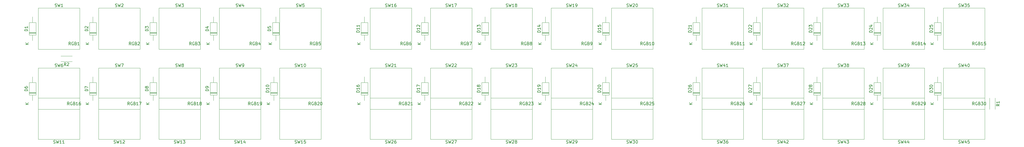
<source format=gbr>
G04 #@! TF.GenerationSoftware,KiCad,Pcbnew,5.1.6+dfsg1-1*
G04 #@! TF.CreationDate,2021-04-10T12:15:02+02:00*
G04 #@! TF.ProjectId,xFaders_keys,78466164-6572-4735-9f6b-6579732e6b69,rev?*
G04 #@! TF.SameCoordinates,Original*
G04 #@! TF.FileFunction,Legend,Top*
G04 #@! TF.FilePolarity,Positive*
%FSLAX46Y46*%
G04 Gerber Fmt 4.6, Leading zero omitted, Abs format (unit mm)*
G04 Created by KiCad (PCBNEW 5.1.6+dfsg1-1) date 2021-04-10 12:15:02*
%MOMM*%
%LPD*%
G01*
G04 APERTURE LIST*
%ADD10C,0.120000*%
%ADD11C,0.150000*%
G04 APERTURE END LIST*
D10*
X127785000Y-151380000D02*
X130025000Y-151380000D01*
X127785000Y-151140000D02*
X130025000Y-151140000D01*
X127785000Y-151260000D02*
X130025000Y-151260000D01*
X128905000Y-145820000D02*
X128905000Y-147740000D01*
X128905000Y-153900000D02*
X128905000Y-151980000D01*
X127785000Y-147740000D02*
X127785000Y-151980000D01*
X130025000Y-147740000D02*
X127785000Y-147740000D01*
X130025000Y-151980000D02*
X130025000Y-147740000D01*
X127785000Y-151980000D02*
X130025000Y-151980000D01*
X350670000Y-171700000D02*
X352910000Y-171700000D01*
X350670000Y-171460000D02*
X352910000Y-171460000D01*
X350670000Y-171580000D02*
X352910000Y-171580000D01*
X351790000Y-166140000D02*
X351790000Y-168060000D01*
X351790000Y-174220000D02*
X351790000Y-172300000D01*
X350670000Y-168060000D02*
X350670000Y-172300000D01*
X352910000Y-168060000D02*
X350670000Y-168060000D01*
X352910000Y-172300000D02*
X352910000Y-168060000D01*
X350670000Y-172300000D02*
X352910000Y-172300000D01*
X330350000Y-171700000D02*
X332590000Y-171700000D01*
X330350000Y-171460000D02*
X332590000Y-171460000D01*
X330350000Y-171580000D02*
X332590000Y-171580000D01*
X331470000Y-166140000D02*
X331470000Y-168060000D01*
X331470000Y-174220000D02*
X331470000Y-172300000D01*
X330350000Y-168060000D02*
X330350000Y-172300000D01*
X332590000Y-168060000D02*
X330350000Y-168060000D01*
X332590000Y-172300000D02*
X332590000Y-168060000D01*
X330350000Y-172300000D02*
X332590000Y-172300000D01*
X310030000Y-171700000D02*
X312270000Y-171700000D01*
X310030000Y-171460000D02*
X312270000Y-171460000D01*
X310030000Y-171580000D02*
X312270000Y-171580000D01*
X311150000Y-166140000D02*
X311150000Y-168060000D01*
X311150000Y-174220000D02*
X311150000Y-172300000D01*
X310030000Y-168060000D02*
X310030000Y-172300000D01*
X312270000Y-168060000D02*
X310030000Y-168060000D01*
X312270000Y-172300000D02*
X312270000Y-168060000D01*
X310030000Y-172300000D02*
X312270000Y-172300000D01*
X289710000Y-171700000D02*
X291950000Y-171700000D01*
X289710000Y-171460000D02*
X291950000Y-171460000D01*
X289710000Y-171580000D02*
X291950000Y-171580000D01*
X290830000Y-166140000D02*
X290830000Y-168060000D01*
X290830000Y-174220000D02*
X290830000Y-172300000D01*
X289710000Y-168060000D02*
X289710000Y-172300000D01*
X291950000Y-168060000D02*
X289710000Y-168060000D01*
X291950000Y-172300000D02*
X291950000Y-168060000D01*
X289710000Y-172300000D02*
X291950000Y-172300000D01*
X269390000Y-171700000D02*
X271630000Y-171700000D01*
X269390000Y-171460000D02*
X271630000Y-171460000D01*
X269390000Y-171580000D02*
X271630000Y-171580000D01*
X270510000Y-166140000D02*
X270510000Y-168060000D01*
X270510000Y-174220000D02*
X270510000Y-172300000D01*
X269390000Y-168060000D02*
X269390000Y-172300000D01*
X271630000Y-168060000D02*
X269390000Y-168060000D01*
X271630000Y-172300000D02*
X271630000Y-168060000D01*
X269390000Y-172300000D02*
X271630000Y-172300000D01*
X350670000Y-151380000D02*
X352910000Y-151380000D01*
X350670000Y-151140000D02*
X352910000Y-151140000D01*
X350670000Y-151260000D02*
X352910000Y-151260000D01*
X351790000Y-145820000D02*
X351790000Y-147740000D01*
X351790000Y-153900000D02*
X351790000Y-151980000D01*
X350670000Y-147740000D02*
X350670000Y-151980000D01*
X352910000Y-147740000D02*
X350670000Y-147740000D01*
X352910000Y-151980000D02*
X352910000Y-147740000D01*
X350670000Y-151980000D02*
X352910000Y-151980000D01*
X330350000Y-151380000D02*
X332590000Y-151380000D01*
X330350000Y-151140000D02*
X332590000Y-151140000D01*
X330350000Y-151260000D02*
X332590000Y-151260000D01*
X331470000Y-145820000D02*
X331470000Y-147740000D01*
X331470000Y-153900000D02*
X331470000Y-151980000D01*
X330350000Y-147740000D02*
X330350000Y-151980000D01*
X332590000Y-147740000D02*
X330350000Y-147740000D01*
X332590000Y-151980000D02*
X332590000Y-147740000D01*
X330350000Y-151980000D02*
X332590000Y-151980000D01*
X310030000Y-151380000D02*
X312270000Y-151380000D01*
X310030000Y-151140000D02*
X312270000Y-151140000D01*
X310030000Y-151260000D02*
X312270000Y-151260000D01*
X311150000Y-145820000D02*
X311150000Y-147740000D01*
X311150000Y-153900000D02*
X311150000Y-151980000D01*
X310030000Y-147740000D02*
X310030000Y-151980000D01*
X312270000Y-147740000D02*
X310030000Y-147740000D01*
X312270000Y-151980000D02*
X312270000Y-147740000D01*
X310030000Y-151980000D02*
X312270000Y-151980000D01*
X289710000Y-151380000D02*
X291950000Y-151380000D01*
X289710000Y-151140000D02*
X291950000Y-151140000D01*
X289710000Y-151260000D02*
X291950000Y-151260000D01*
X290830000Y-145820000D02*
X290830000Y-147740000D01*
X290830000Y-153900000D02*
X290830000Y-151980000D01*
X289710000Y-147740000D02*
X289710000Y-151980000D01*
X291950000Y-147740000D02*
X289710000Y-147740000D01*
X291950000Y-151980000D02*
X291950000Y-147740000D01*
X289710000Y-151980000D02*
X291950000Y-151980000D01*
X269390000Y-151380000D02*
X271630000Y-151380000D01*
X269390000Y-151140000D02*
X271630000Y-151140000D01*
X269390000Y-151260000D02*
X271630000Y-151260000D01*
X270510000Y-145820000D02*
X270510000Y-147740000D01*
X270510000Y-153900000D02*
X270510000Y-151980000D01*
X269390000Y-147740000D02*
X269390000Y-151980000D01*
X271630000Y-147740000D02*
X269390000Y-147740000D01*
X271630000Y-151980000D02*
X271630000Y-147740000D01*
X269390000Y-151980000D02*
X271630000Y-151980000D01*
X238910000Y-171700000D02*
X241150000Y-171700000D01*
X238910000Y-171460000D02*
X241150000Y-171460000D01*
X238910000Y-171580000D02*
X241150000Y-171580000D01*
X240030000Y-166140000D02*
X240030000Y-168060000D01*
X240030000Y-174220000D02*
X240030000Y-172300000D01*
X238910000Y-168060000D02*
X238910000Y-172300000D01*
X241150000Y-168060000D02*
X238910000Y-168060000D01*
X241150000Y-172300000D02*
X241150000Y-168060000D01*
X238910000Y-172300000D02*
X241150000Y-172300000D01*
X218590000Y-171700000D02*
X220830000Y-171700000D01*
X218590000Y-171460000D02*
X220830000Y-171460000D01*
X218590000Y-171580000D02*
X220830000Y-171580000D01*
X219710000Y-166140000D02*
X219710000Y-168060000D01*
X219710000Y-174220000D02*
X219710000Y-172300000D01*
X218590000Y-168060000D02*
X218590000Y-172300000D01*
X220830000Y-168060000D02*
X218590000Y-168060000D01*
X220830000Y-172300000D02*
X220830000Y-168060000D01*
X218590000Y-172300000D02*
X220830000Y-172300000D01*
X198270000Y-171700000D02*
X200510000Y-171700000D01*
X198270000Y-171460000D02*
X200510000Y-171460000D01*
X198270000Y-171580000D02*
X200510000Y-171580000D01*
X199390000Y-166140000D02*
X199390000Y-168060000D01*
X199390000Y-174220000D02*
X199390000Y-172300000D01*
X198270000Y-168060000D02*
X198270000Y-172300000D01*
X200510000Y-168060000D02*
X198270000Y-168060000D01*
X200510000Y-172300000D02*
X200510000Y-168060000D01*
X198270000Y-172300000D02*
X200510000Y-172300000D01*
X177950000Y-171700000D02*
X180190000Y-171700000D01*
X177950000Y-171460000D02*
X180190000Y-171460000D01*
X177950000Y-171580000D02*
X180190000Y-171580000D01*
X179070000Y-166140000D02*
X179070000Y-168060000D01*
X179070000Y-174220000D02*
X179070000Y-172300000D01*
X177950000Y-168060000D02*
X177950000Y-172300000D01*
X180190000Y-168060000D02*
X177950000Y-168060000D01*
X180190000Y-172300000D02*
X180190000Y-168060000D01*
X177950000Y-172300000D02*
X180190000Y-172300000D01*
X157630000Y-171700000D02*
X159870000Y-171700000D01*
X157630000Y-171460000D02*
X159870000Y-171460000D01*
X157630000Y-171580000D02*
X159870000Y-171580000D01*
X158750000Y-166140000D02*
X158750000Y-168060000D01*
X158750000Y-174220000D02*
X158750000Y-172300000D01*
X157630000Y-168060000D02*
X157630000Y-172300000D01*
X159870000Y-168060000D02*
X157630000Y-168060000D01*
X159870000Y-172300000D02*
X159870000Y-168060000D01*
X157630000Y-172300000D02*
X159870000Y-172300000D01*
X238910000Y-151380000D02*
X241150000Y-151380000D01*
X238910000Y-151140000D02*
X241150000Y-151140000D01*
X238910000Y-151260000D02*
X241150000Y-151260000D01*
X240030000Y-145820000D02*
X240030000Y-147740000D01*
X240030000Y-153900000D02*
X240030000Y-151980000D01*
X238910000Y-147740000D02*
X238910000Y-151980000D01*
X241150000Y-147740000D02*
X238910000Y-147740000D01*
X241150000Y-151980000D02*
X241150000Y-147740000D01*
X238910000Y-151980000D02*
X241150000Y-151980000D01*
X218590000Y-151380000D02*
X220830000Y-151380000D01*
X218590000Y-151140000D02*
X220830000Y-151140000D01*
X218590000Y-151260000D02*
X220830000Y-151260000D01*
X219710000Y-145820000D02*
X219710000Y-147740000D01*
X219710000Y-153900000D02*
X219710000Y-151980000D01*
X218590000Y-147740000D02*
X218590000Y-151980000D01*
X220830000Y-147740000D02*
X218590000Y-147740000D01*
X220830000Y-151980000D02*
X220830000Y-147740000D01*
X218590000Y-151980000D02*
X220830000Y-151980000D01*
X198270000Y-151380000D02*
X200510000Y-151380000D01*
X198270000Y-151140000D02*
X200510000Y-151140000D01*
X198270000Y-151260000D02*
X200510000Y-151260000D01*
X199390000Y-145820000D02*
X199390000Y-147740000D01*
X199390000Y-153900000D02*
X199390000Y-151980000D01*
X198270000Y-147740000D02*
X198270000Y-151980000D01*
X200510000Y-147740000D02*
X198270000Y-147740000D01*
X200510000Y-151980000D02*
X200510000Y-147740000D01*
X198270000Y-151980000D02*
X200510000Y-151980000D01*
X177950000Y-151380000D02*
X180190000Y-151380000D01*
X177950000Y-151140000D02*
X180190000Y-151140000D01*
X177950000Y-151260000D02*
X180190000Y-151260000D01*
X179070000Y-145820000D02*
X179070000Y-147740000D01*
X179070000Y-153900000D02*
X179070000Y-151980000D01*
X177950000Y-147740000D02*
X177950000Y-151980000D01*
X180190000Y-147740000D02*
X177950000Y-147740000D01*
X180190000Y-151980000D02*
X180190000Y-147740000D01*
X177950000Y-151980000D02*
X180190000Y-151980000D01*
X157630000Y-151380000D02*
X159870000Y-151380000D01*
X157630000Y-151140000D02*
X159870000Y-151140000D01*
X157630000Y-151260000D02*
X159870000Y-151260000D01*
X158750000Y-145820000D02*
X158750000Y-147740000D01*
X158750000Y-153900000D02*
X158750000Y-151980000D01*
X157630000Y-147740000D02*
X157630000Y-151980000D01*
X159870000Y-147740000D02*
X157630000Y-147740000D01*
X159870000Y-151980000D02*
X159870000Y-147740000D01*
X157630000Y-151980000D02*
X159870000Y-151980000D01*
X127150000Y-171700000D02*
X129390000Y-171700000D01*
X127150000Y-171460000D02*
X129390000Y-171460000D01*
X127150000Y-171580000D02*
X129390000Y-171580000D01*
X128270000Y-166140000D02*
X128270000Y-168060000D01*
X128270000Y-174220000D02*
X128270000Y-172300000D01*
X127150000Y-168060000D02*
X127150000Y-172300000D01*
X129390000Y-168060000D02*
X127150000Y-168060000D01*
X129390000Y-172300000D02*
X129390000Y-168060000D01*
X127150000Y-172300000D02*
X129390000Y-172300000D01*
X106830000Y-171700000D02*
X109070000Y-171700000D01*
X106830000Y-171460000D02*
X109070000Y-171460000D01*
X106830000Y-171580000D02*
X109070000Y-171580000D01*
X107950000Y-166140000D02*
X107950000Y-168060000D01*
X107950000Y-174220000D02*
X107950000Y-172300000D01*
X106830000Y-168060000D02*
X106830000Y-172300000D01*
X109070000Y-168060000D02*
X106830000Y-168060000D01*
X109070000Y-172300000D02*
X109070000Y-168060000D01*
X106830000Y-172300000D02*
X109070000Y-172300000D01*
X86510000Y-171700000D02*
X88750000Y-171700000D01*
X86510000Y-171460000D02*
X88750000Y-171460000D01*
X86510000Y-171580000D02*
X88750000Y-171580000D01*
X87630000Y-166140000D02*
X87630000Y-168060000D01*
X87630000Y-174220000D02*
X87630000Y-172300000D01*
X86510000Y-168060000D02*
X86510000Y-172300000D01*
X88750000Y-168060000D02*
X86510000Y-168060000D01*
X88750000Y-172300000D02*
X88750000Y-168060000D01*
X86510000Y-172300000D02*
X88750000Y-172300000D01*
X66190000Y-171700000D02*
X68430000Y-171700000D01*
X66190000Y-171460000D02*
X68430000Y-171460000D01*
X66190000Y-171580000D02*
X68430000Y-171580000D01*
X67310000Y-166140000D02*
X67310000Y-168060000D01*
X67310000Y-174220000D02*
X67310000Y-172300000D01*
X66190000Y-168060000D02*
X66190000Y-172300000D01*
X68430000Y-168060000D02*
X66190000Y-168060000D01*
X68430000Y-172300000D02*
X68430000Y-168060000D01*
X66190000Y-172300000D02*
X68430000Y-172300000D01*
X45870000Y-171700000D02*
X48110000Y-171700000D01*
X45870000Y-171460000D02*
X48110000Y-171460000D01*
X45870000Y-171580000D02*
X48110000Y-171580000D01*
X46990000Y-166140000D02*
X46990000Y-168060000D01*
X46990000Y-174220000D02*
X46990000Y-172300000D01*
X45870000Y-168060000D02*
X45870000Y-172300000D01*
X48110000Y-168060000D02*
X45870000Y-168060000D01*
X48110000Y-172300000D02*
X48110000Y-168060000D01*
X45870000Y-172300000D02*
X48110000Y-172300000D01*
X106830000Y-151380000D02*
X109070000Y-151380000D01*
X106830000Y-151140000D02*
X109070000Y-151140000D01*
X106830000Y-151260000D02*
X109070000Y-151260000D01*
X107950000Y-145820000D02*
X107950000Y-147740000D01*
X107950000Y-153900000D02*
X107950000Y-151980000D01*
X106830000Y-147740000D02*
X106830000Y-151980000D01*
X109070000Y-147740000D02*
X106830000Y-147740000D01*
X109070000Y-151980000D02*
X109070000Y-147740000D01*
X106830000Y-151980000D02*
X109070000Y-151980000D01*
X86510000Y-151380000D02*
X88750000Y-151380000D01*
X86510000Y-151140000D02*
X88750000Y-151140000D01*
X86510000Y-151260000D02*
X88750000Y-151260000D01*
X87630000Y-145820000D02*
X87630000Y-147740000D01*
X87630000Y-153900000D02*
X87630000Y-151980000D01*
X86510000Y-147740000D02*
X86510000Y-151980000D01*
X88750000Y-147740000D02*
X86510000Y-147740000D01*
X88750000Y-151980000D02*
X88750000Y-147740000D01*
X86510000Y-151980000D02*
X88750000Y-151980000D01*
X66190000Y-151380000D02*
X68430000Y-151380000D01*
X66190000Y-151140000D02*
X68430000Y-151140000D01*
X66190000Y-151260000D02*
X68430000Y-151260000D01*
X67310000Y-145820000D02*
X67310000Y-147740000D01*
X67310000Y-153900000D02*
X67310000Y-151980000D01*
X66190000Y-147740000D02*
X66190000Y-151980000D01*
X68430000Y-147740000D02*
X66190000Y-147740000D01*
X68430000Y-151980000D02*
X68430000Y-147740000D01*
X66190000Y-151980000D02*
X68430000Y-151980000D01*
X45870000Y-151380000D02*
X48110000Y-151380000D01*
X45870000Y-151140000D02*
X48110000Y-151140000D01*
X45870000Y-151260000D02*
X48110000Y-151260000D01*
X46990000Y-145820000D02*
X46990000Y-147740000D01*
X46990000Y-153900000D02*
X46990000Y-151980000D01*
X45870000Y-147740000D02*
X45870000Y-151980000D01*
X48110000Y-147740000D02*
X45870000Y-147740000D01*
X48110000Y-151980000D02*
X48110000Y-147740000D01*
X45870000Y-151980000D02*
X48110000Y-151980000D01*
X60340000Y-159100000D02*
X56500000Y-159100000D01*
X60340000Y-160940000D02*
X56500000Y-160940000D01*
X369285000Y-173340000D02*
X369285000Y-177180000D01*
X371125000Y-173340000D02*
X371125000Y-177180000D01*
X174625000Y-187325000D02*
X160655000Y-187325000D01*
X160655000Y-187325000D02*
X160655000Y-173355000D01*
X160655000Y-173355000D02*
X174625000Y-173355000D01*
X174625000Y-173355000D02*
X174625000Y-187325000D01*
X123825000Y-187325000D02*
X109855000Y-187325000D01*
X109855000Y-187325000D02*
X109855000Y-173355000D01*
X109855000Y-173355000D02*
X123825000Y-173355000D01*
X123825000Y-173355000D02*
X123825000Y-187325000D01*
X194945000Y-187325000D02*
X180975000Y-187325000D01*
X180975000Y-187325000D02*
X180975000Y-173355000D01*
X180975000Y-173355000D02*
X194945000Y-173355000D01*
X194945000Y-173355000D02*
X194945000Y-187325000D01*
X130175000Y-142875000D02*
X144145000Y-142875000D01*
X144145000Y-142875000D02*
X144145000Y-156845000D01*
X144145000Y-156845000D02*
X130175000Y-156845000D01*
X130175000Y-156845000D02*
X130175000Y-142875000D01*
X353695000Y-142875000D02*
X367665000Y-142875000D01*
X367665000Y-142875000D02*
X367665000Y-156845000D01*
X367665000Y-156845000D02*
X353695000Y-156845000D01*
X353695000Y-156845000D02*
X353695000Y-142875000D01*
X367665000Y-187325000D02*
X353695000Y-187325000D01*
X353695000Y-187325000D02*
X353695000Y-173355000D01*
X353695000Y-173355000D02*
X367665000Y-173355000D01*
X367665000Y-173355000D02*
X367665000Y-187325000D01*
X353695000Y-163195000D02*
X367665000Y-163195000D01*
X367665000Y-163195000D02*
X367665000Y-177165000D01*
X367665000Y-177165000D02*
X353695000Y-177165000D01*
X353695000Y-177165000D02*
X353695000Y-163195000D01*
X347345000Y-187325000D02*
X333375000Y-187325000D01*
X333375000Y-187325000D02*
X333375000Y-173355000D01*
X333375000Y-173355000D02*
X347345000Y-173355000D01*
X347345000Y-173355000D02*
X347345000Y-187325000D01*
X327025000Y-187325000D02*
X313055000Y-187325000D01*
X313055000Y-187325000D02*
X313055000Y-173355000D01*
X313055000Y-173355000D02*
X327025000Y-173355000D01*
X327025000Y-173355000D02*
X327025000Y-187325000D01*
X306705000Y-187325000D02*
X292735000Y-187325000D01*
X292735000Y-187325000D02*
X292735000Y-173355000D01*
X292735000Y-173355000D02*
X306705000Y-173355000D01*
X306705000Y-173355000D02*
X306705000Y-187325000D01*
X272415000Y-163195000D02*
X286385000Y-163195000D01*
X286385000Y-163195000D02*
X286385000Y-177165000D01*
X286385000Y-177165000D02*
X272415000Y-177165000D01*
X272415000Y-177165000D02*
X272415000Y-163195000D01*
X333375000Y-163195000D02*
X347345000Y-163195000D01*
X347345000Y-163195000D02*
X347345000Y-177165000D01*
X347345000Y-177165000D02*
X333375000Y-177165000D01*
X333375000Y-177165000D02*
X333375000Y-163195000D01*
X313055000Y-163195000D02*
X327025000Y-163195000D01*
X327025000Y-163195000D02*
X327025000Y-177165000D01*
X327025000Y-177165000D02*
X313055000Y-177165000D01*
X313055000Y-177165000D02*
X313055000Y-163195000D01*
X292735000Y-163195000D02*
X306705000Y-163195000D01*
X306705000Y-163195000D02*
X306705000Y-177165000D01*
X306705000Y-177165000D02*
X292735000Y-177165000D01*
X292735000Y-177165000D02*
X292735000Y-163195000D01*
X286385000Y-187325000D02*
X272415000Y-187325000D01*
X272415000Y-187325000D02*
X272415000Y-173355000D01*
X272415000Y-173355000D02*
X286385000Y-173355000D01*
X286385000Y-173355000D02*
X286385000Y-187325000D01*
X333375000Y-142875000D02*
X347345000Y-142875000D01*
X347345000Y-142875000D02*
X347345000Y-156845000D01*
X347345000Y-156845000D02*
X333375000Y-156845000D01*
X333375000Y-156845000D02*
X333375000Y-142875000D01*
X313055000Y-142875000D02*
X327025000Y-142875000D01*
X327025000Y-142875000D02*
X327025000Y-156845000D01*
X327025000Y-156845000D02*
X313055000Y-156845000D01*
X313055000Y-156845000D02*
X313055000Y-142875000D01*
X292735000Y-142875000D02*
X306705000Y-142875000D01*
X306705000Y-142875000D02*
X306705000Y-156845000D01*
X306705000Y-156845000D02*
X292735000Y-156845000D01*
X292735000Y-156845000D02*
X292735000Y-142875000D01*
X272415000Y-142875000D02*
X286385000Y-142875000D01*
X286385000Y-142875000D02*
X286385000Y-156845000D01*
X286385000Y-156845000D02*
X272415000Y-156845000D01*
X272415000Y-156845000D02*
X272415000Y-142875000D01*
X255905000Y-187325000D02*
X241935000Y-187325000D01*
X241935000Y-187325000D02*
X241935000Y-173355000D01*
X241935000Y-173355000D02*
X255905000Y-173355000D01*
X255905000Y-173355000D02*
X255905000Y-187325000D01*
X235585000Y-187325000D02*
X221615000Y-187325000D01*
X221615000Y-187325000D02*
X221615000Y-173355000D01*
X221615000Y-173355000D02*
X235585000Y-173355000D01*
X235585000Y-173355000D02*
X235585000Y-187325000D01*
X215265000Y-187325000D02*
X201295000Y-187325000D01*
X201295000Y-187325000D02*
X201295000Y-173355000D01*
X201295000Y-173355000D02*
X215265000Y-173355000D01*
X215265000Y-173355000D02*
X215265000Y-187325000D01*
X241935000Y-163195000D02*
X255905000Y-163195000D01*
X255905000Y-163195000D02*
X255905000Y-177165000D01*
X255905000Y-177165000D02*
X241935000Y-177165000D01*
X241935000Y-177165000D02*
X241935000Y-163195000D01*
X221615000Y-163195000D02*
X235585000Y-163195000D01*
X235585000Y-163195000D02*
X235585000Y-177165000D01*
X235585000Y-177165000D02*
X221615000Y-177165000D01*
X221615000Y-177165000D02*
X221615000Y-163195000D01*
X201295000Y-163195000D02*
X215265000Y-163195000D01*
X215265000Y-163195000D02*
X215265000Y-177165000D01*
X215265000Y-177165000D02*
X201295000Y-177165000D01*
X201295000Y-177165000D02*
X201295000Y-163195000D01*
X180975000Y-163195000D02*
X194945000Y-163195000D01*
X194945000Y-163195000D02*
X194945000Y-177165000D01*
X194945000Y-177165000D02*
X180975000Y-177165000D01*
X180975000Y-177165000D02*
X180975000Y-163195000D01*
X160655000Y-163195000D02*
X174625000Y-163195000D01*
X174625000Y-163195000D02*
X174625000Y-177165000D01*
X174625000Y-177165000D02*
X160655000Y-177165000D01*
X160655000Y-177165000D02*
X160655000Y-163195000D01*
X241935000Y-142875000D02*
X255905000Y-142875000D01*
X255905000Y-142875000D02*
X255905000Y-156845000D01*
X255905000Y-156845000D02*
X241935000Y-156845000D01*
X241935000Y-156845000D02*
X241935000Y-142875000D01*
X221615000Y-142875000D02*
X235585000Y-142875000D01*
X235585000Y-142875000D02*
X235585000Y-156845000D01*
X235585000Y-156845000D02*
X221615000Y-156845000D01*
X221615000Y-156845000D02*
X221615000Y-142875000D01*
X201295000Y-142875000D02*
X215265000Y-142875000D01*
X215265000Y-142875000D02*
X215265000Y-156845000D01*
X215265000Y-156845000D02*
X201295000Y-156845000D01*
X201295000Y-156845000D02*
X201295000Y-142875000D01*
X180975000Y-142875000D02*
X194945000Y-142875000D01*
X194945000Y-142875000D02*
X194945000Y-156845000D01*
X194945000Y-156845000D02*
X180975000Y-156845000D01*
X180975000Y-156845000D02*
X180975000Y-142875000D01*
X160655000Y-142875000D02*
X174625000Y-142875000D01*
X174625000Y-142875000D02*
X174625000Y-156845000D01*
X174625000Y-156845000D02*
X160655000Y-156845000D01*
X160655000Y-156845000D02*
X160655000Y-142875000D01*
X144145000Y-187325000D02*
X130175000Y-187325000D01*
X130175000Y-187325000D02*
X130175000Y-173355000D01*
X130175000Y-173355000D02*
X144145000Y-173355000D01*
X144145000Y-173355000D02*
X144145000Y-187325000D01*
X103505000Y-187325000D02*
X89535000Y-187325000D01*
X89535000Y-187325000D02*
X89535000Y-173355000D01*
X89535000Y-173355000D02*
X103505000Y-173355000D01*
X103505000Y-173355000D02*
X103505000Y-187325000D01*
X83185000Y-187325000D02*
X69215000Y-187325000D01*
X69215000Y-187325000D02*
X69215000Y-173355000D01*
X69215000Y-173355000D02*
X83185000Y-173355000D01*
X83185000Y-173355000D02*
X83185000Y-187325000D01*
X62865000Y-187325000D02*
X48895000Y-187325000D01*
X48895000Y-187325000D02*
X48895000Y-173355000D01*
X48895000Y-173355000D02*
X62865000Y-173355000D01*
X62865000Y-173355000D02*
X62865000Y-187325000D01*
X130175000Y-163195000D02*
X144145000Y-163195000D01*
X144145000Y-163195000D02*
X144145000Y-177165000D01*
X144145000Y-177165000D02*
X130175000Y-177165000D01*
X130175000Y-177165000D02*
X130175000Y-163195000D01*
X109855000Y-163195000D02*
X123825000Y-163195000D01*
X123825000Y-163195000D02*
X123825000Y-177165000D01*
X123825000Y-177165000D02*
X109855000Y-177165000D01*
X109855000Y-177165000D02*
X109855000Y-163195000D01*
X89535000Y-163195000D02*
X103505000Y-163195000D01*
X103505000Y-163195000D02*
X103505000Y-177165000D01*
X103505000Y-177165000D02*
X89535000Y-177165000D01*
X89535000Y-177165000D02*
X89535000Y-163195000D01*
X69215000Y-163195000D02*
X83185000Y-163195000D01*
X83185000Y-163195000D02*
X83185000Y-177165000D01*
X83185000Y-177165000D02*
X69215000Y-177165000D01*
X69215000Y-177165000D02*
X69215000Y-163195000D01*
X48895000Y-163195000D02*
X62865000Y-163195000D01*
X62865000Y-163195000D02*
X62865000Y-177165000D01*
X62865000Y-177165000D02*
X48895000Y-177165000D01*
X48895000Y-177165000D02*
X48895000Y-163195000D01*
X109855000Y-142875000D02*
X123825000Y-142875000D01*
X123825000Y-142875000D02*
X123825000Y-156845000D01*
X123825000Y-156845000D02*
X109855000Y-156845000D01*
X109855000Y-156845000D02*
X109855000Y-142875000D01*
X89535000Y-142875000D02*
X103505000Y-142875000D01*
X103505000Y-142875000D02*
X103505000Y-156845000D01*
X103505000Y-156845000D02*
X89535000Y-156845000D01*
X89535000Y-156845000D02*
X89535000Y-142875000D01*
X69215000Y-142875000D02*
X83185000Y-142875000D01*
X83185000Y-142875000D02*
X83185000Y-156845000D01*
X83185000Y-156845000D02*
X69215000Y-156845000D01*
X69215000Y-156845000D02*
X69215000Y-142875000D01*
X48895000Y-142875000D02*
X62865000Y-142875000D01*
X62865000Y-142875000D02*
X62865000Y-156845000D01*
X62865000Y-156845000D02*
X48895000Y-156845000D01*
X48895000Y-156845000D02*
X48895000Y-142875000D01*
D11*
X303157142Y-175712380D02*
X302823809Y-175236190D01*
X302585714Y-175712380D02*
X302585714Y-174712380D01*
X302966666Y-174712380D01*
X303061904Y-174760000D01*
X303109523Y-174807619D01*
X303157142Y-174902857D01*
X303157142Y-175045714D01*
X303109523Y-175140952D01*
X303061904Y-175188571D01*
X302966666Y-175236190D01*
X302585714Y-175236190D01*
X304109523Y-174760000D02*
X304014285Y-174712380D01*
X303871428Y-174712380D01*
X303728571Y-174760000D01*
X303633333Y-174855238D01*
X303585714Y-174950476D01*
X303538095Y-175140952D01*
X303538095Y-175283809D01*
X303585714Y-175474285D01*
X303633333Y-175569523D01*
X303728571Y-175664761D01*
X303871428Y-175712380D01*
X303966666Y-175712380D01*
X304109523Y-175664761D01*
X304157142Y-175617142D01*
X304157142Y-175283809D01*
X303966666Y-175283809D01*
X304919047Y-175188571D02*
X305061904Y-175236190D01*
X305109523Y-175283809D01*
X305157142Y-175379047D01*
X305157142Y-175521904D01*
X305109523Y-175617142D01*
X305061904Y-175664761D01*
X304966666Y-175712380D01*
X304585714Y-175712380D01*
X304585714Y-174712380D01*
X304919047Y-174712380D01*
X305014285Y-174760000D01*
X305061904Y-174807619D01*
X305109523Y-174902857D01*
X305109523Y-174998095D01*
X305061904Y-175093333D01*
X305014285Y-175140952D01*
X304919047Y-175188571D01*
X304585714Y-175188571D01*
X305538095Y-174807619D02*
X305585714Y-174760000D01*
X305680952Y-174712380D01*
X305919047Y-174712380D01*
X306014285Y-174760000D01*
X306061904Y-174807619D01*
X306109523Y-174902857D01*
X306109523Y-174998095D01*
X306061904Y-175140952D01*
X305490476Y-175712380D01*
X306109523Y-175712380D01*
X306442857Y-174712380D02*
X307109523Y-174712380D01*
X306680952Y-175712380D01*
X120277142Y-175712380D02*
X119943809Y-175236190D01*
X119705714Y-175712380D02*
X119705714Y-174712380D01*
X120086666Y-174712380D01*
X120181904Y-174760000D01*
X120229523Y-174807619D01*
X120277142Y-174902857D01*
X120277142Y-175045714D01*
X120229523Y-175140952D01*
X120181904Y-175188571D01*
X120086666Y-175236190D01*
X119705714Y-175236190D01*
X121229523Y-174760000D02*
X121134285Y-174712380D01*
X120991428Y-174712380D01*
X120848571Y-174760000D01*
X120753333Y-174855238D01*
X120705714Y-174950476D01*
X120658095Y-175140952D01*
X120658095Y-175283809D01*
X120705714Y-175474285D01*
X120753333Y-175569523D01*
X120848571Y-175664761D01*
X120991428Y-175712380D01*
X121086666Y-175712380D01*
X121229523Y-175664761D01*
X121277142Y-175617142D01*
X121277142Y-175283809D01*
X121086666Y-175283809D01*
X122039047Y-175188571D02*
X122181904Y-175236190D01*
X122229523Y-175283809D01*
X122277142Y-175379047D01*
X122277142Y-175521904D01*
X122229523Y-175617142D01*
X122181904Y-175664761D01*
X122086666Y-175712380D01*
X121705714Y-175712380D01*
X121705714Y-174712380D01*
X122039047Y-174712380D01*
X122134285Y-174760000D01*
X122181904Y-174807619D01*
X122229523Y-174902857D01*
X122229523Y-174998095D01*
X122181904Y-175093333D01*
X122134285Y-175140952D01*
X122039047Y-175188571D01*
X121705714Y-175188571D01*
X123229523Y-175712380D02*
X122658095Y-175712380D01*
X122943809Y-175712380D02*
X122943809Y-174712380D01*
X122848571Y-174855238D01*
X122753333Y-174950476D01*
X122658095Y-174998095D01*
X123705714Y-175712380D02*
X123896190Y-175712380D01*
X123991428Y-175664761D01*
X124039047Y-175617142D01*
X124134285Y-175474285D01*
X124181904Y-175283809D01*
X124181904Y-174902857D01*
X124134285Y-174807619D01*
X124086666Y-174760000D01*
X123991428Y-174712380D01*
X123800952Y-174712380D01*
X123705714Y-174760000D01*
X123658095Y-174807619D01*
X123610476Y-174902857D01*
X123610476Y-175140952D01*
X123658095Y-175236190D01*
X123705714Y-175283809D01*
X123800952Y-175331428D01*
X123991428Y-175331428D01*
X124086666Y-175283809D01*
X124134285Y-175236190D01*
X124181904Y-175140952D01*
X79637142Y-175712380D02*
X79303809Y-175236190D01*
X79065714Y-175712380D02*
X79065714Y-174712380D01*
X79446666Y-174712380D01*
X79541904Y-174760000D01*
X79589523Y-174807619D01*
X79637142Y-174902857D01*
X79637142Y-175045714D01*
X79589523Y-175140952D01*
X79541904Y-175188571D01*
X79446666Y-175236190D01*
X79065714Y-175236190D01*
X80589523Y-174760000D02*
X80494285Y-174712380D01*
X80351428Y-174712380D01*
X80208571Y-174760000D01*
X80113333Y-174855238D01*
X80065714Y-174950476D01*
X80018095Y-175140952D01*
X80018095Y-175283809D01*
X80065714Y-175474285D01*
X80113333Y-175569523D01*
X80208571Y-175664761D01*
X80351428Y-175712380D01*
X80446666Y-175712380D01*
X80589523Y-175664761D01*
X80637142Y-175617142D01*
X80637142Y-175283809D01*
X80446666Y-175283809D01*
X81399047Y-175188571D02*
X81541904Y-175236190D01*
X81589523Y-175283809D01*
X81637142Y-175379047D01*
X81637142Y-175521904D01*
X81589523Y-175617142D01*
X81541904Y-175664761D01*
X81446666Y-175712380D01*
X81065714Y-175712380D01*
X81065714Y-174712380D01*
X81399047Y-174712380D01*
X81494285Y-174760000D01*
X81541904Y-174807619D01*
X81589523Y-174902857D01*
X81589523Y-174998095D01*
X81541904Y-175093333D01*
X81494285Y-175140952D01*
X81399047Y-175188571D01*
X81065714Y-175188571D01*
X82589523Y-175712380D02*
X82018095Y-175712380D01*
X82303809Y-175712380D02*
X82303809Y-174712380D01*
X82208571Y-174855238D01*
X82113333Y-174950476D01*
X82018095Y-174998095D01*
X82922857Y-174712380D02*
X83589523Y-174712380D01*
X83160952Y-175712380D01*
X364117142Y-175712380D02*
X363783809Y-175236190D01*
X363545714Y-175712380D02*
X363545714Y-174712380D01*
X363926666Y-174712380D01*
X364021904Y-174760000D01*
X364069523Y-174807619D01*
X364117142Y-174902857D01*
X364117142Y-175045714D01*
X364069523Y-175140952D01*
X364021904Y-175188571D01*
X363926666Y-175236190D01*
X363545714Y-175236190D01*
X365069523Y-174760000D02*
X364974285Y-174712380D01*
X364831428Y-174712380D01*
X364688571Y-174760000D01*
X364593333Y-174855238D01*
X364545714Y-174950476D01*
X364498095Y-175140952D01*
X364498095Y-175283809D01*
X364545714Y-175474285D01*
X364593333Y-175569523D01*
X364688571Y-175664761D01*
X364831428Y-175712380D01*
X364926666Y-175712380D01*
X365069523Y-175664761D01*
X365117142Y-175617142D01*
X365117142Y-175283809D01*
X364926666Y-175283809D01*
X365879047Y-175188571D02*
X366021904Y-175236190D01*
X366069523Y-175283809D01*
X366117142Y-175379047D01*
X366117142Y-175521904D01*
X366069523Y-175617142D01*
X366021904Y-175664761D01*
X365926666Y-175712380D01*
X365545714Y-175712380D01*
X365545714Y-174712380D01*
X365879047Y-174712380D01*
X365974285Y-174760000D01*
X366021904Y-174807619D01*
X366069523Y-174902857D01*
X366069523Y-174998095D01*
X366021904Y-175093333D01*
X365974285Y-175140952D01*
X365879047Y-175188571D01*
X365545714Y-175188571D01*
X366450476Y-174712380D02*
X367069523Y-174712380D01*
X366736190Y-175093333D01*
X366879047Y-175093333D01*
X366974285Y-175140952D01*
X367021904Y-175188571D01*
X367069523Y-175283809D01*
X367069523Y-175521904D01*
X367021904Y-175617142D01*
X366974285Y-175664761D01*
X366879047Y-175712380D01*
X366593333Y-175712380D01*
X366498095Y-175664761D01*
X366450476Y-175617142D01*
X367688571Y-174712380D02*
X367783809Y-174712380D01*
X367879047Y-174760000D01*
X367926666Y-174807619D01*
X367974285Y-174902857D01*
X368021904Y-175093333D01*
X368021904Y-175331428D01*
X367974285Y-175521904D01*
X367926666Y-175617142D01*
X367879047Y-175664761D01*
X367783809Y-175712380D01*
X367688571Y-175712380D01*
X367593333Y-175664761D01*
X367545714Y-175617142D01*
X367498095Y-175521904D01*
X367450476Y-175331428D01*
X367450476Y-175093333D01*
X367498095Y-174902857D01*
X367545714Y-174807619D01*
X367593333Y-174760000D01*
X367688571Y-174712380D01*
X343797142Y-175712380D02*
X343463809Y-175236190D01*
X343225714Y-175712380D02*
X343225714Y-174712380D01*
X343606666Y-174712380D01*
X343701904Y-174760000D01*
X343749523Y-174807619D01*
X343797142Y-174902857D01*
X343797142Y-175045714D01*
X343749523Y-175140952D01*
X343701904Y-175188571D01*
X343606666Y-175236190D01*
X343225714Y-175236190D01*
X344749523Y-174760000D02*
X344654285Y-174712380D01*
X344511428Y-174712380D01*
X344368571Y-174760000D01*
X344273333Y-174855238D01*
X344225714Y-174950476D01*
X344178095Y-175140952D01*
X344178095Y-175283809D01*
X344225714Y-175474285D01*
X344273333Y-175569523D01*
X344368571Y-175664761D01*
X344511428Y-175712380D01*
X344606666Y-175712380D01*
X344749523Y-175664761D01*
X344797142Y-175617142D01*
X344797142Y-175283809D01*
X344606666Y-175283809D01*
X345559047Y-175188571D02*
X345701904Y-175236190D01*
X345749523Y-175283809D01*
X345797142Y-175379047D01*
X345797142Y-175521904D01*
X345749523Y-175617142D01*
X345701904Y-175664761D01*
X345606666Y-175712380D01*
X345225714Y-175712380D01*
X345225714Y-174712380D01*
X345559047Y-174712380D01*
X345654285Y-174760000D01*
X345701904Y-174807619D01*
X345749523Y-174902857D01*
X345749523Y-174998095D01*
X345701904Y-175093333D01*
X345654285Y-175140952D01*
X345559047Y-175188571D01*
X345225714Y-175188571D01*
X346178095Y-174807619D02*
X346225714Y-174760000D01*
X346320952Y-174712380D01*
X346559047Y-174712380D01*
X346654285Y-174760000D01*
X346701904Y-174807619D01*
X346749523Y-174902857D01*
X346749523Y-174998095D01*
X346701904Y-175140952D01*
X346130476Y-175712380D01*
X346749523Y-175712380D01*
X347225714Y-175712380D02*
X347416190Y-175712380D01*
X347511428Y-175664761D01*
X347559047Y-175617142D01*
X347654285Y-175474285D01*
X347701904Y-175283809D01*
X347701904Y-174902857D01*
X347654285Y-174807619D01*
X347606666Y-174760000D01*
X347511428Y-174712380D01*
X347320952Y-174712380D01*
X347225714Y-174760000D01*
X347178095Y-174807619D01*
X347130476Y-174902857D01*
X347130476Y-175140952D01*
X347178095Y-175236190D01*
X347225714Y-175283809D01*
X347320952Y-175331428D01*
X347511428Y-175331428D01*
X347606666Y-175283809D01*
X347654285Y-175236190D01*
X347701904Y-175140952D01*
X323477142Y-175712380D02*
X323143809Y-175236190D01*
X322905714Y-175712380D02*
X322905714Y-174712380D01*
X323286666Y-174712380D01*
X323381904Y-174760000D01*
X323429523Y-174807619D01*
X323477142Y-174902857D01*
X323477142Y-175045714D01*
X323429523Y-175140952D01*
X323381904Y-175188571D01*
X323286666Y-175236190D01*
X322905714Y-175236190D01*
X324429523Y-174760000D02*
X324334285Y-174712380D01*
X324191428Y-174712380D01*
X324048571Y-174760000D01*
X323953333Y-174855238D01*
X323905714Y-174950476D01*
X323858095Y-175140952D01*
X323858095Y-175283809D01*
X323905714Y-175474285D01*
X323953333Y-175569523D01*
X324048571Y-175664761D01*
X324191428Y-175712380D01*
X324286666Y-175712380D01*
X324429523Y-175664761D01*
X324477142Y-175617142D01*
X324477142Y-175283809D01*
X324286666Y-175283809D01*
X325239047Y-175188571D02*
X325381904Y-175236190D01*
X325429523Y-175283809D01*
X325477142Y-175379047D01*
X325477142Y-175521904D01*
X325429523Y-175617142D01*
X325381904Y-175664761D01*
X325286666Y-175712380D01*
X324905714Y-175712380D01*
X324905714Y-174712380D01*
X325239047Y-174712380D01*
X325334285Y-174760000D01*
X325381904Y-174807619D01*
X325429523Y-174902857D01*
X325429523Y-174998095D01*
X325381904Y-175093333D01*
X325334285Y-175140952D01*
X325239047Y-175188571D01*
X324905714Y-175188571D01*
X325858095Y-174807619D02*
X325905714Y-174760000D01*
X326000952Y-174712380D01*
X326239047Y-174712380D01*
X326334285Y-174760000D01*
X326381904Y-174807619D01*
X326429523Y-174902857D01*
X326429523Y-174998095D01*
X326381904Y-175140952D01*
X325810476Y-175712380D01*
X326429523Y-175712380D01*
X327000952Y-175140952D02*
X326905714Y-175093333D01*
X326858095Y-175045714D01*
X326810476Y-174950476D01*
X326810476Y-174902857D01*
X326858095Y-174807619D01*
X326905714Y-174760000D01*
X327000952Y-174712380D01*
X327191428Y-174712380D01*
X327286666Y-174760000D01*
X327334285Y-174807619D01*
X327381904Y-174902857D01*
X327381904Y-174950476D01*
X327334285Y-175045714D01*
X327286666Y-175093333D01*
X327191428Y-175140952D01*
X327000952Y-175140952D01*
X326905714Y-175188571D01*
X326858095Y-175236190D01*
X326810476Y-175331428D01*
X326810476Y-175521904D01*
X326858095Y-175617142D01*
X326905714Y-175664761D01*
X327000952Y-175712380D01*
X327191428Y-175712380D01*
X327286666Y-175664761D01*
X327334285Y-175617142D01*
X327381904Y-175521904D01*
X327381904Y-175331428D01*
X327334285Y-175236190D01*
X327286666Y-175188571D01*
X327191428Y-175140952D01*
X282837142Y-175712380D02*
X282503809Y-175236190D01*
X282265714Y-175712380D02*
X282265714Y-174712380D01*
X282646666Y-174712380D01*
X282741904Y-174760000D01*
X282789523Y-174807619D01*
X282837142Y-174902857D01*
X282837142Y-175045714D01*
X282789523Y-175140952D01*
X282741904Y-175188571D01*
X282646666Y-175236190D01*
X282265714Y-175236190D01*
X283789523Y-174760000D02*
X283694285Y-174712380D01*
X283551428Y-174712380D01*
X283408571Y-174760000D01*
X283313333Y-174855238D01*
X283265714Y-174950476D01*
X283218095Y-175140952D01*
X283218095Y-175283809D01*
X283265714Y-175474285D01*
X283313333Y-175569523D01*
X283408571Y-175664761D01*
X283551428Y-175712380D01*
X283646666Y-175712380D01*
X283789523Y-175664761D01*
X283837142Y-175617142D01*
X283837142Y-175283809D01*
X283646666Y-175283809D01*
X284599047Y-175188571D02*
X284741904Y-175236190D01*
X284789523Y-175283809D01*
X284837142Y-175379047D01*
X284837142Y-175521904D01*
X284789523Y-175617142D01*
X284741904Y-175664761D01*
X284646666Y-175712380D01*
X284265714Y-175712380D01*
X284265714Y-174712380D01*
X284599047Y-174712380D01*
X284694285Y-174760000D01*
X284741904Y-174807619D01*
X284789523Y-174902857D01*
X284789523Y-174998095D01*
X284741904Y-175093333D01*
X284694285Y-175140952D01*
X284599047Y-175188571D01*
X284265714Y-175188571D01*
X285218095Y-174807619D02*
X285265714Y-174760000D01*
X285360952Y-174712380D01*
X285599047Y-174712380D01*
X285694285Y-174760000D01*
X285741904Y-174807619D01*
X285789523Y-174902857D01*
X285789523Y-174998095D01*
X285741904Y-175140952D01*
X285170476Y-175712380D01*
X285789523Y-175712380D01*
X286646666Y-174712380D02*
X286456190Y-174712380D01*
X286360952Y-174760000D01*
X286313333Y-174807619D01*
X286218095Y-174950476D01*
X286170476Y-175140952D01*
X286170476Y-175521904D01*
X286218095Y-175617142D01*
X286265714Y-175664761D01*
X286360952Y-175712380D01*
X286551428Y-175712380D01*
X286646666Y-175664761D01*
X286694285Y-175617142D01*
X286741904Y-175521904D01*
X286741904Y-175283809D01*
X286694285Y-175188571D01*
X286646666Y-175140952D01*
X286551428Y-175093333D01*
X286360952Y-175093333D01*
X286265714Y-175140952D01*
X286218095Y-175188571D01*
X286170476Y-175283809D01*
X252357142Y-175712380D02*
X252023809Y-175236190D01*
X251785714Y-175712380D02*
X251785714Y-174712380D01*
X252166666Y-174712380D01*
X252261904Y-174760000D01*
X252309523Y-174807619D01*
X252357142Y-174902857D01*
X252357142Y-175045714D01*
X252309523Y-175140952D01*
X252261904Y-175188571D01*
X252166666Y-175236190D01*
X251785714Y-175236190D01*
X253309523Y-174760000D02*
X253214285Y-174712380D01*
X253071428Y-174712380D01*
X252928571Y-174760000D01*
X252833333Y-174855238D01*
X252785714Y-174950476D01*
X252738095Y-175140952D01*
X252738095Y-175283809D01*
X252785714Y-175474285D01*
X252833333Y-175569523D01*
X252928571Y-175664761D01*
X253071428Y-175712380D01*
X253166666Y-175712380D01*
X253309523Y-175664761D01*
X253357142Y-175617142D01*
X253357142Y-175283809D01*
X253166666Y-175283809D01*
X254119047Y-175188571D02*
X254261904Y-175236190D01*
X254309523Y-175283809D01*
X254357142Y-175379047D01*
X254357142Y-175521904D01*
X254309523Y-175617142D01*
X254261904Y-175664761D01*
X254166666Y-175712380D01*
X253785714Y-175712380D01*
X253785714Y-174712380D01*
X254119047Y-174712380D01*
X254214285Y-174760000D01*
X254261904Y-174807619D01*
X254309523Y-174902857D01*
X254309523Y-174998095D01*
X254261904Y-175093333D01*
X254214285Y-175140952D01*
X254119047Y-175188571D01*
X253785714Y-175188571D01*
X254738095Y-174807619D02*
X254785714Y-174760000D01*
X254880952Y-174712380D01*
X255119047Y-174712380D01*
X255214285Y-174760000D01*
X255261904Y-174807619D01*
X255309523Y-174902857D01*
X255309523Y-174998095D01*
X255261904Y-175140952D01*
X254690476Y-175712380D01*
X255309523Y-175712380D01*
X256214285Y-174712380D02*
X255738095Y-174712380D01*
X255690476Y-175188571D01*
X255738095Y-175140952D01*
X255833333Y-175093333D01*
X256071428Y-175093333D01*
X256166666Y-175140952D01*
X256214285Y-175188571D01*
X256261904Y-175283809D01*
X256261904Y-175521904D01*
X256214285Y-175617142D01*
X256166666Y-175664761D01*
X256071428Y-175712380D01*
X255833333Y-175712380D01*
X255738095Y-175664761D01*
X255690476Y-175617142D01*
X232037142Y-175712380D02*
X231703809Y-175236190D01*
X231465714Y-175712380D02*
X231465714Y-174712380D01*
X231846666Y-174712380D01*
X231941904Y-174760000D01*
X231989523Y-174807619D01*
X232037142Y-174902857D01*
X232037142Y-175045714D01*
X231989523Y-175140952D01*
X231941904Y-175188571D01*
X231846666Y-175236190D01*
X231465714Y-175236190D01*
X232989523Y-174760000D02*
X232894285Y-174712380D01*
X232751428Y-174712380D01*
X232608571Y-174760000D01*
X232513333Y-174855238D01*
X232465714Y-174950476D01*
X232418095Y-175140952D01*
X232418095Y-175283809D01*
X232465714Y-175474285D01*
X232513333Y-175569523D01*
X232608571Y-175664761D01*
X232751428Y-175712380D01*
X232846666Y-175712380D01*
X232989523Y-175664761D01*
X233037142Y-175617142D01*
X233037142Y-175283809D01*
X232846666Y-175283809D01*
X233799047Y-175188571D02*
X233941904Y-175236190D01*
X233989523Y-175283809D01*
X234037142Y-175379047D01*
X234037142Y-175521904D01*
X233989523Y-175617142D01*
X233941904Y-175664761D01*
X233846666Y-175712380D01*
X233465714Y-175712380D01*
X233465714Y-174712380D01*
X233799047Y-174712380D01*
X233894285Y-174760000D01*
X233941904Y-174807619D01*
X233989523Y-174902857D01*
X233989523Y-174998095D01*
X233941904Y-175093333D01*
X233894285Y-175140952D01*
X233799047Y-175188571D01*
X233465714Y-175188571D01*
X234418095Y-174807619D02*
X234465714Y-174760000D01*
X234560952Y-174712380D01*
X234799047Y-174712380D01*
X234894285Y-174760000D01*
X234941904Y-174807619D01*
X234989523Y-174902857D01*
X234989523Y-174998095D01*
X234941904Y-175140952D01*
X234370476Y-175712380D01*
X234989523Y-175712380D01*
X235846666Y-175045714D02*
X235846666Y-175712380D01*
X235608571Y-174664761D02*
X235370476Y-175379047D01*
X235989523Y-175379047D01*
X211717142Y-175712380D02*
X211383809Y-175236190D01*
X211145714Y-175712380D02*
X211145714Y-174712380D01*
X211526666Y-174712380D01*
X211621904Y-174760000D01*
X211669523Y-174807619D01*
X211717142Y-174902857D01*
X211717142Y-175045714D01*
X211669523Y-175140952D01*
X211621904Y-175188571D01*
X211526666Y-175236190D01*
X211145714Y-175236190D01*
X212669523Y-174760000D02*
X212574285Y-174712380D01*
X212431428Y-174712380D01*
X212288571Y-174760000D01*
X212193333Y-174855238D01*
X212145714Y-174950476D01*
X212098095Y-175140952D01*
X212098095Y-175283809D01*
X212145714Y-175474285D01*
X212193333Y-175569523D01*
X212288571Y-175664761D01*
X212431428Y-175712380D01*
X212526666Y-175712380D01*
X212669523Y-175664761D01*
X212717142Y-175617142D01*
X212717142Y-175283809D01*
X212526666Y-175283809D01*
X213479047Y-175188571D02*
X213621904Y-175236190D01*
X213669523Y-175283809D01*
X213717142Y-175379047D01*
X213717142Y-175521904D01*
X213669523Y-175617142D01*
X213621904Y-175664761D01*
X213526666Y-175712380D01*
X213145714Y-175712380D01*
X213145714Y-174712380D01*
X213479047Y-174712380D01*
X213574285Y-174760000D01*
X213621904Y-174807619D01*
X213669523Y-174902857D01*
X213669523Y-174998095D01*
X213621904Y-175093333D01*
X213574285Y-175140952D01*
X213479047Y-175188571D01*
X213145714Y-175188571D01*
X214098095Y-174807619D02*
X214145714Y-174760000D01*
X214240952Y-174712380D01*
X214479047Y-174712380D01*
X214574285Y-174760000D01*
X214621904Y-174807619D01*
X214669523Y-174902857D01*
X214669523Y-174998095D01*
X214621904Y-175140952D01*
X214050476Y-175712380D01*
X214669523Y-175712380D01*
X215002857Y-174712380D02*
X215621904Y-174712380D01*
X215288571Y-175093333D01*
X215431428Y-175093333D01*
X215526666Y-175140952D01*
X215574285Y-175188571D01*
X215621904Y-175283809D01*
X215621904Y-175521904D01*
X215574285Y-175617142D01*
X215526666Y-175664761D01*
X215431428Y-175712380D01*
X215145714Y-175712380D01*
X215050476Y-175664761D01*
X215002857Y-175617142D01*
X191397142Y-175712380D02*
X191063809Y-175236190D01*
X190825714Y-175712380D02*
X190825714Y-174712380D01*
X191206666Y-174712380D01*
X191301904Y-174760000D01*
X191349523Y-174807619D01*
X191397142Y-174902857D01*
X191397142Y-175045714D01*
X191349523Y-175140952D01*
X191301904Y-175188571D01*
X191206666Y-175236190D01*
X190825714Y-175236190D01*
X192349523Y-174760000D02*
X192254285Y-174712380D01*
X192111428Y-174712380D01*
X191968571Y-174760000D01*
X191873333Y-174855238D01*
X191825714Y-174950476D01*
X191778095Y-175140952D01*
X191778095Y-175283809D01*
X191825714Y-175474285D01*
X191873333Y-175569523D01*
X191968571Y-175664761D01*
X192111428Y-175712380D01*
X192206666Y-175712380D01*
X192349523Y-175664761D01*
X192397142Y-175617142D01*
X192397142Y-175283809D01*
X192206666Y-175283809D01*
X193159047Y-175188571D02*
X193301904Y-175236190D01*
X193349523Y-175283809D01*
X193397142Y-175379047D01*
X193397142Y-175521904D01*
X193349523Y-175617142D01*
X193301904Y-175664761D01*
X193206666Y-175712380D01*
X192825714Y-175712380D01*
X192825714Y-174712380D01*
X193159047Y-174712380D01*
X193254285Y-174760000D01*
X193301904Y-174807619D01*
X193349523Y-174902857D01*
X193349523Y-174998095D01*
X193301904Y-175093333D01*
X193254285Y-175140952D01*
X193159047Y-175188571D01*
X192825714Y-175188571D01*
X193778095Y-174807619D02*
X193825714Y-174760000D01*
X193920952Y-174712380D01*
X194159047Y-174712380D01*
X194254285Y-174760000D01*
X194301904Y-174807619D01*
X194349523Y-174902857D01*
X194349523Y-174998095D01*
X194301904Y-175140952D01*
X193730476Y-175712380D01*
X194349523Y-175712380D01*
X194730476Y-174807619D02*
X194778095Y-174760000D01*
X194873333Y-174712380D01*
X195111428Y-174712380D01*
X195206666Y-174760000D01*
X195254285Y-174807619D01*
X195301904Y-174902857D01*
X195301904Y-174998095D01*
X195254285Y-175140952D01*
X194682857Y-175712380D01*
X195301904Y-175712380D01*
X171077142Y-175712380D02*
X170743809Y-175236190D01*
X170505714Y-175712380D02*
X170505714Y-174712380D01*
X170886666Y-174712380D01*
X170981904Y-174760000D01*
X171029523Y-174807619D01*
X171077142Y-174902857D01*
X171077142Y-175045714D01*
X171029523Y-175140952D01*
X170981904Y-175188571D01*
X170886666Y-175236190D01*
X170505714Y-175236190D01*
X172029523Y-174760000D02*
X171934285Y-174712380D01*
X171791428Y-174712380D01*
X171648571Y-174760000D01*
X171553333Y-174855238D01*
X171505714Y-174950476D01*
X171458095Y-175140952D01*
X171458095Y-175283809D01*
X171505714Y-175474285D01*
X171553333Y-175569523D01*
X171648571Y-175664761D01*
X171791428Y-175712380D01*
X171886666Y-175712380D01*
X172029523Y-175664761D01*
X172077142Y-175617142D01*
X172077142Y-175283809D01*
X171886666Y-175283809D01*
X172839047Y-175188571D02*
X172981904Y-175236190D01*
X173029523Y-175283809D01*
X173077142Y-175379047D01*
X173077142Y-175521904D01*
X173029523Y-175617142D01*
X172981904Y-175664761D01*
X172886666Y-175712380D01*
X172505714Y-175712380D01*
X172505714Y-174712380D01*
X172839047Y-174712380D01*
X172934285Y-174760000D01*
X172981904Y-174807619D01*
X173029523Y-174902857D01*
X173029523Y-174998095D01*
X172981904Y-175093333D01*
X172934285Y-175140952D01*
X172839047Y-175188571D01*
X172505714Y-175188571D01*
X173458095Y-174807619D02*
X173505714Y-174760000D01*
X173600952Y-174712380D01*
X173839047Y-174712380D01*
X173934285Y-174760000D01*
X173981904Y-174807619D01*
X174029523Y-174902857D01*
X174029523Y-174998095D01*
X173981904Y-175140952D01*
X173410476Y-175712380D01*
X174029523Y-175712380D01*
X174981904Y-175712380D02*
X174410476Y-175712380D01*
X174696190Y-175712380D02*
X174696190Y-174712380D01*
X174600952Y-174855238D01*
X174505714Y-174950476D01*
X174410476Y-174998095D01*
X140597142Y-175712380D02*
X140263809Y-175236190D01*
X140025714Y-175712380D02*
X140025714Y-174712380D01*
X140406666Y-174712380D01*
X140501904Y-174760000D01*
X140549523Y-174807619D01*
X140597142Y-174902857D01*
X140597142Y-175045714D01*
X140549523Y-175140952D01*
X140501904Y-175188571D01*
X140406666Y-175236190D01*
X140025714Y-175236190D01*
X141549523Y-174760000D02*
X141454285Y-174712380D01*
X141311428Y-174712380D01*
X141168571Y-174760000D01*
X141073333Y-174855238D01*
X141025714Y-174950476D01*
X140978095Y-175140952D01*
X140978095Y-175283809D01*
X141025714Y-175474285D01*
X141073333Y-175569523D01*
X141168571Y-175664761D01*
X141311428Y-175712380D01*
X141406666Y-175712380D01*
X141549523Y-175664761D01*
X141597142Y-175617142D01*
X141597142Y-175283809D01*
X141406666Y-175283809D01*
X142359047Y-175188571D02*
X142501904Y-175236190D01*
X142549523Y-175283809D01*
X142597142Y-175379047D01*
X142597142Y-175521904D01*
X142549523Y-175617142D01*
X142501904Y-175664761D01*
X142406666Y-175712380D01*
X142025714Y-175712380D01*
X142025714Y-174712380D01*
X142359047Y-174712380D01*
X142454285Y-174760000D01*
X142501904Y-174807619D01*
X142549523Y-174902857D01*
X142549523Y-174998095D01*
X142501904Y-175093333D01*
X142454285Y-175140952D01*
X142359047Y-175188571D01*
X142025714Y-175188571D01*
X142978095Y-174807619D02*
X143025714Y-174760000D01*
X143120952Y-174712380D01*
X143359047Y-174712380D01*
X143454285Y-174760000D01*
X143501904Y-174807619D01*
X143549523Y-174902857D01*
X143549523Y-174998095D01*
X143501904Y-175140952D01*
X142930476Y-175712380D01*
X143549523Y-175712380D01*
X144168571Y-174712380D02*
X144263809Y-174712380D01*
X144359047Y-174760000D01*
X144406666Y-174807619D01*
X144454285Y-174902857D01*
X144501904Y-175093333D01*
X144501904Y-175331428D01*
X144454285Y-175521904D01*
X144406666Y-175617142D01*
X144359047Y-175664761D01*
X144263809Y-175712380D01*
X144168571Y-175712380D01*
X144073333Y-175664761D01*
X144025714Y-175617142D01*
X143978095Y-175521904D01*
X143930476Y-175331428D01*
X143930476Y-175093333D01*
X143978095Y-174902857D01*
X144025714Y-174807619D01*
X144073333Y-174760000D01*
X144168571Y-174712380D01*
X99957142Y-175712380D02*
X99623809Y-175236190D01*
X99385714Y-175712380D02*
X99385714Y-174712380D01*
X99766666Y-174712380D01*
X99861904Y-174760000D01*
X99909523Y-174807619D01*
X99957142Y-174902857D01*
X99957142Y-175045714D01*
X99909523Y-175140952D01*
X99861904Y-175188571D01*
X99766666Y-175236190D01*
X99385714Y-175236190D01*
X100909523Y-174760000D02*
X100814285Y-174712380D01*
X100671428Y-174712380D01*
X100528571Y-174760000D01*
X100433333Y-174855238D01*
X100385714Y-174950476D01*
X100338095Y-175140952D01*
X100338095Y-175283809D01*
X100385714Y-175474285D01*
X100433333Y-175569523D01*
X100528571Y-175664761D01*
X100671428Y-175712380D01*
X100766666Y-175712380D01*
X100909523Y-175664761D01*
X100957142Y-175617142D01*
X100957142Y-175283809D01*
X100766666Y-175283809D01*
X101719047Y-175188571D02*
X101861904Y-175236190D01*
X101909523Y-175283809D01*
X101957142Y-175379047D01*
X101957142Y-175521904D01*
X101909523Y-175617142D01*
X101861904Y-175664761D01*
X101766666Y-175712380D01*
X101385714Y-175712380D01*
X101385714Y-174712380D01*
X101719047Y-174712380D01*
X101814285Y-174760000D01*
X101861904Y-174807619D01*
X101909523Y-174902857D01*
X101909523Y-174998095D01*
X101861904Y-175093333D01*
X101814285Y-175140952D01*
X101719047Y-175188571D01*
X101385714Y-175188571D01*
X102909523Y-175712380D02*
X102338095Y-175712380D01*
X102623809Y-175712380D02*
X102623809Y-174712380D01*
X102528571Y-174855238D01*
X102433333Y-174950476D01*
X102338095Y-174998095D01*
X103480952Y-175140952D02*
X103385714Y-175093333D01*
X103338095Y-175045714D01*
X103290476Y-174950476D01*
X103290476Y-174902857D01*
X103338095Y-174807619D01*
X103385714Y-174760000D01*
X103480952Y-174712380D01*
X103671428Y-174712380D01*
X103766666Y-174760000D01*
X103814285Y-174807619D01*
X103861904Y-174902857D01*
X103861904Y-174950476D01*
X103814285Y-175045714D01*
X103766666Y-175093333D01*
X103671428Y-175140952D01*
X103480952Y-175140952D01*
X103385714Y-175188571D01*
X103338095Y-175236190D01*
X103290476Y-175331428D01*
X103290476Y-175521904D01*
X103338095Y-175617142D01*
X103385714Y-175664761D01*
X103480952Y-175712380D01*
X103671428Y-175712380D01*
X103766666Y-175664761D01*
X103814285Y-175617142D01*
X103861904Y-175521904D01*
X103861904Y-175331428D01*
X103814285Y-175236190D01*
X103766666Y-175188571D01*
X103671428Y-175140952D01*
X59317142Y-175712380D02*
X58983809Y-175236190D01*
X58745714Y-175712380D02*
X58745714Y-174712380D01*
X59126666Y-174712380D01*
X59221904Y-174760000D01*
X59269523Y-174807619D01*
X59317142Y-174902857D01*
X59317142Y-175045714D01*
X59269523Y-175140952D01*
X59221904Y-175188571D01*
X59126666Y-175236190D01*
X58745714Y-175236190D01*
X60269523Y-174760000D02*
X60174285Y-174712380D01*
X60031428Y-174712380D01*
X59888571Y-174760000D01*
X59793333Y-174855238D01*
X59745714Y-174950476D01*
X59698095Y-175140952D01*
X59698095Y-175283809D01*
X59745714Y-175474285D01*
X59793333Y-175569523D01*
X59888571Y-175664761D01*
X60031428Y-175712380D01*
X60126666Y-175712380D01*
X60269523Y-175664761D01*
X60317142Y-175617142D01*
X60317142Y-175283809D01*
X60126666Y-175283809D01*
X61079047Y-175188571D02*
X61221904Y-175236190D01*
X61269523Y-175283809D01*
X61317142Y-175379047D01*
X61317142Y-175521904D01*
X61269523Y-175617142D01*
X61221904Y-175664761D01*
X61126666Y-175712380D01*
X60745714Y-175712380D01*
X60745714Y-174712380D01*
X61079047Y-174712380D01*
X61174285Y-174760000D01*
X61221904Y-174807619D01*
X61269523Y-174902857D01*
X61269523Y-174998095D01*
X61221904Y-175093333D01*
X61174285Y-175140952D01*
X61079047Y-175188571D01*
X60745714Y-175188571D01*
X62269523Y-175712380D02*
X61698095Y-175712380D01*
X61983809Y-175712380D02*
X61983809Y-174712380D01*
X61888571Y-174855238D01*
X61793333Y-174950476D01*
X61698095Y-174998095D01*
X63126666Y-174712380D02*
X62936190Y-174712380D01*
X62840952Y-174760000D01*
X62793333Y-174807619D01*
X62698095Y-174950476D01*
X62650476Y-175140952D01*
X62650476Y-175521904D01*
X62698095Y-175617142D01*
X62745714Y-175664761D01*
X62840952Y-175712380D01*
X63031428Y-175712380D01*
X63126666Y-175664761D01*
X63174285Y-175617142D01*
X63221904Y-175521904D01*
X63221904Y-175283809D01*
X63174285Y-175188571D01*
X63126666Y-175140952D01*
X63031428Y-175093333D01*
X62840952Y-175093333D01*
X62745714Y-175140952D01*
X62698095Y-175188571D01*
X62650476Y-175283809D01*
X364117142Y-155392380D02*
X363783809Y-154916190D01*
X363545714Y-155392380D02*
X363545714Y-154392380D01*
X363926666Y-154392380D01*
X364021904Y-154440000D01*
X364069523Y-154487619D01*
X364117142Y-154582857D01*
X364117142Y-154725714D01*
X364069523Y-154820952D01*
X364021904Y-154868571D01*
X363926666Y-154916190D01*
X363545714Y-154916190D01*
X365069523Y-154440000D02*
X364974285Y-154392380D01*
X364831428Y-154392380D01*
X364688571Y-154440000D01*
X364593333Y-154535238D01*
X364545714Y-154630476D01*
X364498095Y-154820952D01*
X364498095Y-154963809D01*
X364545714Y-155154285D01*
X364593333Y-155249523D01*
X364688571Y-155344761D01*
X364831428Y-155392380D01*
X364926666Y-155392380D01*
X365069523Y-155344761D01*
X365117142Y-155297142D01*
X365117142Y-154963809D01*
X364926666Y-154963809D01*
X365879047Y-154868571D02*
X366021904Y-154916190D01*
X366069523Y-154963809D01*
X366117142Y-155059047D01*
X366117142Y-155201904D01*
X366069523Y-155297142D01*
X366021904Y-155344761D01*
X365926666Y-155392380D01*
X365545714Y-155392380D01*
X365545714Y-154392380D01*
X365879047Y-154392380D01*
X365974285Y-154440000D01*
X366021904Y-154487619D01*
X366069523Y-154582857D01*
X366069523Y-154678095D01*
X366021904Y-154773333D01*
X365974285Y-154820952D01*
X365879047Y-154868571D01*
X365545714Y-154868571D01*
X367069523Y-155392380D02*
X366498095Y-155392380D01*
X366783809Y-155392380D02*
X366783809Y-154392380D01*
X366688571Y-154535238D01*
X366593333Y-154630476D01*
X366498095Y-154678095D01*
X367974285Y-154392380D02*
X367498095Y-154392380D01*
X367450476Y-154868571D01*
X367498095Y-154820952D01*
X367593333Y-154773333D01*
X367831428Y-154773333D01*
X367926666Y-154820952D01*
X367974285Y-154868571D01*
X368021904Y-154963809D01*
X368021904Y-155201904D01*
X367974285Y-155297142D01*
X367926666Y-155344761D01*
X367831428Y-155392380D01*
X367593333Y-155392380D01*
X367498095Y-155344761D01*
X367450476Y-155297142D01*
X343797142Y-155392380D02*
X343463809Y-154916190D01*
X343225714Y-155392380D02*
X343225714Y-154392380D01*
X343606666Y-154392380D01*
X343701904Y-154440000D01*
X343749523Y-154487619D01*
X343797142Y-154582857D01*
X343797142Y-154725714D01*
X343749523Y-154820952D01*
X343701904Y-154868571D01*
X343606666Y-154916190D01*
X343225714Y-154916190D01*
X344749523Y-154440000D02*
X344654285Y-154392380D01*
X344511428Y-154392380D01*
X344368571Y-154440000D01*
X344273333Y-154535238D01*
X344225714Y-154630476D01*
X344178095Y-154820952D01*
X344178095Y-154963809D01*
X344225714Y-155154285D01*
X344273333Y-155249523D01*
X344368571Y-155344761D01*
X344511428Y-155392380D01*
X344606666Y-155392380D01*
X344749523Y-155344761D01*
X344797142Y-155297142D01*
X344797142Y-154963809D01*
X344606666Y-154963809D01*
X345559047Y-154868571D02*
X345701904Y-154916190D01*
X345749523Y-154963809D01*
X345797142Y-155059047D01*
X345797142Y-155201904D01*
X345749523Y-155297142D01*
X345701904Y-155344761D01*
X345606666Y-155392380D01*
X345225714Y-155392380D01*
X345225714Y-154392380D01*
X345559047Y-154392380D01*
X345654285Y-154440000D01*
X345701904Y-154487619D01*
X345749523Y-154582857D01*
X345749523Y-154678095D01*
X345701904Y-154773333D01*
X345654285Y-154820952D01*
X345559047Y-154868571D01*
X345225714Y-154868571D01*
X346749523Y-155392380D02*
X346178095Y-155392380D01*
X346463809Y-155392380D02*
X346463809Y-154392380D01*
X346368571Y-154535238D01*
X346273333Y-154630476D01*
X346178095Y-154678095D01*
X347606666Y-154725714D02*
X347606666Y-155392380D01*
X347368571Y-154344761D02*
X347130476Y-155059047D01*
X347749523Y-155059047D01*
X323477142Y-155392380D02*
X323143809Y-154916190D01*
X322905714Y-155392380D02*
X322905714Y-154392380D01*
X323286666Y-154392380D01*
X323381904Y-154440000D01*
X323429523Y-154487619D01*
X323477142Y-154582857D01*
X323477142Y-154725714D01*
X323429523Y-154820952D01*
X323381904Y-154868571D01*
X323286666Y-154916190D01*
X322905714Y-154916190D01*
X324429523Y-154440000D02*
X324334285Y-154392380D01*
X324191428Y-154392380D01*
X324048571Y-154440000D01*
X323953333Y-154535238D01*
X323905714Y-154630476D01*
X323858095Y-154820952D01*
X323858095Y-154963809D01*
X323905714Y-155154285D01*
X323953333Y-155249523D01*
X324048571Y-155344761D01*
X324191428Y-155392380D01*
X324286666Y-155392380D01*
X324429523Y-155344761D01*
X324477142Y-155297142D01*
X324477142Y-154963809D01*
X324286666Y-154963809D01*
X325239047Y-154868571D02*
X325381904Y-154916190D01*
X325429523Y-154963809D01*
X325477142Y-155059047D01*
X325477142Y-155201904D01*
X325429523Y-155297142D01*
X325381904Y-155344761D01*
X325286666Y-155392380D01*
X324905714Y-155392380D01*
X324905714Y-154392380D01*
X325239047Y-154392380D01*
X325334285Y-154440000D01*
X325381904Y-154487619D01*
X325429523Y-154582857D01*
X325429523Y-154678095D01*
X325381904Y-154773333D01*
X325334285Y-154820952D01*
X325239047Y-154868571D01*
X324905714Y-154868571D01*
X326429523Y-155392380D02*
X325858095Y-155392380D01*
X326143809Y-155392380D02*
X326143809Y-154392380D01*
X326048571Y-154535238D01*
X325953333Y-154630476D01*
X325858095Y-154678095D01*
X326762857Y-154392380D02*
X327381904Y-154392380D01*
X327048571Y-154773333D01*
X327191428Y-154773333D01*
X327286666Y-154820952D01*
X327334285Y-154868571D01*
X327381904Y-154963809D01*
X327381904Y-155201904D01*
X327334285Y-155297142D01*
X327286666Y-155344761D01*
X327191428Y-155392380D01*
X326905714Y-155392380D01*
X326810476Y-155344761D01*
X326762857Y-155297142D01*
X303157142Y-155392380D02*
X302823809Y-154916190D01*
X302585714Y-155392380D02*
X302585714Y-154392380D01*
X302966666Y-154392380D01*
X303061904Y-154440000D01*
X303109523Y-154487619D01*
X303157142Y-154582857D01*
X303157142Y-154725714D01*
X303109523Y-154820952D01*
X303061904Y-154868571D01*
X302966666Y-154916190D01*
X302585714Y-154916190D01*
X304109523Y-154440000D02*
X304014285Y-154392380D01*
X303871428Y-154392380D01*
X303728571Y-154440000D01*
X303633333Y-154535238D01*
X303585714Y-154630476D01*
X303538095Y-154820952D01*
X303538095Y-154963809D01*
X303585714Y-155154285D01*
X303633333Y-155249523D01*
X303728571Y-155344761D01*
X303871428Y-155392380D01*
X303966666Y-155392380D01*
X304109523Y-155344761D01*
X304157142Y-155297142D01*
X304157142Y-154963809D01*
X303966666Y-154963809D01*
X304919047Y-154868571D02*
X305061904Y-154916190D01*
X305109523Y-154963809D01*
X305157142Y-155059047D01*
X305157142Y-155201904D01*
X305109523Y-155297142D01*
X305061904Y-155344761D01*
X304966666Y-155392380D01*
X304585714Y-155392380D01*
X304585714Y-154392380D01*
X304919047Y-154392380D01*
X305014285Y-154440000D01*
X305061904Y-154487619D01*
X305109523Y-154582857D01*
X305109523Y-154678095D01*
X305061904Y-154773333D01*
X305014285Y-154820952D01*
X304919047Y-154868571D01*
X304585714Y-154868571D01*
X306109523Y-155392380D02*
X305538095Y-155392380D01*
X305823809Y-155392380D02*
X305823809Y-154392380D01*
X305728571Y-154535238D01*
X305633333Y-154630476D01*
X305538095Y-154678095D01*
X306490476Y-154487619D02*
X306538095Y-154440000D01*
X306633333Y-154392380D01*
X306871428Y-154392380D01*
X306966666Y-154440000D01*
X307014285Y-154487619D01*
X307061904Y-154582857D01*
X307061904Y-154678095D01*
X307014285Y-154820952D01*
X306442857Y-155392380D01*
X307061904Y-155392380D01*
X282837142Y-155392380D02*
X282503809Y-154916190D01*
X282265714Y-155392380D02*
X282265714Y-154392380D01*
X282646666Y-154392380D01*
X282741904Y-154440000D01*
X282789523Y-154487619D01*
X282837142Y-154582857D01*
X282837142Y-154725714D01*
X282789523Y-154820952D01*
X282741904Y-154868571D01*
X282646666Y-154916190D01*
X282265714Y-154916190D01*
X283789523Y-154440000D02*
X283694285Y-154392380D01*
X283551428Y-154392380D01*
X283408571Y-154440000D01*
X283313333Y-154535238D01*
X283265714Y-154630476D01*
X283218095Y-154820952D01*
X283218095Y-154963809D01*
X283265714Y-155154285D01*
X283313333Y-155249523D01*
X283408571Y-155344761D01*
X283551428Y-155392380D01*
X283646666Y-155392380D01*
X283789523Y-155344761D01*
X283837142Y-155297142D01*
X283837142Y-154963809D01*
X283646666Y-154963809D01*
X284599047Y-154868571D02*
X284741904Y-154916190D01*
X284789523Y-154963809D01*
X284837142Y-155059047D01*
X284837142Y-155201904D01*
X284789523Y-155297142D01*
X284741904Y-155344761D01*
X284646666Y-155392380D01*
X284265714Y-155392380D01*
X284265714Y-154392380D01*
X284599047Y-154392380D01*
X284694285Y-154440000D01*
X284741904Y-154487619D01*
X284789523Y-154582857D01*
X284789523Y-154678095D01*
X284741904Y-154773333D01*
X284694285Y-154820952D01*
X284599047Y-154868571D01*
X284265714Y-154868571D01*
X285789523Y-155392380D02*
X285218095Y-155392380D01*
X285503809Y-155392380D02*
X285503809Y-154392380D01*
X285408571Y-154535238D01*
X285313333Y-154630476D01*
X285218095Y-154678095D01*
X286741904Y-155392380D02*
X286170476Y-155392380D01*
X286456190Y-155392380D02*
X286456190Y-154392380D01*
X286360952Y-154535238D01*
X286265714Y-154630476D01*
X286170476Y-154678095D01*
X252357142Y-155392380D02*
X252023809Y-154916190D01*
X251785714Y-155392380D02*
X251785714Y-154392380D01*
X252166666Y-154392380D01*
X252261904Y-154440000D01*
X252309523Y-154487619D01*
X252357142Y-154582857D01*
X252357142Y-154725714D01*
X252309523Y-154820952D01*
X252261904Y-154868571D01*
X252166666Y-154916190D01*
X251785714Y-154916190D01*
X253309523Y-154440000D02*
X253214285Y-154392380D01*
X253071428Y-154392380D01*
X252928571Y-154440000D01*
X252833333Y-154535238D01*
X252785714Y-154630476D01*
X252738095Y-154820952D01*
X252738095Y-154963809D01*
X252785714Y-155154285D01*
X252833333Y-155249523D01*
X252928571Y-155344761D01*
X253071428Y-155392380D01*
X253166666Y-155392380D01*
X253309523Y-155344761D01*
X253357142Y-155297142D01*
X253357142Y-154963809D01*
X253166666Y-154963809D01*
X254119047Y-154868571D02*
X254261904Y-154916190D01*
X254309523Y-154963809D01*
X254357142Y-155059047D01*
X254357142Y-155201904D01*
X254309523Y-155297142D01*
X254261904Y-155344761D01*
X254166666Y-155392380D01*
X253785714Y-155392380D01*
X253785714Y-154392380D01*
X254119047Y-154392380D01*
X254214285Y-154440000D01*
X254261904Y-154487619D01*
X254309523Y-154582857D01*
X254309523Y-154678095D01*
X254261904Y-154773333D01*
X254214285Y-154820952D01*
X254119047Y-154868571D01*
X253785714Y-154868571D01*
X255309523Y-155392380D02*
X254738095Y-155392380D01*
X255023809Y-155392380D02*
X255023809Y-154392380D01*
X254928571Y-154535238D01*
X254833333Y-154630476D01*
X254738095Y-154678095D01*
X255928571Y-154392380D02*
X256023809Y-154392380D01*
X256119047Y-154440000D01*
X256166666Y-154487619D01*
X256214285Y-154582857D01*
X256261904Y-154773333D01*
X256261904Y-155011428D01*
X256214285Y-155201904D01*
X256166666Y-155297142D01*
X256119047Y-155344761D01*
X256023809Y-155392380D01*
X255928571Y-155392380D01*
X255833333Y-155344761D01*
X255785714Y-155297142D01*
X255738095Y-155201904D01*
X255690476Y-155011428D01*
X255690476Y-154773333D01*
X255738095Y-154582857D01*
X255785714Y-154487619D01*
X255833333Y-154440000D01*
X255928571Y-154392380D01*
X232513333Y-155392380D02*
X232180000Y-154916190D01*
X231941904Y-155392380D02*
X231941904Y-154392380D01*
X232322857Y-154392380D01*
X232418095Y-154440000D01*
X232465714Y-154487619D01*
X232513333Y-154582857D01*
X232513333Y-154725714D01*
X232465714Y-154820952D01*
X232418095Y-154868571D01*
X232322857Y-154916190D01*
X231941904Y-154916190D01*
X233465714Y-154440000D02*
X233370476Y-154392380D01*
X233227619Y-154392380D01*
X233084761Y-154440000D01*
X232989523Y-154535238D01*
X232941904Y-154630476D01*
X232894285Y-154820952D01*
X232894285Y-154963809D01*
X232941904Y-155154285D01*
X232989523Y-155249523D01*
X233084761Y-155344761D01*
X233227619Y-155392380D01*
X233322857Y-155392380D01*
X233465714Y-155344761D01*
X233513333Y-155297142D01*
X233513333Y-154963809D01*
X233322857Y-154963809D01*
X234275238Y-154868571D02*
X234418095Y-154916190D01*
X234465714Y-154963809D01*
X234513333Y-155059047D01*
X234513333Y-155201904D01*
X234465714Y-155297142D01*
X234418095Y-155344761D01*
X234322857Y-155392380D01*
X233941904Y-155392380D01*
X233941904Y-154392380D01*
X234275238Y-154392380D01*
X234370476Y-154440000D01*
X234418095Y-154487619D01*
X234465714Y-154582857D01*
X234465714Y-154678095D01*
X234418095Y-154773333D01*
X234370476Y-154820952D01*
X234275238Y-154868571D01*
X233941904Y-154868571D01*
X234989523Y-155392380D02*
X235180000Y-155392380D01*
X235275238Y-155344761D01*
X235322857Y-155297142D01*
X235418095Y-155154285D01*
X235465714Y-154963809D01*
X235465714Y-154582857D01*
X235418095Y-154487619D01*
X235370476Y-154440000D01*
X235275238Y-154392380D01*
X235084761Y-154392380D01*
X234989523Y-154440000D01*
X234941904Y-154487619D01*
X234894285Y-154582857D01*
X234894285Y-154820952D01*
X234941904Y-154916190D01*
X234989523Y-154963809D01*
X235084761Y-155011428D01*
X235275238Y-155011428D01*
X235370476Y-154963809D01*
X235418095Y-154916190D01*
X235465714Y-154820952D01*
X212193333Y-155392380D02*
X211860000Y-154916190D01*
X211621904Y-155392380D02*
X211621904Y-154392380D01*
X212002857Y-154392380D01*
X212098095Y-154440000D01*
X212145714Y-154487619D01*
X212193333Y-154582857D01*
X212193333Y-154725714D01*
X212145714Y-154820952D01*
X212098095Y-154868571D01*
X212002857Y-154916190D01*
X211621904Y-154916190D01*
X213145714Y-154440000D02*
X213050476Y-154392380D01*
X212907619Y-154392380D01*
X212764761Y-154440000D01*
X212669523Y-154535238D01*
X212621904Y-154630476D01*
X212574285Y-154820952D01*
X212574285Y-154963809D01*
X212621904Y-155154285D01*
X212669523Y-155249523D01*
X212764761Y-155344761D01*
X212907619Y-155392380D01*
X213002857Y-155392380D01*
X213145714Y-155344761D01*
X213193333Y-155297142D01*
X213193333Y-154963809D01*
X213002857Y-154963809D01*
X213955238Y-154868571D02*
X214098095Y-154916190D01*
X214145714Y-154963809D01*
X214193333Y-155059047D01*
X214193333Y-155201904D01*
X214145714Y-155297142D01*
X214098095Y-155344761D01*
X214002857Y-155392380D01*
X213621904Y-155392380D01*
X213621904Y-154392380D01*
X213955238Y-154392380D01*
X214050476Y-154440000D01*
X214098095Y-154487619D01*
X214145714Y-154582857D01*
X214145714Y-154678095D01*
X214098095Y-154773333D01*
X214050476Y-154820952D01*
X213955238Y-154868571D01*
X213621904Y-154868571D01*
X214764761Y-154820952D02*
X214669523Y-154773333D01*
X214621904Y-154725714D01*
X214574285Y-154630476D01*
X214574285Y-154582857D01*
X214621904Y-154487619D01*
X214669523Y-154440000D01*
X214764761Y-154392380D01*
X214955238Y-154392380D01*
X215050476Y-154440000D01*
X215098095Y-154487619D01*
X215145714Y-154582857D01*
X215145714Y-154630476D01*
X215098095Y-154725714D01*
X215050476Y-154773333D01*
X214955238Y-154820952D01*
X214764761Y-154820952D01*
X214669523Y-154868571D01*
X214621904Y-154916190D01*
X214574285Y-155011428D01*
X214574285Y-155201904D01*
X214621904Y-155297142D01*
X214669523Y-155344761D01*
X214764761Y-155392380D01*
X214955238Y-155392380D01*
X215050476Y-155344761D01*
X215098095Y-155297142D01*
X215145714Y-155201904D01*
X215145714Y-155011428D01*
X215098095Y-154916190D01*
X215050476Y-154868571D01*
X214955238Y-154820952D01*
X191873333Y-155392380D02*
X191540000Y-154916190D01*
X191301904Y-155392380D02*
X191301904Y-154392380D01*
X191682857Y-154392380D01*
X191778095Y-154440000D01*
X191825714Y-154487619D01*
X191873333Y-154582857D01*
X191873333Y-154725714D01*
X191825714Y-154820952D01*
X191778095Y-154868571D01*
X191682857Y-154916190D01*
X191301904Y-154916190D01*
X192825714Y-154440000D02*
X192730476Y-154392380D01*
X192587619Y-154392380D01*
X192444761Y-154440000D01*
X192349523Y-154535238D01*
X192301904Y-154630476D01*
X192254285Y-154820952D01*
X192254285Y-154963809D01*
X192301904Y-155154285D01*
X192349523Y-155249523D01*
X192444761Y-155344761D01*
X192587619Y-155392380D01*
X192682857Y-155392380D01*
X192825714Y-155344761D01*
X192873333Y-155297142D01*
X192873333Y-154963809D01*
X192682857Y-154963809D01*
X193635238Y-154868571D02*
X193778095Y-154916190D01*
X193825714Y-154963809D01*
X193873333Y-155059047D01*
X193873333Y-155201904D01*
X193825714Y-155297142D01*
X193778095Y-155344761D01*
X193682857Y-155392380D01*
X193301904Y-155392380D01*
X193301904Y-154392380D01*
X193635238Y-154392380D01*
X193730476Y-154440000D01*
X193778095Y-154487619D01*
X193825714Y-154582857D01*
X193825714Y-154678095D01*
X193778095Y-154773333D01*
X193730476Y-154820952D01*
X193635238Y-154868571D01*
X193301904Y-154868571D01*
X194206666Y-154392380D02*
X194873333Y-154392380D01*
X194444761Y-155392380D01*
X171553333Y-155392380D02*
X171220000Y-154916190D01*
X170981904Y-155392380D02*
X170981904Y-154392380D01*
X171362857Y-154392380D01*
X171458095Y-154440000D01*
X171505714Y-154487619D01*
X171553333Y-154582857D01*
X171553333Y-154725714D01*
X171505714Y-154820952D01*
X171458095Y-154868571D01*
X171362857Y-154916190D01*
X170981904Y-154916190D01*
X172505714Y-154440000D02*
X172410476Y-154392380D01*
X172267619Y-154392380D01*
X172124761Y-154440000D01*
X172029523Y-154535238D01*
X171981904Y-154630476D01*
X171934285Y-154820952D01*
X171934285Y-154963809D01*
X171981904Y-155154285D01*
X172029523Y-155249523D01*
X172124761Y-155344761D01*
X172267619Y-155392380D01*
X172362857Y-155392380D01*
X172505714Y-155344761D01*
X172553333Y-155297142D01*
X172553333Y-154963809D01*
X172362857Y-154963809D01*
X173315238Y-154868571D02*
X173458095Y-154916190D01*
X173505714Y-154963809D01*
X173553333Y-155059047D01*
X173553333Y-155201904D01*
X173505714Y-155297142D01*
X173458095Y-155344761D01*
X173362857Y-155392380D01*
X172981904Y-155392380D01*
X172981904Y-154392380D01*
X173315238Y-154392380D01*
X173410476Y-154440000D01*
X173458095Y-154487619D01*
X173505714Y-154582857D01*
X173505714Y-154678095D01*
X173458095Y-154773333D01*
X173410476Y-154820952D01*
X173315238Y-154868571D01*
X172981904Y-154868571D01*
X174410476Y-154392380D02*
X174220000Y-154392380D01*
X174124761Y-154440000D01*
X174077142Y-154487619D01*
X173981904Y-154630476D01*
X173934285Y-154820952D01*
X173934285Y-155201904D01*
X173981904Y-155297142D01*
X174029523Y-155344761D01*
X174124761Y-155392380D01*
X174315238Y-155392380D01*
X174410476Y-155344761D01*
X174458095Y-155297142D01*
X174505714Y-155201904D01*
X174505714Y-154963809D01*
X174458095Y-154868571D01*
X174410476Y-154820952D01*
X174315238Y-154773333D01*
X174124761Y-154773333D01*
X174029523Y-154820952D01*
X173981904Y-154868571D01*
X173934285Y-154963809D01*
X141073333Y-155392380D02*
X140740000Y-154916190D01*
X140501904Y-155392380D02*
X140501904Y-154392380D01*
X140882857Y-154392380D01*
X140978095Y-154440000D01*
X141025714Y-154487619D01*
X141073333Y-154582857D01*
X141073333Y-154725714D01*
X141025714Y-154820952D01*
X140978095Y-154868571D01*
X140882857Y-154916190D01*
X140501904Y-154916190D01*
X142025714Y-154440000D02*
X141930476Y-154392380D01*
X141787619Y-154392380D01*
X141644761Y-154440000D01*
X141549523Y-154535238D01*
X141501904Y-154630476D01*
X141454285Y-154820952D01*
X141454285Y-154963809D01*
X141501904Y-155154285D01*
X141549523Y-155249523D01*
X141644761Y-155344761D01*
X141787619Y-155392380D01*
X141882857Y-155392380D01*
X142025714Y-155344761D01*
X142073333Y-155297142D01*
X142073333Y-154963809D01*
X141882857Y-154963809D01*
X142835238Y-154868571D02*
X142978095Y-154916190D01*
X143025714Y-154963809D01*
X143073333Y-155059047D01*
X143073333Y-155201904D01*
X143025714Y-155297142D01*
X142978095Y-155344761D01*
X142882857Y-155392380D01*
X142501904Y-155392380D01*
X142501904Y-154392380D01*
X142835238Y-154392380D01*
X142930476Y-154440000D01*
X142978095Y-154487619D01*
X143025714Y-154582857D01*
X143025714Y-154678095D01*
X142978095Y-154773333D01*
X142930476Y-154820952D01*
X142835238Y-154868571D01*
X142501904Y-154868571D01*
X143978095Y-154392380D02*
X143501904Y-154392380D01*
X143454285Y-154868571D01*
X143501904Y-154820952D01*
X143597142Y-154773333D01*
X143835238Y-154773333D01*
X143930476Y-154820952D01*
X143978095Y-154868571D01*
X144025714Y-154963809D01*
X144025714Y-155201904D01*
X143978095Y-155297142D01*
X143930476Y-155344761D01*
X143835238Y-155392380D01*
X143597142Y-155392380D01*
X143501904Y-155344761D01*
X143454285Y-155297142D01*
X120753333Y-155392380D02*
X120420000Y-154916190D01*
X120181904Y-155392380D02*
X120181904Y-154392380D01*
X120562857Y-154392380D01*
X120658095Y-154440000D01*
X120705714Y-154487619D01*
X120753333Y-154582857D01*
X120753333Y-154725714D01*
X120705714Y-154820952D01*
X120658095Y-154868571D01*
X120562857Y-154916190D01*
X120181904Y-154916190D01*
X121705714Y-154440000D02*
X121610476Y-154392380D01*
X121467619Y-154392380D01*
X121324761Y-154440000D01*
X121229523Y-154535238D01*
X121181904Y-154630476D01*
X121134285Y-154820952D01*
X121134285Y-154963809D01*
X121181904Y-155154285D01*
X121229523Y-155249523D01*
X121324761Y-155344761D01*
X121467619Y-155392380D01*
X121562857Y-155392380D01*
X121705714Y-155344761D01*
X121753333Y-155297142D01*
X121753333Y-154963809D01*
X121562857Y-154963809D01*
X122515238Y-154868571D02*
X122658095Y-154916190D01*
X122705714Y-154963809D01*
X122753333Y-155059047D01*
X122753333Y-155201904D01*
X122705714Y-155297142D01*
X122658095Y-155344761D01*
X122562857Y-155392380D01*
X122181904Y-155392380D01*
X122181904Y-154392380D01*
X122515238Y-154392380D01*
X122610476Y-154440000D01*
X122658095Y-154487619D01*
X122705714Y-154582857D01*
X122705714Y-154678095D01*
X122658095Y-154773333D01*
X122610476Y-154820952D01*
X122515238Y-154868571D01*
X122181904Y-154868571D01*
X123610476Y-154725714D02*
X123610476Y-155392380D01*
X123372380Y-154344761D02*
X123134285Y-155059047D01*
X123753333Y-155059047D01*
X100433333Y-155392380D02*
X100100000Y-154916190D01*
X99861904Y-155392380D02*
X99861904Y-154392380D01*
X100242857Y-154392380D01*
X100338095Y-154440000D01*
X100385714Y-154487619D01*
X100433333Y-154582857D01*
X100433333Y-154725714D01*
X100385714Y-154820952D01*
X100338095Y-154868571D01*
X100242857Y-154916190D01*
X99861904Y-154916190D01*
X101385714Y-154440000D02*
X101290476Y-154392380D01*
X101147619Y-154392380D01*
X101004761Y-154440000D01*
X100909523Y-154535238D01*
X100861904Y-154630476D01*
X100814285Y-154820952D01*
X100814285Y-154963809D01*
X100861904Y-155154285D01*
X100909523Y-155249523D01*
X101004761Y-155344761D01*
X101147619Y-155392380D01*
X101242857Y-155392380D01*
X101385714Y-155344761D01*
X101433333Y-155297142D01*
X101433333Y-154963809D01*
X101242857Y-154963809D01*
X102195238Y-154868571D02*
X102338095Y-154916190D01*
X102385714Y-154963809D01*
X102433333Y-155059047D01*
X102433333Y-155201904D01*
X102385714Y-155297142D01*
X102338095Y-155344761D01*
X102242857Y-155392380D01*
X101861904Y-155392380D01*
X101861904Y-154392380D01*
X102195238Y-154392380D01*
X102290476Y-154440000D01*
X102338095Y-154487619D01*
X102385714Y-154582857D01*
X102385714Y-154678095D01*
X102338095Y-154773333D01*
X102290476Y-154820952D01*
X102195238Y-154868571D01*
X101861904Y-154868571D01*
X102766666Y-154392380D02*
X103385714Y-154392380D01*
X103052380Y-154773333D01*
X103195238Y-154773333D01*
X103290476Y-154820952D01*
X103338095Y-154868571D01*
X103385714Y-154963809D01*
X103385714Y-155201904D01*
X103338095Y-155297142D01*
X103290476Y-155344761D01*
X103195238Y-155392380D01*
X102909523Y-155392380D01*
X102814285Y-155344761D01*
X102766666Y-155297142D01*
X80113333Y-155392380D02*
X79780000Y-154916190D01*
X79541904Y-155392380D02*
X79541904Y-154392380D01*
X79922857Y-154392380D01*
X80018095Y-154440000D01*
X80065714Y-154487619D01*
X80113333Y-154582857D01*
X80113333Y-154725714D01*
X80065714Y-154820952D01*
X80018095Y-154868571D01*
X79922857Y-154916190D01*
X79541904Y-154916190D01*
X81065714Y-154440000D02*
X80970476Y-154392380D01*
X80827619Y-154392380D01*
X80684761Y-154440000D01*
X80589523Y-154535238D01*
X80541904Y-154630476D01*
X80494285Y-154820952D01*
X80494285Y-154963809D01*
X80541904Y-155154285D01*
X80589523Y-155249523D01*
X80684761Y-155344761D01*
X80827619Y-155392380D01*
X80922857Y-155392380D01*
X81065714Y-155344761D01*
X81113333Y-155297142D01*
X81113333Y-154963809D01*
X80922857Y-154963809D01*
X81875238Y-154868571D02*
X82018095Y-154916190D01*
X82065714Y-154963809D01*
X82113333Y-155059047D01*
X82113333Y-155201904D01*
X82065714Y-155297142D01*
X82018095Y-155344761D01*
X81922857Y-155392380D01*
X81541904Y-155392380D01*
X81541904Y-154392380D01*
X81875238Y-154392380D01*
X81970476Y-154440000D01*
X82018095Y-154487619D01*
X82065714Y-154582857D01*
X82065714Y-154678095D01*
X82018095Y-154773333D01*
X81970476Y-154820952D01*
X81875238Y-154868571D01*
X81541904Y-154868571D01*
X82494285Y-154487619D02*
X82541904Y-154440000D01*
X82637142Y-154392380D01*
X82875238Y-154392380D01*
X82970476Y-154440000D01*
X83018095Y-154487619D01*
X83065714Y-154582857D01*
X83065714Y-154678095D01*
X83018095Y-154820952D01*
X82446666Y-155392380D01*
X83065714Y-155392380D01*
X59793333Y-155392380D02*
X59460000Y-154916190D01*
X59221904Y-155392380D02*
X59221904Y-154392380D01*
X59602857Y-154392380D01*
X59698095Y-154440000D01*
X59745714Y-154487619D01*
X59793333Y-154582857D01*
X59793333Y-154725714D01*
X59745714Y-154820952D01*
X59698095Y-154868571D01*
X59602857Y-154916190D01*
X59221904Y-154916190D01*
X60745714Y-154440000D02*
X60650476Y-154392380D01*
X60507619Y-154392380D01*
X60364761Y-154440000D01*
X60269523Y-154535238D01*
X60221904Y-154630476D01*
X60174285Y-154820952D01*
X60174285Y-154963809D01*
X60221904Y-155154285D01*
X60269523Y-155249523D01*
X60364761Y-155344761D01*
X60507619Y-155392380D01*
X60602857Y-155392380D01*
X60745714Y-155344761D01*
X60793333Y-155297142D01*
X60793333Y-154963809D01*
X60602857Y-154963809D01*
X61555238Y-154868571D02*
X61698095Y-154916190D01*
X61745714Y-154963809D01*
X61793333Y-155059047D01*
X61793333Y-155201904D01*
X61745714Y-155297142D01*
X61698095Y-155344761D01*
X61602857Y-155392380D01*
X61221904Y-155392380D01*
X61221904Y-154392380D01*
X61555238Y-154392380D01*
X61650476Y-154440000D01*
X61698095Y-154487619D01*
X61745714Y-154582857D01*
X61745714Y-154678095D01*
X61698095Y-154773333D01*
X61650476Y-154820952D01*
X61555238Y-154868571D01*
X61221904Y-154868571D01*
X62745714Y-155392380D02*
X62174285Y-155392380D01*
X62460000Y-155392380D02*
X62460000Y-154392380D01*
X62364761Y-154535238D01*
X62269523Y-154630476D01*
X62174285Y-154678095D01*
X127237380Y-150598095D02*
X126237380Y-150598095D01*
X126237380Y-150360000D01*
X126285000Y-150217142D01*
X126380238Y-150121904D01*
X126475476Y-150074285D01*
X126665952Y-150026666D01*
X126808809Y-150026666D01*
X126999285Y-150074285D01*
X127094523Y-150121904D01*
X127189761Y-150217142D01*
X127237380Y-150360000D01*
X127237380Y-150598095D01*
X126237380Y-149121904D02*
X126237380Y-149598095D01*
X126713571Y-149645714D01*
X126665952Y-149598095D01*
X126618333Y-149502857D01*
X126618333Y-149264761D01*
X126665952Y-149169523D01*
X126713571Y-149121904D01*
X126808809Y-149074285D01*
X127046904Y-149074285D01*
X127142142Y-149121904D01*
X127189761Y-149169523D01*
X127237380Y-149264761D01*
X127237380Y-149502857D01*
X127189761Y-149598095D01*
X127142142Y-149645714D01*
X127557380Y-155201904D02*
X126557380Y-155201904D01*
X127557380Y-154630476D02*
X126985952Y-155059047D01*
X126557380Y-154630476D02*
X127128809Y-155201904D01*
X350122380Y-171394285D02*
X349122380Y-171394285D01*
X349122380Y-171156190D01*
X349170000Y-171013333D01*
X349265238Y-170918095D01*
X349360476Y-170870476D01*
X349550952Y-170822857D01*
X349693809Y-170822857D01*
X349884285Y-170870476D01*
X349979523Y-170918095D01*
X350074761Y-171013333D01*
X350122380Y-171156190D01*
X350122380Y-171394285D01*
X349122380Y-170489523D02*
X349122380Y-169870476D01*
X349503333Y-170203809D01*
X349503333Y-170060952D01*
X349550952Y-169965714D01*
X349598571Y-169918095D01*
X349693809Y-169870476D01*
X349931904Y-169870476D01*
X350027142Y-169918095D01*
X350074761Y-169965714D01*
X350122380Y-170060952D01*
X350122380Y-170346666D01*
X350074761Y-170441904D01*
X350027142Y-170489523D01*
X349122380Y-169251428D02*
X349122380Y-169156190D01*
X349170000Y-169060952D01*
X349217619Y-169013333D01*
X349312857Y-168965714D01*
X349503333Y-168918095D01*
X349741428Y-168918095D01*
X349931904Y-168965714D01*
X350027142Y-169013333D01*
X350074761Y-169060952D01*
X350122380Y-169156190D01*
X350122380Y-169251428D01*
X350074761Y-169346666D01*
X350027142Y-169394285D01*
X349931904Y-169441904D01*
X349741428Y-169489523D01*
X349503333Y-169489523D01*
X349312857Y-169441904D01*
X349217619Y-169394285D01*
X349170000Y-169346666D01*
X349122380Y-169251428D01*
X350442380Y-175521904D02*
X349442380Y-175521904D01*
X350442380Y-174950476D02*
X349870952Y-175379047D01*
X349442380Y-174950476D02*
X350013809Y-175521904D01*
X329802380Y-171394285D02*
X328802380Y-171394285D01*
X328802380Y-171156190D01*
X328850000Y-171013333D01*
X328945238Y-170918095D01*
X329040476Y-170870476D01*
X329230952Y-170822857D01*
X329373809Y-170822857D01*
X329564285Y-170870476D01*
X329659523Y-170918095D01*
X329754761Y-171013333D01*
X329802380Y-171156190D01*
X329802380Y-171394285D01*
X328897619Y-170441904D02*
X328850000Y-170394285D01*
X328802380Y-170299047D01*
X328802380Y-170060952D01*
X328850000Y-169965714D01*
X328897619Y-169918095D01*
X328992857Y-169870476D01*
X329088095Y-169870476D01*
X329230952Y-169918095D01*
X329802380Y-170489523D01*
X329802380Y-169870476D01*
X329802380Y-169394285D02*
X329802380Y-169203809D01*
X329754761Y-169108571D01*
X329707142Y-169060952D01*
X329564285Y-168965714D01*
X329373809Y-168918095D01*
X328992857Y-168918095D01*
X328897619Y-168965714D01*
X328850000Y-169013333D01*
X328802380Y-169108571D01*
X328802380Y-169299047D01*
X328850000Y-169394285D01*
X328897619Y-169441904D01*
X328992857Y-169489523D01*
X329230952Y-169489523D01*
X329326190Y-169441904D01*
X329373809Y-169394285D01*
X329421428Y-169299047D01*
X329421428Y-169108571D01*
X329373809Y-169013333D01*
X329326190Y-168965714D01*
X329230952Y-168918095D01*
X330122380Y-175521904D02*
X329122380Y-175521904D01*
X330122380Y-174950476D02*
X329550952Y-175379047D01*
X329122380Y-174950476D02*
X329693809Y-175521904D01*
X309482380Y-171394285D02*
X308482380Y-171394285D01*
X308482380Y-171156190D01*
X308530000Y-171013333D01*
X308625238Y-170918095D01*
X308720476Y-170870476D01*
X308910952Y-170822857D01*
X309053809Y-170822857D01*
X309244285Y-170870476D01*
X309339523Y-170918095D01*
X309434761Y-171013333D01*
X309482380Y-171156190D01*
X309482380Y-171394285D01*
X308577619Y-170441904D02*
X308530000Y-170394285D01*
X308482380Y-170299047D01*
X308482380Y-170060952D01*
X308530000Y-169965714D01*
X308577619Y-169918095D01*
X308672857Y-169870476D01*
X308768095Y-169870476D01*
X308910952Y-169918095D01*
X309482380Y-170489523D01*
X309482380Y-169870476D01*
X308910952Y-169299047D02*
X308863333Y-169394285D01*
X308815714Y-169441904D01*
X308720476Y-169489523D01*
X308672857Y-169489523D01*
X308577619Y-169441904D01*
X308530000Y-169394285D01*
X308482380Y-169299047D01*
X308482380Y-169108571D01*
X308530000Y-169013333D01*
X308577619Y-168965714D01*
X308672857Y-168918095D01*
X308720476Y-168918095D01*
X308815714Y-168965714D01*
X308863333Y-169013333D01*
X308910952Y-169108571D01*
X308910952Y-169299047D01*
X308958571Y-169394285D01*
X309006190Y-169441904D01*
X309101428Y-169489523D01*
X309291904Y-169489523D01*
X309387142Y-169441904D01*
X309434761Y-169394285D01*
X309482380Y-169299047D01*
X309482380Y-169108571D01*
X309434761Y-169013333D01*
X309387142Y-168965714D01*
X309291904Y-168918095D01*
X309101428Y-168918095D01*
X309006190Y-168965714D01*
X308958571Y-169013333D01*
X308910952Y-169108571D01*
X309802380Y-175521904D02*
X308802380Y-175521904D01*
X309802380Y-174950476D02*
X309230952Y-175379047D01*
X308802380Y-174950476D02*
X309373809Y-175521904D01*
X289162380Y-171394285D02*
X288162380Y-171394285D01*
X288162380Y-171156190D01*
X288210000Y-171013333D01*
X288305238Y-170918095D01*
X288400476Y-170870476D01*
X288590952Y-170822857D01*
X288733809Y-170822857D01*
X288924285Y-170870476D01*
X289019523Y-170918095D01*
X289114761Y-171013333D01*
X289162380Y-171156190D01*
X289162380Y-171394285D01*
X288257619Y-170441904D02*
X288210000Y-170394285D01*
X288162380Y-170299047D01*
X288162380Y-170060952D01*
X288210000Y-169965714D01*
X288257619Y-169918095D01*
X288352857Y-169870476D01*
X288448095Y-169870476D01*
X288590952Y-169918095D01*
X289162380Y-170489523D01*
X289162380Y-169870476D01*
X288162380Y-169537142D02*
X288162380Y-168870476D01*
X289162380Y-169299047D01*
X289482380Y-175521904D02*
X288482380Y-175521904D01*
X289482380Y-174950476D02*
X288910952Y-175379047D01*
X288482380Y-174950476D02*
X289053809Y-175521904D01*
X268842380Y-171394285D02*
X267842380Y-171394285D01*
X267842380Y-171156190D01*
X267890000Y-171013333D01*
X267985238Y-170918095D01*
X268080476Y-170870476D01*
X268270952Y-170822857D01*
X268413809Y-170822857D01*
X268604285Y-170870476D01*
X268699523Y-170918095D01*
X268794761Y-171013333D01*
X268842380Y-171156190D01*
X268842380Y-171394285D01*
X267937619Y-170441904D02*
X267890000Y-170394285D01*
X267842380Y-170299047D01*
X267842380Y-170060952D01*
X267890000Y-169965714D01*
X267937619Y-169918095D01*
X268032857Y-169870476D01*
X268128095Y-169870476D01*
X268270952Y-169918095D01*
X268842380Y-170489523D01*
X268842380Y-169870476D01*
X267842380Y-169013333D02*
X267842380Y-169203809D01*
X267890000Y-169299047D01*
X267937619Y-169346666D01*
X268080476Y-169441904D01*
X268270952Y-169489523D01*
X268651904Y-169489523D01*
X268747142Y-169441904D01*
X268794761Y-169394285D01*
X268842380Y-169299047D01*
X268842380Y-169108571D01*
X268794761Y-169013333D01*
X268747142Y-168965714D01*
X268651904Y-168918095D01*
X268413809Y-168918095D01*
X268318571Y-168965714D01*
X268270952Y-169013333D01*
X268223333Y-169108571D01*
X268223333Y-169299047D01*
X268270952Y-169394285D01*
X268318571Y-169441904D01*
X268413809Y-169489523D01*
X269162380Y-175521904D02*
X268162380Y-175521904D01*
X269162380Y-174950476D02*
X268590952Y-175379047D01*
X268162380Y-174950476D02*
X268733809Y-175521904D01*
X350122380Y-151074285D02*
X349122380Y-151074285D01*
X349122380Y-150836190D01*
X349170000Y-150693333D01*
X349265238Y-150598095D01*
X349360476Y-150550476D01*
X349550952Y-150502857D01*
X349693809Y-150502857D01*
X349884285Y-150550476D01*
X349979523Y-150598095D01*
X350074761Y-150693333D01*
X350122380Y-150836190D01*
X350122380Y-151074285D01*
X349217619Y-150121904D02*
X349170000Y-150074285D01*
X349122380Y-149979047D01*
X349122380Y-149740952D01*
X349170000Y-149645714D01*
X349217619Y-149598095D01*
X349312857Y-149550476D01*
X349408095Y-149550476D01*
X349550952Y-149598095D01*
X350122380Y-150169523D01*
X350122380Y-149550476D01*
X349122380Y-148645714D02*
X349122380Y-149121904D01*
X349598571Y-149169523D01*
X349550952Y-149121904D01*
X349503333Y-149026666D01*
X349503333Y-148788571D01*
X349550952Y-148693333D01*
X349598571Y-148645714D01*
X349693809Y-148598095D01*
X349931904Y-148598095D01*
X350027142Y-148645714D01*
X350074761Y-148693333D01*
X350122380Y-148788571D01*
X350122380Y-149026666D01*
X350074761Y-149121904D01*
X350027142Y-149169523D01*
X350442380Y-155201904D02*
X349442380Y-155201904D01*
X350442380Y-154630476D02*
X349870952Y-155059047D01*
X349442380Y-154630476D02*
X350013809Y-155201904D01*
X329802380Y-151074285D02*
X328802380Y-151074285D01*
X328802380Y-150836190D01*
X328850000Y-150693333D01*
X328945238Y-150598095D01*
X329040476Y-150550476D01*
X329230952Y-150502857D01*
X329373809Y-150502857D01*
X329564285Y-150550476D01*
X329659523Y-150598095D01*
X329754761Y-150693333D01*
X329802380Y-150836190D01*
X329802380Y-151074285D01*
X328897619Y-150121904D02*
X328850000Y-150074285D01*
X328802380Y-149979047D01*
X328802380Y-149740952D01*
X328850000Y-149645714D01*
X328897619Y-149598095D01*
X328992857Y-149550476D01*
X329088095Y-149550476D01*
X329230952Y-149598095D01*
X329802380Y-150169523D01*
X329802380Y-149550476D01*
X329135714Y-148693333D02*
X329802380Y-148693333D01*
X328754761Y-148931428D02*
X329469047Y-149169523D01*
X329469047Y-148550476D01*
X330122380Y-155201904D02*
X329122380Y-155201904D01*
X330122380Y-154630476D02*
X329550952Y-155059047D01*
X329122380Y-154630476D02*
X329693809Y-155201904D01*
X309482380Y-151074285D02*
X308482380Y-151074285D01*
X308482380Y-150836190D01*
X308530000Y-150693333D01*
X308625238Y-150598095D01*
X308720476Y-150550476D01*
X308910952Y-150502857D01*
X309053809Y-150502857D01*
X309244285Y-150550476D01*
X309339523Y-150598095D01*
X309434761Y-150693333D01*
X309482380Y-150836190D01*
X309482380Y-151074285D01*
X308577619Y-150121904D02*
X308530000Y-150074285D01*
X308482380Y-149979047D01*
X308482380Y-149740952D01*
X308530000Y-149645714D01*
X308577619Y-149598095D01*
X308672857Y-149550476D01*
X308768095Y-149550476D01*
X308910952Y-149598095D01*
X309482380Y-150169523D01*
X309482380Y-149550476D01*
X308482380Y-149217142D02*
X308482380Y-148598095D01*
X308863333Y-148931428D01*
X308863333Y-148788571D01*
X308910952Y-148693333D01*
X308958571Y-148645714D01*
X309053809Y-148598095D01*
X309291904Y-148598095D01*
X309387142Y-148645714D01*
X309434761Y-148693333D01*
X309482380Y-148788571D01*
X309482380Y-149074285D01*
X309434761Y-149169523D01*
X309387142Y-149217142D01*
X309802380Y-155201904D02*
X308802380Y-155201904D01*
X309802380Y-154630476D02*
X309230952Y-155059047D01*
X308802380Y-154630476D02*
X309373809Y-155201904D01*
X289162380Y-151074285D02*
X288162380Y-151074285D01*
X288162380Y-150836190D01*
X288210000Y-150693333D01*
X288305238Y-150598095D01*
X288400476Y-150550476D01*
X288590952Y-150502857D01*
X288733809Y-150502857D01*
X288924285Y-150550476D01*
X289019523Y-150598095D01*
X289114761Y-150693333D01*
X289162380Y-150836190D01*
X289162380Y-151074285D01*
X288257619Y-150121904D02*
X288210000Y-150074285D01*
X288162380Y-149979047D01*
X288162380Y-149740952D01*
X288210000Y-149645714D01*
X288257619Y-149598095D01*
X288352857Y-149550476D01*
X288448095Y-149550476D01*
X288590952Y-149598095D01*
X289162380Y-150169523D01*
X289162380Y-149550476D01*
X288257619Y-149169523D02*
X288210000Y-149121904D01*
X288162380Y-149026666D01*
X288162380Y-148788571D01*
X288210000Y-148693333D01*
X288257619Y-148645714D01*
X288352857Y-148598095D01*
X288448095Y-148598095D01*
X288590952Y-148645714D01*
X289162380Y-149217142D01*
X289162380Y-148598095D01*
X289482380Y-155201904D02*
X288482380Y-155201904D01*
X289482380Y-154630476D02*
X288910952Y-155059047D01*
X288482380Y-154630476D02*
X289053809Y-155201904D01*
X268842380Y-151074285D02*
X267842380Y-151074285D01*
X267842380Y-150836190D01*
X267890000Y-150693333D01*
X267985238Y-150598095D01*
X268080476Y-150550476D01*
X268270952Y-150502857D01*
X268413809Y-150502857D01*
X268604285Y-150550476D01*
X268699523Y-150598095D01*
X268794761Y-150693333D01*
X268842380Y-150836190D01*
X268842380Y-151074285D01*
X267937619Y-150121904D02*
X267890000Y-150074285D01*
X267842380Y-149979047D01*
X267842380Y-149740952D01*
X267890000Y-149645714D01*
X267937619Y-149598095D01*
X268032857Y-149550476D01*
X268128095Y-149550476D01*
X268270952Y-149598095D01*
X268842380Y-150169523D01*
X268842380Y-149550476D01*
X268842380Y-148598095D02*
X268842380Y-149169523D01*
X268842380Y-148883809D02*
X267842380Y-148883809D01*
X267985238Y-148979047D01*
X268080476Y-149074285D01*
X268128095Y-149169523D01*
X269162380Y-155201904D02*
X268162380Y-155201904D01*
X269162380Y-154630476D02*
X268590952Y-155059047D01*
X268162380Y-154630476D02*
X268733809Y-155201904D01*
X238362380Y-171394285D02*
X237362380Y-171394285D01*
X237362380Y-171156190D01*
X237410000Y-171013333D01*
X237505238Y-170918095D01*
X237600476Y-170870476D01*
X237790952Y-170822857D01*
X237933809Y-170822857D01*
X238124285Y-170870476D01*
X238219523Y-170918095D01*
X238314761Y-171013333D01*
X238362380Y-171156190D01*
X238362380Y-171394285D01*
X237457619Y-170441904D02*
X237410000Y-170394285D01*
X237362380Y-170299047D01*
X237362380Y-170060952D01*
X237410000Y-169965714D01*
X237457619Y-169918095D01*
X237552857Y-169870476D01*
X237648095Y-169870476D01*
X237790952Y-169918095D01*
X238362380Y-170489523D01*
X238362380Y-169870476D01*
X237362380Y-169251428D02*
X237362380Y-169156190D01*
X237410000Y-169060952D01*
X237457619Y-169013333D01*
X237552857Y-168965714D01*
X237743333Y-168918095D01*
X237981428Y-168918095D01*
X238171904Y-168965714D01*
X238267142Y-169013333D01*
X238314761Y-169060952D01*
X238362380Y-169156190D01*
X238362380Y-169251428D01*
X238314761Y-169346666D01*
X238267142Y-169394285D01*
X238171904Y-169441904D01*
X237981428Y-169489523D01*
X237743333Y-169489523D01*
X237552857Y-169441904D01*
X237457619Y-169394285D01*
X237410000Y-169346666D01*
X237362380Y-169251428D01*
X238682380Y-175521904D02*
X237682380Y-175521904D01*
X238682380Y-174950476D02*
X238110952Y-175379047D01*
X237682380Y-174950476D02*
X238253809Y-175521904D01*
X218042380Y-171394285D02*
X217042380Y-171394285D01*
X217042380Y-171156190D01*
X217090000Y-171013333D01*
X217185238Y-170918095D01*
X217280476Y-170870476D01*
X217470952Y-170822857D01*
X217613809Y-170822857D01*
X217804285Y-170870476D01*
X217899523Y-170918095D01*
X217994761Y-171013333D01*
X218042380Y-171156190D01*
X218042380Y-171394285D01*
X218042380Y-169870476D02*
X218042380Y-170441904D01*
X218042380Y-170156190D02*
X217042380Y-170156190D01*
X217185238Y-170251428D01*
X217280476Y-170346666D01*
X217328095Y-170441904D01*
X218042380Y-169394285D02*
X218042380Y-169203809D01*
X217994761Y-169108571D01*
X217947142Y-169060952D01*
X217804285Y-168965714D01*
X217613809Y-168918095D01*
X217232857Y-168918095D01*
X217137619Y-168965714D01*
X217090000Y-169013333D01*
X217042380Y-169108571D01*
X217042380Y-169299047D01*
X217090000Y-169394285D01*
X217137619Y-169441904D01*
X217232857Y-169489523D01*
X217470952Y-169489523D01*
X217566190Y-169441904D01*
X217613809Y-169394285D01*
X217661428Y-169299047D01*
X217661428Y-169108571D01*
X217613809Y-169013333D01*
X217566190Y-168965714D01*
X217470952Y-168918095D01*
X218362380Y-175521904D02*
X217362380Y-175521904D01*
X218362380Y-174950476D02*
X217790952Y-175379047D01*
X217362380Y-174950476D02*
X217933809Y-175521904D01*
X197722380Y-171394285D02*
X196722380Y-171394285D01*
X196722380Y-171156190D01*
X196770000Y-171013333D01*
X196865238Y-170918095D01*
X196960476Y-170870476D01*
X197150952Y-170822857D01*
X197293809Y-170822857D01*
X197484285Y-170870476D01*
X197579523Y-170918095D01*
X197674761Y-171013333D01*
X197722380Y-171156190D01*
X197722380Y-171394285D01*
X197722380Y-169870476D02*
X197722380Y-170441904D01*
X197722380Y-170156190D02*
X196722380Y-170156190D01*
X196865238Y-170251428D01*
X196960476Y-170346666D01*
X197008095Y-170441904D01*
X197150952Y-169299047D02*
X197103333Y-169394285D01*
X197055714Y-169441904D01*
X196960476Y-169489523D01*
X196912857Y-169489523D01*
X196817619Y-169441904D01*
X196770000Y-169394285D01*
X196722380Y-169299047D01*
X196722380Y-169108571D01*
X196770000Y-169013333D01*
X196817619Y-168965714D01*
X196912857Y-168918095D01*
X196960476Y-168918095D01*
X197055714Y-168965714D01*
X197103333Y-169013333D01*
X197150952Y-169108571D01*
X197150952Y-169299047D01*
X197198571Y-169394285D01*
X197246190Y-169441904D01*
X197341428Y-169489523D01*
X197531904Y-169489523D01*
X197627142Y-169441904D01*
X197674761Y-169394285D01*
X197722380Y-169299047D01*
X197722380Y-169108571D01*
X197674761Y-169013333D01*
X197627142Y-168965714D01*
X197531904Y-168918095D01*
X197341428Y-168918095D01*
X197246190Y-168965714D01*
X197198571Y-169013333D01*
X197150952Y-169108571D01*
X198042380Y-175521904D02*
X197042380Y-175521904D01*
X198042380Y-174950476D02*
X197470952Y-175379047D01*
X197042380Y-174950476D02*
X197613809Y-175521904D01*
X177402380Y-171394285D02*
X176402380Y-171394285D01*
X176402380Y-171156190D01*
X176450000Y-171013333D01*
X176545238Y-170918095D01*
X176640476Y-170870476D01*
X176830952Y-170822857D01*
X176973809Y-170822857D01*
X177164285Y-170870476D01*
X177259523Y-170918095D01*
X177354761Y-171013333D01*
X177402380Y-171156190D01*
X177402380Y-171394285D01*
X177402380Y-169870476D02*
X177402380Y-170441904D01*
X177402380Y-170156190D02*
X176402380Y-170156190D01*
X176545238Y-170251428D01*
X176640476Y-170346666D01*
X176688095Y-170441904D01*
X176402380Y-169537142D02*
X176402380Y-168870476D01*
X177402380Y-169299047D01*
X177722380Y-175521904D02*
X176722380Y-175521904D01*
X177722380Y-174950476D02*
X177150952Y-175379047D01*
X176722380Y-174950476D02*
X177293809Y-175521904D01*
X157082380Y-171394285D02*
X156082380Y-171394285D01*
X156082380Y-171156190D01*
X156130000Y-171013333D01*
X156225238Y-170918095D01*
X156320476Y-170870476D01*
X156510952Y-170822857D01*
X156653809Y-170822857D01*
X156844285Y-170870476D01*
X156939523Y-170918095D01*
X157034761Y-171013333D01*
X157082380Y-171156190D01*
X157082380Y-171394285D01*
X157082380Y-169870476D02*
X157082380Y-170441904D01*
X157082380Y-170156190D02*
X156082380Y-170156190D01*
X156225238Y-170251428D01*
X156320476Y-170346666D01*
X156368095Y-170441904D01*
X156082380Y-169013333D02*
X156082380Y-169203809D01*
X156130000Y-169299047D01*
X156177619Y-169346666D01*
X156320476Y-169441904D01*
X156510952Y-169489523D01*
X156891904Y-169489523D01*
X156987142Y-169441904D01*
X157034761Y-169394285D01*
X157082380Y-169299047D01*
X157082380Y-169108571D01*
X157034761Y-169013333D01*
X156987142Y-168965714D01*
X156891904Y-168918095D01*
X156653809Y-168918095D01*
X156558571Y-168965714D01*
X156510952Y-169013333D01*
X156463333Y-169108571D01*
X156463333Y-169299047D01*
X156510952Y-169394285D01*
X156558571Y-169441904D01*
X156653809Y-169489523D01*
X157402380Y-175521904D02*
X156402380Y-175521904D01*
X157402380Y-174950476D02*
X156830952Y-175379047D01*
X156402380Y-174950476D02*
X156973809Y-175521904D01*
X238362380Y-151074285D02*
X237362380Y-151074285D01*
X237362380Y-150836190D01*
X237410000Y-150693333D01*
X237505238Y-150598095D01*
X237600476Y-150550476D01*
X237790952Y-150502857D01*
X237933809Y-150502857D01*
X238124285Y-150550476D01*
X238219523Y-150598095D01*
X238314761Y-150693333D01*
X238362380Y-150836190D01*
X238362380Y-151074285D01*
X238362380Y-149550476D02*
X238362380Y-150121904D01*
X238362380Y-149836190D02*
X237362380Y-149836190D01*
X237505238Y-149931428D01*
X237600476Y-150026666D01*
X237648095Y-150121904D01*
X237362380Y-148645714D02*
X237362380Y-149121904D01*
X237838571Y-149169523D01*
X237790952Y-149121904D01*
X237743333Y-149026666D01*
X237743333Y-148788571D01*
X237790952Y-148693333D01*
X237838571Y-148645714D01*
X237933809Y-148598095D01*
X238171904Y-148598095D01*
X238267142Y-148645714D01*
X238314761Y-148693333D01*
X238362380Y-148788571D01*
X238362380Y-149026666D01*
X238314761Y-149121904D01*
X238267142Y-149169523D01*
X238682380Y-155201904D02*
X237682380Y-155201904D01*
X238682380Y-154630476D02*
X238110952Y-155059047D01*
X237682380Y-154630476D02*
X238253809Y-155201904D01*
X218042380Y-151074285D02*
X217042380Y-151074285D01*
X217042380Y-150836190D01*
X217090000Y-150693333D01*
X217185238Y-150598095D01*
X217280476Y-150550476D01*
X217470952Y-150502857D01*
X217613809Y-150502857D01*
X217804285Y-150550476D01*
X217899523Y-150598095D01*
X217994761Y-150693333D01*
X218042380Y-150836190D01*
X218042380Y-151074285D01*
X218042380Y-149550476D02*
X218042380Y-150121904D01*
X218042380Y-149836190D02*
X217042380Y-149836190D01*
X217185238Y-149931428D01*
X217280476Y-150026666D01*
X217328095Y-150121904D01*
X217375714Y-148693333D02*
X218042380Y-148693333D01*
X216994761Y-148931428D02*
X217709047Y-149169523D01*
X217709047Y-148550476D01*
X218362380Y-155201904D02*
X217362380Y-155201904D01*
X218362380Y-154630476D02*
X217790952Y-155059047D01*
X217362380Y-154630476D02*
X217933809Y-155201904D01*
X197722380Y-151074285D02*
X196722380Y-151074285D01*
X196722380Y-150836190D01*
X196770000Y-150693333D01*
X196865238Y-150598095D01*
X196960476Y-150550476D01*
X197150952Y-150502857D01*
X197293809Y-150502857D01*
X197484285Y-150550476D01*
X197579523Y-150598095D01*
X197674761Y-150693333D01*
X197722380Y-150836190D01*
X197722380Y-151074285D01*
X197722380Y-149550476D02*
X197722380Y-150121904D01*
X197722380Y-149836190D02*
X196722380Y-149836190D01*
X196865238Y-149931428D01*
X196960476Y-150026666D01*
X197008095Y-150121904D01*
X196722380Y-149217142D02*
X196722380Y-148598095D01*
X197103333Y-148931428D01*
X197103333Y-148788571D01*
X197150952Y-148693333D01*
X197198571Y-148645714D01*
X197293809Y-148598095D01*
X197531904Y-148598095D01*
X197627142Y-148645714D01*
X197674761Y-148693333D01*
X197722380Y-148788571D01*
X197722380Y-149074285D01*
X197674761Y-149169523D01*
X197627142Y-149217142D01*
X198042380Y-155201904D02*
X197042380Y-155201904D01*
X198042380Y-154630476D02*
X197470952Y-155059047D01*
X197042380Y-154630476D02*
X197613809Y-155201904D01*
X177402380Y-151074285D02*
X176402380Y-151074285D01*
X176402380Y-150836190D01*
X176450000Y-150693333D01*
X176545238Y-150598095D01*
X176640476Y-150550476D01*
X176830952Y-150502857D01*
X176973809Y-150502857D01*
X177164285Y-150550476D01*
X177259523Y-150598095D01*
X177354761Y-150693333D01*
X177402380Y-150836190D01*
X177402380Y-151074285D01*
X177402380Y-149550476D02*
X177402380Y-150121904D01*
X177402380Y-149836190D02*
X176402380Y-149836190D01*
X176545238Y-149931428D01*
X176640476Y-150026666D01*
X176688095Y-150121904D01*
X176497619Y-149169523D02*
X176450000Y-149121904D01*
X176402380Y-149026666D01*
X176402380Y-148788571D01*
X176450000Y-148693333D01*
X176497619Y-148645714D01*
X176592857Y-148598095D01*
X176688095Y-148598095D01*
X176830952Y-148645714D01*
X177402380Y-149217142D01*
X177402380Y-148598095D01*
X177722380Y-155201904D02*
X176722380Y-155201904D01*
X177722380Y-154630476D02*
X177150952Y-155059047D01*
X176722380Y-154630476D02*
X177293809Y-155201904D01*
X157082380Y-151074285D02*
X156082380Y-151074285D01*
X156082380Y-150836190D01*
X156130000Y-150693333D01*
X156225238Y-150598095D01*
X156320476Y-150550476D01*
X156510952Y-150502857D01*
X156653809Y-150502857D01*
X156844285Y-150550476D01*
X156939523Y-150598095D01*
X157034761Y-150693333D01*
X157082380Y-150836190D01*
X157082380Y-151074285D01*
X157082380Y-149550476D02*
X157082380Y-150121904D01*
X157082380Y-149836190D02*
X156082380Y-149836190D01*
X156225238Y-149931428D01*
X156320476Y-150026666D01*
X156368095Y-150121904D01*
X157082380Y-148598095D02*
X157082380Y-149169523D01*
X157082380Y-148883809D02*
X156082380Y-148883809D01*
X156225238Y-148979047D01*
X156320476Y-149074285D01*
X156368095Y-149169523D01*
X157402380Y-155201904D02*
X156402380Y-155201904D01*
X157402380Y-154630476D02*
X156830952Y-155059047D01*
X156402380Y-154630476D02*
X156973809Y-155201904D01*
X126602380Y-171394285D02*
X125602380Y-171394285D01*
X125602380Y-171156190D01*
X125650000Y-171013333D01*
X125745238Y-170918095D01*
X125840476Y-170870476D01*
X126030952Y-170822857D01*
X126173809Y-170822857D01*
X126364285Y-170870476D01*
X126459523Y-170918095D01*
X126554761Y-171013333D01*
X126602380Y-171156190D01*
X126602380Y-171394285D01*
X126602380Y-169870476D02*
X126602380Y-170441904D01*
X126602380Y-170156190D02*
X125602380Y-170156190D01*
X125745238Y-170251428D01*
X125840476Y-170346666D01*
X125888095Y-170441904D01*
X125602380Y-169251428D02*
X125602380Y-169156190D01*
X125650000Y-169060952D01*
X125697619Y-169013333D01*
X125792857Y-168965714D01*
X125983333Y-168918095D01*
X126221428Y-168918095D01*
X126411904Y-168965714D01*
X126507142Y-169013333D01*
X126554761Y-169060952D01*
X126602380Y-169156190D01*
X126602380Y-169251428D01*
X126554761Y-169346666D01*
X126507142Y-169394285D01*
X126411904Y-169441904D01*
X126221428Y-169489523D01*
X125983333Y-169489523D01*
X125792857Y-169441904D01*
X125697619Y-169394285D01*
X125650000Y-169346666D01*
X125602380Y-169251428D01*
X126922380Y-175521904D02*
X125922380Y-175521904D01*
X126922380Y-174950476D02*
X126350952Y-175379047D01*
X125922380Y-174950476D02*
X126493809Y-175521904D01*
X106282380Y-170918095D02*
X105282380Y-170918095D01*
X105282380Y-170680000D01*
X105330000Y-170537142D01*
X105425238Y-170441904D01*
X105520476Y-170394285D01*
X105710952Y-170346666D01*
X105853809Y-170346666D01*
X106044285Y-170394285D01*
X106139523Y-170441904D01*
X106234761Y-170537142D01*
X106282380Y-170680000D01*
X106282380Y-170918095D01*
X106282380Y-169870476D02*
X106282380Y-169680000D01*
X106234761Y-169584761D01*
X106187142Y-169537142D01*
X106044285Y-169441904D01*
X105853809Y-169394285D01*
X105472857Y-169394285D01*
X105377619Y-169441904D01*
X105330000Y-169489523D01*
X105282380Y-169584761D01*
X105282380Y-169775238D01*
X105330000Y-169870476D01*
X105377619Y-169918095D01*
X105472857Y-169965714D01*
X105710952Y-169965714D01*
X105806190Y-169918095D01*
X105853809Y-169870476D01*
X105901428Y-169775238D01*
X105901428Y-169584761D01*
X105853809Y-169489523D01*
X105806190Y-169441904D01*
X105710952Y-169394285D01*
X106602380Y-175521904D02*
X105602380Y-175521904D01*
X106602380Y-174950476D02*
X106030952Y-175379047D01*
X105602380Y-174950476D02*
X106173809Y-175521904D01*
X85962380Y-170918095D02*
X84962380Y-170918095D01*
X84962380Y-170680000D01*
X85010000Y-170537142D01*
X85105238Y-170441904D01*
X85200476Y-170394285D01*
X85390952Y-170346666D01*
X85533809Y-170346666D01*
X85724285Y-170394285D01*
X85819523Y-170441904D01*
X85914761Y-170537142D01*
X85962380Y-170680000D01*
X85962380Y-170918095D01*
X85390952Y-169775238D02*
X85343333Y-169870476D01*
X85295714Y-169918095D01*
X85200476Y-169965714D01*
X85152857Y-169965714D01*
X85057619Y-169918095D01*
X85010000Y-169870476D01*
X84962380Y-169775238D01*
X84962380Y-169584761D01*
X85010000Y-169489523D01*
X85057619Y-169441904D01*
X85152857Y-169394285D01*
X85200476Y-169394285D01*
X85295714Y-169441904D01*
X85343333Y-169489523D01*
X85390952Y-169584761D01*
X85390952Y-169775238D01*
X85438571Y-169870476D01*
X85486190Y-169918095D01*
X85581428Y-169965714D01*
X85771904Y-169965714D01*
X85867142Y-169918095D01*
X85914761Y-169870476D01*
X85962380Y-169775238D01*
X85962380Y-169584761D01*
X85914761Y-169489523D01*
X85867142Y-169441904D01*
X85771904Y-169394285D01*
X85581428Y-169394285D01*
X85486190Y-169441904D01*
X85438571Y-169489523D01*
X85390952Y-169584761D01*
X86282380Y-175521904D02*
X85282380Y-175521904D01*
X86282380Y-174950476D02*
X85710952Y-175379047D01*
X85282380Y-174950476D02*
X85853809Y-175521904D01*
X65642380Y-170918095D02*
X64642380Y-170918095D01*
X64642380Y-170680000D01*
X64690000Y-170537142D01*
X64785238Y-170441904D01*
X64880476Y-170394285D01*
X65070952Y-170346666D01*
X65213809Y-170346666D01*
X65404285Y-170394285D01*
X65499523Y-170441904D01*
X65594761Y-170537142D01*
X65642380Y-170680000D01*
X65642380Y-170918095D01*
X64642380Y-170013333D02*
X64642380Y-169346666D01*
X65642380Y-169775238D01*
X65962380Y-175521904D02*
X64962380Y-175521904D01*
X65962380Y-174950476D02*
X65390952Y-175379047D01*
X64962380Y-174950476D02*
X65533809Y-175521904D01*
X45322380Y-170918095D02*
X44322380Y-170918095D01*
X44322380Y-170680000D01*
X44370000Y-170537142D01*
X44465238Y-170441904D01*
X44560476Y-170394285D01*
X44750952Y-170346666D01*
X44893809Y-170346666D01*
X45084285Y-170394285D01*
X45179523Y-170441904D01*
X45274761Y-170537142D01*
X45322380Y-170680000D01*
X45322380Y-170918095D01*
X44322380Y-169489523D02*
X44322380Y-169680000D01*
X44370000Y-169775238D01*
X44417619Y-169822857D01*
X44560476Y-169918095D01*
X44750952Y-169965714D01*
X45131904Y-169965714D01*
X45227142Y-169918095D01*
X45274761Y-169870476D01*
X45322380Y-169775238D01*
X45322380Y-169584761D01*
X45274761Y-169489523D01*
X45227142Y-169441904D01*
X45131904Y-169394285D01*
X44893809Y-169394285D01*
X44798571Y-169441904D01*
X44750952Y-169489523D01*
X44703333Y-169584761D01*
X44703333Y-169775238D01*
X44750952Y-169870476D01*
X44798571Y-169918095D01*
X44893809Y-169965714D01*
X45642380Y-175521904D02*
X44642380Y-175521904D01*
X45642380Y-174950476D02*
X45070952Y-175379047D01*
X44642380Y-174950476D02*
X45213809Y-175521904D01*
X106282380Y-150598095D02*
X105282380Y-150598095D01*
X105282380Y-150360000D01*
X105330000Y-150217142D01*
X105425238Y-150121904D01*
X105520476Y-150074285D01*
X105710952Y-150026666D01*
X105853809Y-150026666D01*
X106044285Y-150074285D01*
X106139523Y-150121904D01*
X106234761Y-150217142D01*
X106282380Y-150360000D01*
X106282380Y-150598095D01*
X105615714Y-149169523D02*
X106282380Y-149169523D01*
X105234761Y-149407619D02*
X105949047Y-149645714D01*
X105949047Y-149026666D01*
X106602380Y-155201904D02*
X105602380Y-155201904D01*
X106602380Y-154630476D02*
X106030952Y-155059047D01*
X105602380Y-154630476D02*
X106173809Y-155201904D01*
X85962380Y-150598095D02*
X84962380Y-150598095D01*
X84962380Y-150360000D01*
X85010000Y-150217142D01*
X85105238Y-150121904D01*
X85200476Y-150074285D01*
X85390952Y-150026666D01*
X85533809Y-150026666D01*
X85724285Y-150074285D01*
X85819523Y-150121904D01*
X85914761Y-150217142D01*
X85962380Y-150360000D01*
X85962380Y-150598095D01*
X84962380Y-149693333D02*
X84962380Y-149074285D01*
X85343333Y-149407619D01*
X85343333Y-149264761D01*
X85390952Y-149169523D01*
X85438571Y-149121904D01*
X85533809Y-149074285D01*
X85771904Y-149074285D01*
X85867142Y-149121904D01*
X85914761Y-149169523D01*
X85962380Y-149264761D01*
X85962380Y-149550476D01*
X85914761Y-149645714D01*
X85867142Y-149693333D01*
X86282380Y-155201904D02*
X85282380Y-155201904D01*
X86282380Y-154630476D02*
X85710952Y-155059047D01*
X85282380Y-154630476D02*
X85853809Y-155201904D01*
X65642380Y-150598095D02*
X64642380Y-150598095D01*
X64642380Y-150360000D01*
X64690000Y-150217142D01*
X64785238Y-150121904D01*
X64880476Y-150074285D01*
X65070952Y-150026666D01*
X65213809Y-150026666D01*
X65404285Y-150074285D01*
X65499523Y-150121904D01*
X65594761Y-150217142D01*
X65642380Y-150360000D01*
X65642380Y-150598095D01*
X64737619Y-149645714D02*
X64690000Y-149598095D01*
X64642380Y-149502857D01*
X64642380Y-149264761D01*
X64690000Y-149169523D01*
X64737619Y-149121904D01*
X64832857Y-149074285D01*
X64928095Y-149074285D01*
X65070952Y-149121904D01*
X65642380Y-149693333D01*
X65642380Y-149074285D01*
X65962380Y-155201904D02*
X64962380Y-155201904D01*
X65962380Y-154630476D02*
X65390952Y-155059047D01*
X64962380Y-154630476D02*
X65533809Y-155201904D01*
X45322380Y-150598095D02*
X44322380Y-150598095D01*
X44322380Y-150360000D01*
X44370000Y-150217142D01*
X44465238Y-150121904D01*
X44560476Y-150074285D01*
X44750952Y-150026666D01*
X44893809Y-150026666D01*
X45084285Y-150074285D01*
X45179523Y-150121904D01*
X45274761Y-150217142D01*
X45322380Y-150360000D01*
X45322380Y-150598095D01*
X45322380Y-149074285D02*
X45322380Y-149645714D01*
X45322380Y-149360000D02*
X44322380Y-149360000D01*
X44465238Y-149455238D01*
X44560476Y-149550476D01*
X44608095Y-149645714D01*
X45642380Y-155201904D02*
X44642380Y-155201904D01*
X45642380Y-154630476D02*
X45070952Y-155059047D01*
X44642380Y-154630476D02*
X45213809Y-155201904D01*
X58253333Y-162392380D02*
X57920000Y-161916190D01*
X57681904Y-162392380D02*
X57681904Y-161392380D01*
X58062857Y-161392380D01*
X58158095Y-161440000D01*
X58205714Y-161487619D01*
X58253333Y-161582857D01*
X58253333Y-161725714D01*
X58205714Y-161820952D01*
X58158095Y-161868571D01*
X58062857Y-161916190D01*
X57681904Y-161916190D01*
X58634285Y-161487619D02*
X58681904Y-161440000D01*
X58777142Y-161392380D01*
X59015238Y-161392380D01*
X59110476Y-161440000D01*
X59158095Y-161487619D01*
X59205714Y-161582857D01*
X59205714Y-161678095D01*
X59158095Y-161820952D01*
X58586666Y-162392380D01*
X59205714Y-162392380D01*
X372577380Y-175426666D02*
X372101190Y-175760000D01*
X372577380Y-175998095D02*
X371577380Y-175998095D01*
X371577380Y-175617142D01*
X371625000Y-175521904D01*
X371672619Y-175474285D01*
X371767857Y-175426666D01*
X371910714Y-175426666D01*
X372005952Y-175474285D01*
X372053571Y-175521904D01*
X372101190Y-175617142D01*
X372101190Y-175998095D01*
X372577380Y-174474285D02*
X372577380Y-175045714D01*
X372577380Y-174760000D02*
X371577380Y-174760000D01*
X371720238Y-174855238D01*
X371815476Y-174950476D01*
X371863095Y-175045714D01*
X165830476Y-188618761D02*
X165973333Y-188666380D01*
X166211428Y-188666380D01*
X166306666Y-188618761D01*
X166354285Y-188571142D01*
X166401904Y-188475904D01*
X166401904Y-188380666D01*
X166354285Y-188285428D01*
X166306666Y-188237809D01*
X166211428Y-188190190D01*
X166020952Y-188142571D01*
X165925714Y-188094952D01*
X165878095Y-188047333D01*
X165830476Y-187952095D01*
X165830476Y-187856857D01*
X165878095Y-187761619D01*
X165925714Y-187714000D01*
X166020952Y-187666380D01*
X166259047Y-187666380D01*
X166401904Y-187714000D01*
X166735238Y-187666380D02*
X166973333Y-188666380D01*
X167163809Y-187952095D01*
X167354285Y-188666380D01*
X167592380Y-187666380D01*
X167925714Y-187761619D02*
X167973333Y-187714000D01*
X168068571Y-187666380D01*
X168306666Y-187666380D01*
X168401904Y-187714000D01*
X168449523Y-187761619D01*
X168497142Y-187856857D01*
X168497142Y-187952095D01*
X168449523Y-188094952D01*
X167878095Y-188666380D01*
X168497142Y-188666380D01*
X169354285Y-187666380D02*
X169163809Y-187666380D01*
X169068571Y-187714000D01*
X169020952Y-187761619D01*
X168925714Y-187904476D01*
X168878095Y-188094952D01*
X168878095Y-188475904D01*
X168925714Y-188571142D01*
X168973333Y-188618761D01*
X169068571Y-188666380D01*
X169259047Y-188666380D01*
X169354285Y-188618761D01*
X169401904Y-188571142D01*
X169449523Y-188475904D01*
X169449523Y-188237809D01*
X169401904Y-188142571D01*
X169354285Y-188094952D01*
X169259047Y-188047333D01*
X169068571Y-188047333D01*
X168973333Y-188094952D01*
X168925714Y-188142571D01*
X168878095Y-188237809D01*
X115030476Y-188618761D02*
X115173333Y-188666380D01*
X115411428Y-188666380D01*
X115506666Y-188618761D01*
X115554285Y-188571142D01*
X115601904Y-188475904D01*
X115601904Y-188380666D01*
X115554285Y-188285428D01*
X115506666Y-188237809D01*
X115411428Y-188190190D01*
X115220952Y-188142571D01*
X115125714Y-188094952D01*
X115078095Y-188047333D01*
X115030476Y-187952095D01*
X115030476Y-187856857D01*
X115078095Y-187761619D01*
X115125714Y-187714000D01*
X115220952Y-187666380D01*
X115459047Y-187666380D01*
X115601904Y-187714000D01*
X115935238Y-187666380D02*
X116173333Y-188666380D01*
X116363809Y-187952095D01*
X116554285Y-188666380D01*
X116792380Y-187666380D01*
X117697142Y-188666380D02*
X117125714Y-188666380D01*
X117411428Y-188666380D02*
X117411428Y-187666380D01*
X117316190Y-187809238D01*
X117220952Y-187904476D01*
X117125714Y-187952095D01*
X118554285Y-187999714D02*
X118554285Y-188666380D01*
X118316190Y-187618761D02*
X118078095Y-188333047D01*
X118697142Y-188333047D01*
X186150476Y-188618761D02*
X186293333Y-188666380D01*
X186531428Y-188666380D01*
X186626666Y-188618761D01*
X186674285Y-188571142D01*
X186721904Y-188475904D01*
X186721904Y-188380666D01*
X186674285Y-188285428D01*
X186626666Y-188237809D01*
X186531428Y-188190190D01*
X186340952Y-188142571D01*
X186245714Y-188094952D01*
X186198095Y-188047333D01*
X186150476Y-187952095D01*
X186150476Y-187856857D01*
X186198095Y-187761619D01*
X186245714Y-187714000D01*
X186340952Y-187666380D01*
X186579047Y-187666380D01*
X186721904Y-187714000D01*
X187055238Y-187666380D02*
X187293333Y-188666380D01*
X187483809Y-187952095D01*
X187674285Y-188666380D01*
X187912380Y-187666380D01*
X188245714Y-187761619D02*
X188293333Y-187714000D01*
X188388571Y-187666380D01*
X188626666Y-187666380D01*
X188721904Y-187714000D01*
X188769523Y-187761619D01*
X188817142Y-187856857D01*
X188817142Y-187952095D01*
X188769523Y-188094952D01*
X188198095Y-188666380D01*
X188817142Y-188666380D01*
X189150476Y-187666380D02*
X189817142Y-187666380D01*
X189388571Y-188666380D01*
X135826666Y-142390761D02*
X135969523Y-142438380D01*
X136207619Y-142438380D01*
X136302857Y-142390761D01*
X136350476Y-142343142D01*
X136398095Y-142247904D01*
X136398095Y-142152666D01*
X136350476Y-142057428D01*
X136302857Y-142009809D01*
X136207619Y-141962190D01*
X136017142Y-141914571D01*
X135921904Y-141866952D01*
X135874285Y-141819333D01*
X135826666Y-141724095D01*
X135826666Y-141628857D01*
X135874285Y-141533619D01*
X135921904Y-141486000D01*
X136017142Y-141438380D01*
X136255238Y-141438380D01*
X136398095Y-141486000D01*
X136731428Y-141438380D02*
X136969523Y-142438380D01*
X137160000Y-141724095D01*
X137350476Y-142438380D01*
X137588571Y-141438380D01*
X138445714Y-141438380D02*
X137969523Y-141438380D01*
X137921904Y-141914571D01*
X137969523Y-141866952D01*
X138064761Y-141819333D01*
X138302857Y-141819333D01*
X138398095Y-141866952D01*
X138445714Y-141914571D01*
X138493333Y-142009809D01*
X138493333Y-142247904D01*
X138445714Y-142343142D01*
X138398095Y-142390761D01*
X138302857Y-142438380D01*
X138064761Y-142438380D01*
X137969523Y-142390761D01*
X137921904Y-142343142D01*
X358870476Y-142390761D02*
X359013333Y-142438380D01*
X359251428Y-142438380D01*
X359346666Y-142390761D01*
X359394285Y-142343142D01*
X359441904Y-142247904D01*
X359441904Y-142152666D01*
X359394285Y-142057428D01*
X359346666Y-142009809D01*
X359251428Y-141962190D01*
X359060952Y-141914571D01*
X358965714Y-141866952D01*
X358918095Y-141819333D01*
X358870476Y-141724095D01*
X358870476Y-141628857D01*
X358918095Y-141533619D01*
X358965714Y-141486000D01*
X359060952Y-141438380D01*
X359299047Y-141438380D01*
X359441904Y-141486000D01*
X359775238Y-141438380D02*
X360013333Y-142438380D01*
X360203809Y-141724095D01*
X360394285Y-142438380D01*
X360632380Y-141438380D01*
X360918095Y-141438380D02*
X361537142Y-141438380D01*
X361203809Y-141819333D01*
X361346666Y-141819333D01*
X361441904Y-141866952D01*
X361489523Y-141914571D01*
X361537142Y-142009809D01*
X361537142Y-142247904D01*
X361489523Y-142343142D01*
X361441904Y-142390761D01*
X361346666Y-142438380D01*
X361060952Y-142438380D01*
X360965714Y-142390761D01*
X360918095Y-142343142D01*
X362441904Y-141438380D02*
X361965714Y-141438380D01*
X361918095Y-141914571D01*
X361965714Y-141866952D01*
X362060952Y-141819333D01*
X362299047Y-141819333D01*
X362394285Y-141866952D01*
X362441904Y-141914571D01*
X362489523Y-142009809D01*
X362489523Y-142247904D01*
X362441904Y-142343142D01*
X362394285Y-142390761D01*
X362299047Y-142438380D01*
X362060952Y-142438380D01*
X361965714Y-142390761D01*
X361918095Y-142343142D01*
X358870476Y-188618761D02*
X359013333Y-188666380D01*
X359251428Y-188666380D01*
X359346666Y-188618761D01*
X359394285Y-188571142D01*
X359441904Y-188475904D01*
X359441904Y-188380666D01*
X359394285Y-188285428D01*
X359346666Y-188237809D01*
X359251428Y-188190190D01*
X359060952Y-188142571D01*
X358965714Y-188094952D01*
X358918095Y-188047333D01*
X358870476Y-187952095D01*
X358870476Y-187856857D01*
X358918095Y-187761619D01*
X358965714Y-187714000D01*
X359060952Y-187666380D01*
X359299047Y-187666380D01*
X359441904Y-187714000D01*
X359775238Y-187666380D02*
X360013333Y-188666380D01*
X360203809Y-187952095D01*
X360394285Y-188666380D01*
X360632380Y-187666380D01*
X361441904Y-187999714D02*
X361441904Y-188666380D01*
X361203809Y-187618761D02*
X360965714Y-188333047D01*
X361584761Y-188333047D01*
X362441904Y-187666380D02*
X361965714Y-187666380D01*
X361918095Y-188142571D01*
X361965714Y-188094952D01*
X362060952Y-188047333D01*
X362299047Y-188047333D01*
X362394285Y-188094952D01*
X362441904Y-188142571D01*
X362489523Y-188237809D01*
X362489523Y-188475904D01*
X362441904Y-188571142D01*
X362394285Y-188618761D01*
X362299047Y-188666380D01*
X362060952Y-188666380D01*
X361965714Y-188618761D01*
X361918095Y-188571142D01*
X358870476Y-162710761D02*
X359013333Y-162758380D01*
X359251428Y-162758380D01*
X359346666Y-162710761D01*
X359394285Y-162663142D01*
X359441904Y-162567904D01*
X359441904Y-162472666D01*
X359394285Y-162377428D01*
X359346666Y-162329809D01*
X359251428Y-162282190D01*
X359060952Y-162234571D01*
X358965714Y-162186952D01*
X358918095Y-162139333D01*
X358870476Y-162044095D01*
X358870476Y-161948857D01*
X358918095Y-161853619D01*
X358965714Y-161806000D01*
X359060952Y-161758380D01*
X359299047Y-161758380D01*
X359441904Y-161806000D01*
X359775238Y-161758380D02*
X360013333Y-162758380D01*
X360203809Y-162044095D01*
X360394285Y-162758380D01*
X360632380Y-161758380D01*
X361441904Y-162091714D02*
X361441904Y-162758380D01*
X361203809Y-161710761D02*
X360965714Y-162425047D01*
X361584761Y-162425047D01*
X362156190Y-161758380D02*
X362251428Y-161758380D01*
X362346666Y-161806000D01*
X362394285Y-161853619D01*
X362441904Y-161948857D01*
X362489523Y-162139333D01*
X362489523Y-162377428D01*
X362441904Y-162567904D01*
X362394285Y-162663142D01*
X362346666Y-162710761D01*
X362251428Y-162758380D01*
X362156190Y-162758380D01*
X362060952Y-162710761D01*
X362013333Y-162663142D01*
X361965714Y-162567904D01*
X361918095Y-162377428D01*
X361918095Y-162139333D01*
X361965714Y-161948857D01*
X362013333Y-161853619D01*
X362060952Y-161806000D01*
X362156190Y-161758380D01*
X338550476Y-188618761D02*
X338693333Y-188666380D01*
X338931428Y-188666380D01*
X339026666Y-188618761D01*
X339074285Y-188571142D01*
X339121904Y-188475904D01*
X339121904Y-188380666D01*
X339074285Y-188285428D01*
X339026666Y-188237809D01*
X338931428Y-188190190D01*
X338740952Y-188142571D01*
X338645714Y-188094952D01*
X338598095Y-188047333D01*
X338550476Y-187952095D01*
X338550476Y-187856857D01*
X338598095Y-187761619D01*
X338645714Y-187714000D01*
X338740952Y-187666380D01*
X338979047Y-187666380D01*
X339121904Y-187714000D01*
X339455238Y-187666380D02*
X339693333Y-188666380D01*
X339883809Y-187952095D01*
X340074285Y-188666380D01*
X340312380Y-187666380D01*
X341121904Y-187999714D02*
X341121904Y-188666380D01*
X340883809Y-187618761D02*
X340645714Y-188333047D01*
X341264761Y-188333047D01*
X342074285Y-187999714D02*
X342074285Y-188666380D01*
X341836190Y-187618761D02*
X341598095Y-188333047D01*
X342217142Y-188333047D01*
X318230476Y-188618761D02*
X318373333Y-188666380D01*
X318611428Y-188666380D01*
X318706666Y-188618761D01*
X318754285Y-188571142D01*
X318801904Y-188475904D01*
X318801904Y-188380666D01*
X318754285Y-188285428D01*
X318706666Y-188237809D01*
X318611428Y-188190190D01*
X318420952Y-188142571D01*
X318325714Y-188094952D01*
X318278095Y-188047333D01*
X318230476Y-187952095D01*
X318230476Y-187856857D01*
X318278095Y-187761619D01*
X318325714Y-187714000D01*
X318420952Y-187666380D01*
X318659047Y-187666380D01*
X318801904Y-187714000D01*
X319135238Y-187666380D02*
X319373333Y-188666380D01*
X319563809Y-187952095D01*
X319754285Y-188666380D01*
X319992380Y-187666380D01*
X320801904Y-187999714D02*
X320801904Y-188666380D01*
X320563809Y-187618761D02*
X320325714Y-188333047D01*
X320944761Y-188333047D01*
X321230476Y-187666380D02*
X321849523Y-187666380D01*
X321516190Y-188047333D01*
X321659047Y-188047333D01*
X321754285Y-188094952D01*
X321801904Y-188142571D01*
X321849523Y-188237809D01*
X321849523Y-188475904D01*
X321801904Y-188571142D01*
X321754285Y-188618761D01*
X321659047Y-188666380D01*
X321373333Y-188666380D01*
X321278095Y-188618761D01*
X321230476Y-188571142D01*
X297910476Y-188618761D02*
X298053333Y-188666380D01*
X298291428Y-188666380D01*
X298386666Y-188618761D01*
X298434285Y-188571142D01*
X298481904Y-188475904D01*
X298481904Y-188380666D01*
X298434285Y-188285428D01*
X298386666Y-188237809D01*
X298291428Y-188190190D01*
X298100952Y-188142571D01*
X298005714Y-188094952D01*
X297958095Y-188047333D01*
X297910476Y-187952095D01*
X297910476Y-187856857D01*
X297958095Y-187761619D01*
X298005714Y-187714000D01*
X298100952Y-187666380D01*
X298339047Y-187666380D01*
X298481904Y-187714000D01*
X298815238Y-187666380D02*
X299053333Y-188666380D01*
X299243809Y-187952095D01*
X299434285Y-188666380D01*
X299672380Y-187666380D01*
X300481904Y-187999714D02*
X300481904Y-188666380D01*
X300243809Y-187618761D02*
X300005714Y-188333047D01*
X300624761Y-188333047D01*
X300958095Y-187761619D02*
X301005714Y-187714000D01*
X301100952Y-187666380D01*
X301339047Y-187666380D01*
X301434285Y-187714000D01*
X301481904Y-187761619D01*
X301529523Y-187856857D01*
X301529523Y-187952095D01*
X301481904Y-188094952D01*
X300910476Y-188666380D01*
X301529523Y-188666380D01*
X277590476Y-162710761D02*
X277733333Y-162758380D01*
X277971428Y-162758380D01*
X278066666Y-162710761D01*
X278114285Y-162663142D01*
X278161904Y-162567904D01*
X278161904Y-162472666D01*
X278114285Y-162377428D01*
X278066666Y-162329809D01*
X277971428Y-162282190D01*
X277780952Y-162234571D01*
X277685714Y-162186952D01*
X277638095Y-162139333D01*
X277590476Y-162044095D01*
X277590476Y-161948857D01*
X277638095Y-161853619D01*
X277685714Y-161806000D01*
X277780952Y-161758380D01*
X278019047Y-161758380D01*
X278161904Y-161806000D01*
X278495238Y-161758380D02*
X278733333Y-162758380D01*
X278923809Y-162044095D01*
X279114285Y-162758380D01*
X279352380Y-161758380D01*
X280161904Y-162091714D02*
X280161904Y-162758380D01*
X279923809Y-161710761D02*
X279685714Y-162425047D01*
X280304761Y-162425047D01*
X281209523Y-162758380D02*
X280638095Y-162758380D01*
X280923809Y-162758380D02*
X280923809Y-161758380D01*
X280828571Y-161901238D01*
X280733333Y-161996476D01*
X280638095Y-162044095D01*
X338550476Y-162710761D02*
X338693333Y-162758380D01*
X338931428Y-162758380D01*
X339026666Y-162710761D01*
X339074285Y-162663142D01*
X339121904Y-162567904D01*
X339121904Y-162472666D01*
X339074285Y-162377428D01*
X339026666Y-162329809D01*
X338931428Y-162282190D01*
X338740952Y-162234571D01*
X338645714Y-162186952D01*
X338598095Y-162139333D01*
X338550476Y-162044095D01*
X338550476Y-161948857D01*
X338598095Y-161853619D01*
X338645714Y-161806000D01*
X338740952Y-161758380D01*
X338979047Y-161758380D01*
X339121904Y-161806000D01*
X339455238Y-161758380D02*
X339693333Y-162758380D01*
X339883809Y-162044095D01*
X340074285Y-162758380D01*
X340312380Y-161758380D01*
X340598095Y-161758380D02*
X341217142Y-161758380D01*
X340883809Y-162139333D01*
X341026666Y-162139333D01*
X341121904Y-162186952D01*
X341169523Y-162234571D01*
X341217142Y-162329809D01*
X341217142Y-162567904D01*
X341169523Y-162663142D01*
X341121904Y-162710761D01*
X341026666Y-162758380D01*
X340740952Y-162758380D01*
X340645714Y-162710761D01*
X340598095Y-162663142D01*
X341693333Y-162758380D02*
X341883809Y-162758380D01*
X341979047Y-162710761D01*
X342026666Y-162663142D01*
X342121904Y-162520285D01*
X342169523Y-162329809D01*
X342169523Y-161948857D01*
X342121904Y-161853619D01*
X342074285Y-161806000D01*
X341979047Y-161758380D01*
X341788571Y-161758380D01*
X341693333Y-161806000D01*
X341645714Y-161853619D01*
X341598095Y-161948857D01*
X341598095Y-162186952D01*
X341645714Y-162282190D01*
X341693333Y-162329809D01*
X341788571Y-162377428D01*
X341979047Y-162377428D01*
X342074285Y-162329809D01*
X342121904Y-162282190D01*
X342169523Y-162186952D01*
X318230476Y-162710761D02*
X318373333Y-162758380D01*
X318611428Y-162758380D01*
X318706666Y-162710761D01*
X318754285Y-162663142D01*
X318801904Y-162567904D01*
X318801904Y-162472666D01*
X318754285Y-162377428D01*
X318706666Y-162329809D01*
X318611428Y-162282190D01*
X318420952Y-162234571D01*
X318325714Y-162186952D01*
X318278095Y-162139333D01*
X318230476Y-162044095D01*
X318230476Y-161948857D01*
X318278095Y-161853619D01*
X318325714Y-161806000D01*
X318420952Y-161758380D01*
X318659047Y-161758380D01*
X318801904Y-161806000D01*
X319135238Y-161758380D02*
X319373333Y-162758380D01*
X319563809Y-162044095D01*
X319754285Y-162758380D01*
X319992380Y-161758380D01*
X320278095Y-161758380D02*
X320897142Y-161758380D01*
X320563809Y-162139333D01*
X320706666Y-162139333D01*
X320801904Y-162186952D01*
X320849523Y-162234571D01*
X320897142Y-162329809D01*
X320897142Y-162567904D01*
X320849523Y-162663142D01*
X320801904Y-162710761D01*
X320706666Y-162758380D01*
X320420952Y-162758380D01*
X320325714Y-162710761D01*
X320278095Y-162663142D01*
X321468571Y-162186952D02*
X321373333Y-162139333D01*
X321325714Y-162091714D01*
X321278095Y-161996476D01*
X321278095Y-161948857D01*
X321325714Y-161853619D01*
X321373333Y-161806000D01*
X321468571Y-161758380D01*
X321659047Y-161758380D01*
X321754285Y-161806000D01*
X321801904Y-161853619D01*
X321849523Y-161948857D01*
X321849523Y-161996476D01*
X321801904Y-162091714D01*
X321754285Y-162139333D01*
X321659047Y-162186952D01*
X321468571Y-162186952D01*
X321373333Y-162234571D01*
X321325714Y-162282190D01*
X321278095Y-162377428D01*
X321278095Y-162567904D01*
X321325714Y-162663142D01*
X321373333Y-162710761D01*
X321468571Y-162758380D01*
X321659047Y-162758380D01*
X321754285Y-162710761D01*
X321801904Y-162663142D01*
X321849523Y-162567904D01*
X321849523Y-162377428D01*
X321801904Y-162282190D01*
X321754285Y-162234571D01*
X321659047Y-162186952D01*
X297910476Y-162710761D02*
X298053333Y-162758380D01*
X298291428Y-162758380D01*
X298386666Y-162710761D01*
X298434285Y-162663142D01*
X298481904Y-162567904D01*
X298481904Y-162472666D01*
X298434285Y-162377428D01*
X298386666Y-162329809D01*
X298291428Y-162282190D01*
X298100952Y-162234571D01*
X298005714Y-162186952D01*
X297958095Y-162139333D01*
X297910476Y-162044095D01*
X297910476Y-161948857D01*
X297958095Y-161853619D01*
X298005714Y-161806000D01*
X298100952Y-161758380D01*
X298339047Y-161758380D01*
X298481904Y-161806000D01*
X298815238Y-161758380D02*
X299053333Y-162758380D01*
X299243809Y-162044095D01*
X299434285Y-162758380D01*
X299672380Y-161758380D01*
X299958095Y-161758380D02*
X300577142Y-161758380D01*
X300243809Y-162139333D01*
X300386666Y-162139333D01*
X300481904Y-162186952D01*
X300529523Y-162234571D01*
X300577142Y-162329809D01*
X300577142Y-162567904D01*
X300529523Y-162663142D01*
X300481904Y-162710761D01*
X300386666Y-162758380D01*
X300100952Y-162758380D01*
X300005714Y-162710761D01*
X299958095Y-162663142D01*
X300910476Y-161758380D02*
X301577142Y-161758380D01*
X301148571Y-162758380D01*
X277590476Y-188618761D02*
X277733333Y-188666380D01*
X277971428Y-188666380D01*
X278066666Y-188618761D01*
X278114285Y-188571142D01*
X278161904Y-188475904D01*
X278161904Y-188380666D01*
X278114285Y-188285428D01*
X278066666Y-188237809D01*
X277971428Y-188190190D01*
X277780952Y-188142571D01*
X277685714Y-188094952D01*
X277638095Y-188047333D01*
X277590476Y-187952095D01*
X277590476Y-187856857D01*
X277638095Y-187761619D01*
X277685714Y-187714000D01*
X277780952Y-187666380D01*
X278019047Y-187666380D01*
X278161904Y-187714000D01*
X278495238Y-187666380D02*
X278733333Y-188666380D01*
X278923809Y-187952095D01*
X279114285Y-188666380D01*
X279352380Y-187666380D01*
X279638095Y-187666380D02*
X280257142Y-187666380D01*
X279923809Y-188047333D01*
X280066666Y-188047333D01*
X280161904Y-188094952D01*
X280209523Y-188142571D01*
X280257142Y-188237809D01*
X280257142Y-188475904D01*
X280209523Y-188571142D01*
X280161904Y-188618761D01*
X280066666Y-188666380D01*
X279780952Y-188666380D01*
X279685714Y-188618761D01*
X279638095Y-188571142D01*
X281114285Y-187666380D02*
X280923809Y-187666380D01*
X280828571Y-187714000D01*
X280780952Y-187761619D01*
X280685714Y-187904476D01*
X280638095Y-188094952D01*
X280638095Y-188475904D01*
X280685714Y-188571142D01*
X280733333Y-188618761D01*
X280828571Y-188666380D01*
X281019047Y-188666380D01*
X281114285Y-188618761D01*
X281161904Y-188571142D01*
X281209523Y-188475904D01*
X281209523Y-188237809D01*
X281161904Y-188142571D01*
X281114285Y-188094952D01*
X281019047Y-188047333D01*
X280828571Y-188047333D01*
X280733333Y-188094952D01*
X280685714Y-188142571D01*
X280638095Y-188237809D01*
X338550476Y-142390761D02*
X338693333Y-142438380D01*
X338931428Y-142438380D01*
X339026666Y-142390761D01*
X339074285Y-142343142D01*
X339121904Y-142247904D01*
X339121904Y-142152666D01*
X339074285Y-142057428D01*
X339026666Y-142009809D01*
X338931428Y-141962190D01*
X338740952Y-141914571D01*
X338645714Y-141866952D01*
X338598095Y-141819333D01*
X338550476Y-141724095D01*
X338550476Y-141628857D01*
X338598095Y-141533619D01*
X338645714Y-141486000D01*
X338740952Y-141438380D01*
X338979047Y-141438380D01*
X339121904Y-141486000D01*
X339455238Y-141438380D02*
X339693333Y-142438380D01*
X339883809Y-141724095D01*
X340074285Y-142438380D01*
X340312380Y-141438380D01*
X340598095Y-141438380D02*
X341217142Y-141438380D01*
X340883809Y-141819333D01*
X341026666Y-141819333D01*
X341121904Y-141866952D01*
X341169523Y-141914571D01*
X341217142Y-142009809D01*
X341217142Y-142247904D01*
X341169523Y-142343142D01*
X341121904Y-142390761D01*
X341026666Y-142438380D01*
X340740952Y-142438380D01*
X340645714Y-142390761D01*
X340598095Y-142343142D01*
X342074285Y-141771714D02*
X342074285Y-142438380D01*
X341836190Y-141390761D02*
X341598095Y-142105047D01*
X342217142Y-142105047D01*
X318230476Y-142390761D02*
X318373333Y-142438380D01*
X318611428Y-142438380D01*
X318706666Y-142390761D01*
X318754285Y-142343142D01*
X318801904Y-142247904D01*
X318801904Y-142152666D01*
X318754285Y-142057428D01*
X318706666Y-142009809D01*
X318611428Y-141962190D01*
X318420952Y-141914571D01*
X318325714Y-141866952D01*
X318278095Y-141819333D01*
X318230476Y-141724095D01*
X318230476Y-141628857D01*
X318278095Y-141533619D01*
X318325714Y-141486000D01*
X318420952Y-141438380D01*
X318659047Y-141438380D01*
X318801904Y-141486000D01*
X319135238Y-141438380D02*
X319373333Y-142438380D01*
X319563809Y-141724095D01*
X319754285Y-142438380D01*
X319992380Y-141438380D01*
X320278095Y-141438380D02*
X320897142Y-141438380D01*
X320563809Y-141819333D01*
X320706666Y-141819333D01*
X320801904Y-141866952D01*
X320849523Y-141914571D01*
X320897142Y-142009809D01*
X320897142Y-142247904D01*
X320849523Y-142343142D01*
X320801904Y-142390761D01*
X320706666Y-142438380D01*
X320420952Y-142438380D01*
X320325714Y-142390761D01*
X320278095Y-142343142D01*
X321230476Y-141438380D02*
X321849523Y-141438380D01*
X321516190Y-141819333D01*
X321659047Y-141819333D01*
X321754285Y-141866952D01*
X321801904Y-141914571D01*
X321849523Y-142009809D01*
X321849523Y-142247904D01*
X321801904Y-142343142D01*
X321754285Y-142390761D01*
X321659047Y-142438380D01*
X321373333Y-142438380D01*
X321278095Y-142390761D01*
X321230476Y-142343142D01*
X297910476Y-142390761D02*
X298053333Y-142438380D01*
X298291428Y-142438380D01*
X298386666Y-142390761D01*
X298434285Y-142343142D01*
X298481904Y-142247904D01*
X298481904Y-142152666D01*
X298434285Y-142057428D01*
X298386666Y-142009809D01*
X298291428Y-141962190D01*
X298100952Y-141914571D01*
X298005714Y-141866952D01*
X297958095Y-141819333D01*
X297910476Y-141724095D01*
X297910476Y-141628857D01*
X297958095Y-141533619D01*
X298005714Y-141486000D01*
X298100952Y-141438380D01*
X298339047Y-141438380D01*
X298481904Y-141486000D01*
X298815238Y-141438380D02*
X299053333Y-142438380D01*
X299243809Y-141724095D01*
X299434285Y-142438380D01*
X299672380Y-141438380D01*
X299958095Y-141438380D02*
X300577142Y-141438380D01*
X300243809Y-141819333D01*
X300386666Y-141819333D01*
X300481904Y-141866952D01*
X300529523Y-141914571D01*
X300577142Y-142009809D01*
X300577142Y-142247904D01*
X300529523Y-142343142D01*
X300481904Y-142390761D01*
X300386666Y-142438380D01*
X300100952Y-142438380D01*
X300005714Y-142390761D01*
X299958095Y-142343142D01*
X300958095Y-141533619D02*
X301005714Y-141486000D01*
X301100952Y-141438380D01*
X301339047Y-141438380D01*
X301434285Y-141486000D01*
X301481904Y-141533619D01*
X301529523Y-141628857D01*
X301529523Y-141724095D01*
X301481904Y-141866952D01*
X300910476Y-142438380D01*
X301529523Y-142438380D01*
X277590476Y-142390761D02*
X277733333Y-142438380D01*
X277971428Y-142438380D01*
X278066666Y-142390761D01*
X278114285Y-142343142D01*
X278161904Y-142247904D01*
X278161904Y-142152666D01*
X278114285Y-142057428D01*
X278066666Y-142009809D01*
X277971428Y-141962190D01*
X277780952Y-141914571D01*
X277685714Y-141866952D01*
X277638095Y-141819333D01*
X277590476Y-141724095D01*
X277590476Y-141628857D01*
X277638095Y-141533619D01*
X277685714Y-141486000D01*
X277780952Y-141438380D01*
X278019047Y-141438380D01*
X278161904Y-141486000D01*
X278495238Y-141438380D02*
X278733333Y-142438380D01*
X278923809Y-141724095D01*
X279114285Y-142438380D01*
X279352380Y-141438380D01*
X279638095Y-141438380D02*
X280257142Y-141438380D01*
X279923809Y-141819333D01*
X280066666Y-141819333D01*
X280161904Y-141866952D01*
X280209523Y-141914571D01*
X280257142Y-142009809D01*
X280257142Y-142247904D01*
X280209523Y-142343142D01*
X280161904Y-142390761D01*
X280066666Y-142438380D01*
X279780952Y-142438380D01*
X279685714Y-142390761D01*
X279638095Y-142343142D01*
X281209523Y-142438380D02*
X280638095Y-142438380D01*
X280923809Y-142438380D02*
X280923809Y-141438380D01*
X280828571Y-141581238D01*
X280733333Y-141676476D01*
X280638095Y-141724095D01*
X247110476Y-188618761D02*
X247253333Y-188666380D01*
X247491428Y-188666380D01*
X247586666Y-188618761D01*
X247634285Y-188571142D01*
X247681904Y-188475904D01*
X247681904Y-188380666D01*
X247634285Y-188285428D01*
X247586666Y-188237809D01*
X247491428Y-188190190D01*
X247300952Y-188142571D01*
X247205714Y-188094952D01*
X247158095Y-188047333D01*
X247110476Y-187952095D01*
X247110476Y-187856857D01*
X247158095Y-187761619D01*
X247205714Y-187714000D01*
X247300952Y-187666380D01*
X247539047Y-187666380D01*
X247681904Y-187714000D01*
X248015238Y-187666380D02*
X248253333Y-188666380D01*
X248443809Y-187952095D01*
X248634285Y-188666380D01*
X248872380Y-187666380D01*
X249158095Y-187666380D02*
X249777142Y-187666380D01*
X249443809Y-188047333D01*
X249586666Y-188047333D01*
X249681904Y-188094952D01*
X249729523Y-188142571D01*
X249777142Y-188237809D01*
X249777142Y-188475904D01*
X249729523Y-188571142D01*
X249681904Y-188618761D01*
X249586666Y-188666380D01*
X249300952Y-188666380D01*
X249205714Y-188618761D01*
X249158095Y-188571142D01*
X250396190Y-187666380D02*
X250491428Y-187666380D01*
X250586666Y-187714000D01*
X250634285Y-187761619D01*
X250681904Y-187856857D01*
X250729523Y-188047333D01*
X250729523Y-188285428D01*
X250681904Y-188475904D01*
X250634285Y-188571142D01*
X250586666Y-188618761D01*
X250491428Y-188666380D01*
X250396190Y-188666380D01*
X250300952Y-188618761D01*
X250253333Y-188571142D01*
X250205714Y-188475904D01*
X250158095Y-188285428D01*
X250158095Y-188047333D01*
X250205714Y-187856857D01*
X250253333Y-187761619D01*
X250300952Y-187714000D01*
X250396190Y-187666380D01*
X226790476Y-188618761D02*
X226933333Y-188666380D01*
X227171428Y-188666380D01*
X227266666Y-188618761D01*
X227314285Y-188571142D01*
X227361904Y-188475904D01*
X227361904Y-188380666D01*
X227314285Y-188285428D01*
X227266666Y-188237809D01*
X227171428Y-188190190D01*
X226980952Y-188142571D01*
X226885714Y-188094952D01*
X226838095Y-188047333D01*
X226790476Y-187952095D01*
X226790476Y-187856857D01*
X226838095Y-187761619D01*
X226885714Y-187714000D01*
X226980952Y-187666380D01*
X227219047Y-187666380D01*
X227361904Y-187714000D01*
X227695238Y-187666380D02*
X227933333Y-188666380D01*
X228123809Y-187952095D01*
X228314285Y-188666380D01*
X228552380Y-187666380D01*
X228885714Y-187761619D02*
X228933333Y-187714000D01*
X229028571Y-187666380D01*
X229266666Y-187666380D01*
X229361904Y-187714000D01*
X229409523Y-187761619D01*
X229457142Y-187856857D01*
X229457142Y-187952095D01*
X229409523Y-188094952D01*
X228838095Y-188666380D01*
X229457142Y-188666380D01*
X229933333Y-188666380D02*
X230123809Y-188666380D01*
X230219047Y-188618761D01*
X230266666Y-188571142D01*
X230361904Y-188428285D01*
X230409523Y-188237809D01*
X230409523Y-187856857D01*
X230361904Y-187761619D01*
X230314285Y-187714000D01*
X230219047Y-187666380D01*
X230028571Y-187666380D01*
X229933333Y-187714000D01*
X229885714Y-187761619D01*
X229838095Y-187856857D01*
X229838095Y-188094952D01*
X229885714Y-188190190D01*
X229933333Y-188237809D01*
X230028571Y-188285428D01*
X230219047Y-188285428D01*
X230314285Y-188237809D01*
X230361904Y-188190190D01*
X230409523Y-188094952D01*
X206470476Y-188618761D02*
X206613333Y-188666380D01*
X206851428Y-188666380D01*
X206946666Y-188618761D01*
X206994285Y-188571142D01*
X207041904Y-188475904D01*
X207041904Y-188380666D01*
X206994285Y-188285428D01*
X206946666Y-188237809D01*
X206851428Y-188190190D01*
X206660952Y-188142571D01*
X206565714Y-188094952D01*
X206518095Y-188047333D01*
X206470476Y-187952095D01*
X206470476Y-187856857D01*
X206518095Y-187761619D01*
X206565714Y-187714000D01*
X206660952Y-187666380D01*
X206899047Y-187666380D01*
X207041904Y-187714000D01*
X207375238Y-187666380D02*
X207613333Y-188666380D01*
X207803809Y-187952095D01*
X207994285Y-188666380D01*
X208232380Y-187666380D01*
X208565714Y-187761619D02*
X208613333Y-187714000D01*
X208708571Y-187666380D01*
X208946666Y-187666380D01*
X209041904Y-187714000D01*
X209089523Y-187761619D01*
X209137142Y-187856857D01*
X209137142Y-187952095D01*
X209089523Y-188094952D01*
X208518095Y-188666380D01*
X209137142Y-188666380D01*
X209708571Y-188094952D02*
X209613333Y-188047333D01*
X209565714Y-187999714D01*
X209518095Y-187904476D01*
X209518095Y-187856857D01*
X209565714Y-187761619D01*
X209613333Y-187714000D01*
X209708571Y-187666380D01*
X209899047Y-187666380D01*
X209994285Y-187714000D01*
X210041904Y-187761619D01*
X210089523Y-187856857D01*
X210089523Y-187904476D01*
X210041904Y-187999714D01*
X209994285Y-188047333D01*
X209899047Y-188094952D01*
X209708571Y-188094952D01*
X209613333Y-188142571D01*
X209565714Y-188190190D01*
X209518095Y-188285428D01*
X209518095Y-188475904D01*
X209565714Y-188571142D01*
X209613333Y-188618761D01*
X209708571Y-188666380D01*
X209899047Y-188666380D01*
X209994285Y-188618761D01*
X210041904Y-188571142D01*
X210089523Y-188475904D01*
X210089523Y-188285428D01*
X210041904Y-188190190D01*
X209994285Y-188142571D01*
X209899047Y-188094952D01*
X247110476Y-162710761D02*
X247253333Y-162758380D01*
X247491428Y-162758380D01*
X247586666Y-162710761D01*
X247634285Y-162663142D01*
X247681904Y-162567904D01*
X247681904Y-162472666D01*
X247634285Y-162377428D01*
X247586666Y-162329809D01*
X247491428Y-162282190D01*
X247300952Y-162234571D01*
X247205714Y-162186952D01*
X247158095Y-162139333D01*
X247110476Y-162044095D01*
X247110476Y-161948857D01*
X247158095Y-161853619D01*
X247205714Y-161806000D01*
X247300952Y-161758380D01*
X247539047Y-161758380D01*
X247681904Y-161806000D01*
X248015238Y-161758380D02*
X248253333Y-162758380D01*
X248443809Y-162044095D01*
X248634285Y-162758380D01*
X248872380Y-161758380D01*
X249205714Y-161853619D02*
X249253333Y-161806000D01*
X249348571Y-161758380D01*
X249586666Y-161758380D01*
X249681904Y-161806000D01*
X249729523Y-161853619D01*
X249777142Y-161948857D01*
X249777142Y-162044095D01*
X249729523Y-162186952D01*
X249158095Y-162758380D01*
X249777142Y-162758380D01*
X250681904Y-161758380D02*
X250205714Y-161758380D01*
X250158095Y-162234571D01*
X250205714Y-162186952D01*
X250300952Y-162139333D01*
X250539047Y-162139333D01*
X250634285Y-162186952D01*
X250681904Y-162234571D01*
X250729523Y-162329809D01*
X250729523Y-162567904D01*
X250681904Y-162663142D01*
X250634285Y-162710761D01*
X250539047Y-162758380D01*
X250300952Y-162758380D01*
X250205714Y-162710761D01*
X250158095Y-162663142D01*
X226790476Y-162710761D02*
X226933333Y-162758380D01*
X227171428Y-162758380D01*
X227266666Y-162710761D01*
X227314285Y-162663142D01*
X227361904Y-162567904D01*
X227361904Y-162472666D01*
X227314285Y-162377428D01*
X227266666Y-162329809D01*
X227171428Y-162282190D01*
X226980952Y-162234571D01*
X226885714Y-162186952D01*
X226838095Y-162139333D01*
X226790476Y-162044095D01*
X226790476Y-161948857D01*
X226838095Y-161853619D01*
X226885714Y-161806000D01*
X226980952Y-161758380D01*
X227219047Y-161758380D01*
X227361904Y-161806000D01*
X227695238Y-161758380D02*
X227933333Y-162758380D01*
X228123809Y-162044095D01*
X228314285Y-162758380D01*
X228552380Y-161758380D01*
X228885714Y-161853619D02*
X228933333Y-161806000D01*
X229028571Y-161758380D01*
X229266666Y-161758380D01*
X229361904Y-161806000D01*
X229409523Y-161853619D01*
X229457142Y-161948857D01*
X229457142Y-162044095D01*
X229409523Y-162186952D01*
X228838095Y-162758380D01*
X229457142Y-162758380D01*
X230314285Y-162091714D02*
X230314285Y-162758380D01*
X230076190Y-161710761D02*
X229838095Y-162425047D01*
X230457142Y-162425047D01*
X206470476Y-162710761D02*
X206613333Y-162758380D01*
X206851428Y-162758380D01*
X206946666Y-162710761D01*
X206994285Y-162663142D01*
X207041904Y-162567904D01*
X207041904Y-162472666D01*
X206994285Y-162377428D01*
X206946666Y-162329809D01*
X206851428Y-162282190D01*
X206660952Y-162234571D01*
X206565714Y-162186952D01*
X206518095Y-162139333D01*
X206470476Y-162044095D01*
X206470476Y-161948857D01*
X206518095Y-161853619D01*
X206565714Y-161806000D01*
X206660952Y-161758380D01*
X206899047Y-161758380D01*
X207041904Y-161806000D01*
X207375238Y-161758380D02*
X207613333Y-162758380D01*
X207803809Y-162044095D01*
X207994285Y-162758380D01*
X208232380Y-161758380D01*
X208565714Y-161853619D02*
X208613333Y-161806000D01*
X208708571Y-161758380D01*
X208946666Y-161758380D01*
X209041904Y-161806000D01*
X209089523Y-161853619D01*
X209137142Y-161948857D01*
X209137142Y-162044095D01*
X209089523Y-162186952D01*
X208518095Y-162758380D01*
X209137142Y-162758380D01*
X209470476Y-161758380D02*
X210089523Y-161758380D01*
X209756190Y-162139333D01*
X209899047Y-162139333D01*
X209994285Y-162186952D01*
X210041904Y-162234571D01*
X210089523Y-162329809D01*
X210089523Y-162567904D01*
X210041904Y-162663142D01*
X209994285Y-162710761D01*
X209899047Y-162758380D01*
X209613333Y-162758380D01*
X209518095Y-162710761D01*
X209470476Y-162663142D01*
X186150476Y-162710761D02*
X186293333Y-162758380D01*
X186531428Y-162758380D01*
X186626666Y-162710761D01*
X186674285Y-162663142D01*
X186721904Y-162567904D01*
X186721904Y-162472666D01*
X186674285Y-162377428D01*
X186626666Y-162329809D01*
X186531428Y-162282190D01*
X186340952Y-162234571D01*
X186245714Y-162186952D01*
X186198095Y-162139333D01*
X186150476Y-162044095D01*
X186150476Y-161948857D01*
X186198095Y-161853619D01*
X186245714Y-161806000D01*
X186340952Y-161758380D01*
X186579047Y-161758380D01*
X186721904Y-161806000D01*
X187055238Y-161758380D02*
X187293333Y-162758380D01*
X187483809Y-162044095D01*
X187674285Y-162758380D01*
X187912380Y-161758380D01*
X188245714Y-161853619D02*
X188293333Y-161806000D01*
X188388571Y-161758380D01*
X188626666Y-161758380D01*
X188721904Y-161806000D01*
X188769523Y-161853619D01*
X188817142Y-161948857D01*
X188817142Y-162044095D01*
X188769523Y-162186952D01*
X188198095Y-162758380D01*
X188817142Y-162758380D01*
X189198095Y-161853619D02*
X189245714Y-161806000D01*
X189340952Y-161758380D01*
X189579047Y-161758380D01*
X189674285Y-161806000D01*
X189721904Y-161853619D01*
X189769523Y-161948857D01*
X189769523Y-162044095D01*
X189721904Y-162186952D01*
X189150476Y-162758380D01*
X189769523Y-162758380D01*
X165830476Y-162710761D02*
X165973333Y-162758380D01*
X166211428Y-162758380D01*
X166306666Y-162710761D01*
X166354285Y-162663142D01*
X166401904Y-162567904D01*
X166401904Y-162472666D01*
X166354285Y-162377428D01*
X166306666Y-162329809D01*
X166211428Y-162282190D01*
X166020952Y-162234571D01*
X165925714Y-162186952D01*
X165878095Y-162139333D01*
X165830476Y-162044095D01*
X165830476Y-161948857D01*
X165878095Y-161853619D01*
X165925714Y-161806000D01*
X166020952Y-161758380D01*
X166259047Y-161758380D01*
X166401904Y-161806000D01*
X166735238Y-161758380D02*
X166973333Y-162758380D01*
X167163809Y-162044095D01*
X167354285Y-162758380D01*
X167592380Y-161758380D01*
X167925714Y-161853619D02*
X167973333Y-161806000D01*
X168068571Y-161758380D01*
X168306666Y-161758380D01*
X168401904Y-161806000D01*
X168449523Y-161853619D01*
X168497142Y-161948857D01*
X168497142Y-162044095D01*
X168449523Y-162186952D01*
X167878095Y-162758380D01*
X168497142Y-162758380D01*
X169449523Y-162758380D02*
X168878095Y-162758380D01*
X169163809Y-162758380D02*
X169163809Y-161758380D01*
X169068571Y-161901238D01*
X168973333Y-161996476D01*
X168878095Y-162044095D01*
X247110476Y-142390761D02*
X247253333Y-142438380D01*
X247491428Y-142438380D01*
X247586666Y-142390761D01*
X247634285Y-142343142D01*
X247681904Y-142247904D01*
X247681904Y-142152666D01*
X247634285Y-142057428D01*
X247586666Y-142009809D01*
X247491428Y-141962190D01*
X247300952Y-141914571D01*
X247205714Y-141866952D01*
X247158095Y-141819333D01*
X247110476Y-141724095D01*
X247110476Y-141628857D01*
X247158095Y-141533619D01*
X247205714Y-141486000D01*
X247300952Y-141438380D01*
X247539047Y-141438380D01*
X247681904Y-141486000D01*
X248015238Y-141438380D02*
X248253333Y-142438380D01*
X248443809Y-141724095D01*
X248634285Y-142438380D01*
X248872380Y-141438380D01*
X249205714Y-141533619D02*
X249253333Y-141486000D01*
X249348571Y-141438380D01*
X249586666Y-141438380D01*
X249681904Y-141486000D01*
X249729523Y-141533619D01*
X249777142Y-141628857D01*
X249777142Y-141724095D01*
X249729523Y-141866952D01*
X249158095Y-142438380D01*
X249777142Y-142438380D01*
X250396190Y-141438380D02*
X250491428Y-141438380D01*
X250586666Y-141486000D01*
X250634285Y-141533619D01*
X250681904Y-141628857D01*
X250729523Y-141819333D01*
X250729523Y-142057428D01*
X250681904Y-142247904D01*
X250634285Y-142343142D01*
X250586666Y-142390761D01*
X250491428Y-142438380D01*
X250396190Y-142438380D01*
X250300952Y-142390761D01*
X250253333Y-142343142D01*
X250205714Y-142247904D01*
X250158095Y-142057428D01*
X250158095Y-141819333D01*
X250205714Y-141628857D01*
X250253333Y-141533619D01*
X250300952Y-141486000D01*
X250396190Y-141438380D01*
X226790476Y-142390761D02*
X226933333Y-142438380D01*
X227171428Y-142438380D01*
X227266666Y-142390761D01*
X227314285Y-142343142D01*
X227361904Y-142247904D01*
X227361904Y-142152666D01*
X227314285Y-142057428D01*
X227266666Y-142009809D01*
X227171428Y-141962190D01*
X226980952Y-141914571D01*
X226885714Y-141866952D01*
X226838095Y-141819333D01*
X226790476Y-141724095D01*
X226790476Y-141628857D01*
X226838095Y-141533619D01*
X226885714Y-141486000D01*
X226980952Y-141438380D01*
X227219047Y-141438380D01*
X227361904Y-141486000D01*
X227695238Y-141438380D02*
X227933333Y-142438380D01*
X228123809Y-141724095D01*
X228314285Y-142438380D01*
X228552380Y-141438380D01*
X229457142Y-142438380D02*
X228885714Y-142438380D01*
X229171428Y-142438380D02*
X229171428Y-141438380D01*
X229076190Y-141581238D01*
X228980952Y-141676476D01*
X228885714Y-141724095D01*
X229933333Y-142438380D02*
X230123809Y-142438380D01*
X230219047Y-142390761D01*
X230266666Y-142343142D01*
X230361904Y-142200285D01*
X230409523Y-142009809D01*
X230409523Y-141628857D01*
X230361904Y-141533619D01*
X230314285Y-141486000D01*
X230219047Y-141438380D01*
X230028571Y-141438380D01*
X229933333Y-141486000D01*
X229885714Y-141533619D01*
X229838095Y-141628857D01*
X229838095Y-141866952D01*
X229885714Y-141962190D01*
X229933333Y-142009809D01*
X230028571Y-142057428D01*
X230219047Y-142057428D01*
X230314285Y-142009809D01*
X230361904Y-141962190D01*
X230409523Y-141866952D01*
X206470476Y-142390761D02*
X206613333Y-142438380D01*
X206851428Y-142438380D01*
X206946666Y-142390761D01*
X206994285Y-142343142D01*
X207041904Y-142247904D01*
X207041904Y-142152666D01*
X206994285Y-142057428D01*
X206946666Y-142009809D01*
X206851428Y-141962190D01*
X206660952Y-141914571D01*
X206565714Y-141866952D01*
X206518095Y-141819333D01*
X206470476Y-141724095D01*
X206470476Y-141628857D01*
X206518095Y-141533619D01*
X206565714Y-141486000D01*
X206660952Y-141438380D01*
X206899047Y-141438380D01*
X207041904Y-141486000D01*
X207375238Y-141438380D02*
X207613333Y-142438380D01*
X207803809Y-141724095D01*
X207994285Y-142438380D01*
X208232380Y-141438380D01*
X209137142Y-142438380D02*
X208565714Y-142438380D01*
X208851428Y-142438380D02*
X208851428Y-141438380D01*
X208756190Y-141581238D01*
X208660952Y-141676476D01*
X208565714Y-141724095D01*
X209708571Y-141866952D02*
X209613333Y-141819333D01*
X209565714Y-141771714D01*
X209518095Y-141676476D01*
X209518095Y-141628857D01*
X209565714Y-141533619D01*
X209613333Y-141486000D01*
X209708571Y-141438380D01*
X209899047Y-141438380D01*
X209994285Y-141486000D01*
X210041904Y-141533619D01*
X210089523Y-141628857D01*
X210089523Y-141676476D01*
X210041904Y-141771714D01*
X209994285Y-141819333D01*
X209899047Y-141866952D01*
X209708571Y-141866952D01*
X209613333Y-141914571D01*
X209565714Y-141962190D01*
X209518095Y-142057428D01*
X209518095Y-142247904D01*
X209565714Y-142343142D01*
X209613333Y-142390761D01*
X209708571Y-142438380D01*
X209899047Y-142438380D01*
X209994285Y-142390761D01*
X210041904Y-142343142D01*
X210089523Y-142247904D01*
X210089523Y-142057428D01*
X210041904Y-141962190D01*
X209994285Y-141914571D01*
X209899047Y-141866952D01*
X186150476Y-142390761D02*
X186293333Y-142438380D01*
X186531428Y-142438380D01*
X186626666Y-142390761D01*
X186674285Y-142343142D01*
X186721904Y-142247904D01*
X186721904Y-142152666D01*
X186674285Y-142057428D01*
X186626666Y-142009809D01*
X186531428Y-141962190D01*
X186340952Y-141914571D01*
X186245714Y-141866952D01*
X186198095Y-141819333D01*
X186150476Y-141724095D01*
X186150476Y-141628857D01*
X186198095Y-141533619D01*
X186245714Y-141486000D01*
X186340952Y-141438380D01*
X186579047Y-141438380D01*
X186721904Y-141486000D01*
X187055238Y-141438380D02*
X187293333Y-142438380D01*
X187483809Y-141724095D01*
X187674285Y-142438380D01*
X187912380Y-141438380D01*
X188817142Y-142438380D02*
X188245714Y-142438380D01*
X188531428Y-142438380D02*
X188531428Y-141438380D01*
X188436190Y-141581238D01*
X188340952Y-141676476D01*
X188245714Y-141724095D01*
X189150476Y-141438380D02*
X189817142Y-141438380D01*
X189388571Y-142438380D01*
X165830476Y-142390761D02*
X165973333Y-142438380D01*
X166211428Y-142438380D01*
X166306666Y-142390761D01*
X166354285Y-142343142D01*
X166401904Y-142247904D01*
X166401904Y-142152666D01*
X166354285Y-142057428D01*
X166306666Y-142009809D01*
X166211428Y-141962190D01*
X166020952Y-141914571D01*
X165925714Y-141866952D01*
X165878095Y-141819333D01*
X165830476Y-141724095D01*
X165830476Y-141628857D01*
X165878095Y-141533619D01*
X165925714Y-141486000D01*
X166020952Y-141438380D01*
X166259047Y-141438380D01*
X166401904Y-141486000D01*
X166735238Y-141438380D02*
X166973333Y-142438380D01*
X167163809Y-141724095D01*
X167354285Y-142438380D01*
X167592380Y-141438380D01*
X168497142Y-142438380D02*
X167925714Y-142438380D01*
X168211428Y-142438380D02*
X168211428Y-141438380D01*
X168116190Y-141581238D01*
X168020952Y-141676476D01*
X167925714Y-141724095D01*
X169354285Y-141438380D02*
X169163809Y-141438380D01*
X169068571Y-141486000D01*
X169020952Y-141533619D01*
X168925714Y-141676476D01*
X168878095Y-141866952D01*
X168878095Y-142247904D01*
X168925714Y-142343142D01*
X168973333Y-142390761D01*
X169068571Y-142438380D01*
X169259047Y-142438380D01*
X169354285Y-142390761D01*
X169401904Y-142343142D01*
X169449523Y-142247904D01*
X169449523Y-142009809D01*
X169401904Y-141914571D01*
X169354285Y-141866952D01*
X169259047Y-141819333D01*
X169068571Y-141819333D01*
X168973333Y-141866952D01*
X168925714Y-141914571D01*
X168878095Y-142009809D01*
X135350476Y-188618761D02*
X135493333Y-188666380D01*
X135731428Y-188666380D01*
X135826666Y-188618761D01*
X135874285Y-188571142D01*
X135921904Y-188475904D01*
X135921904Y-188380666D01*
X135874285Y-188285428D01*
X135826666Y-188237809D01*
X135731428Y-188190190D01*
X135540952Y-188142571D01*
X135445714Y-188094952D01*
X135398095Y-188047333D01*
X135350476Y-187952095D01*
X135350476Y-187856857D01*
X135398095Y-187761619D01*
X135445714Y-187714000D01*
X135540952Y-187666380D01*
X135779047Y-187666380D01*
X135921904Y-187714000D01*
X136255238Y-187666380D02*
X136493333Y-188666380D01*
X136683809Y-187952095D01*
X136874285Y-188666380D01*
X137112380Y-187666380D01*
X138017142Y-188666380D02*
X137445714Y-188666380D01*
X137731428Y-188666380D02*
X137731428Y-187666380D01*
X137636190Y-187809238D01*
X137540952Y-187904476D01*
X137445714Y-187952095D01*
X138921904Y-187666380D02*
X138445714Y-187666380D01*
X138398095Y-188142571D01*
X138445714Y-188094952D01*
X138540952Y-188047333D01*
X138779047Y-188047333D01*
X138874285Y-188094952D01*
X138921904Y-188142571D01*
X138969523Y-188237809D01*
X138969523Y-188475904D01*
X138921904Y-188571142D01*
X138874285Y-188618761D01*
X138779047Y-188666380D01*
X138540952Y-188666380D01*
X138445714Y-188618761D01*
X138398095Y-188571142D01*
X94710476Y-188618761D02*
X94853333Y-188666380D01*
X95091428Y-188666380D01*
X95186666Y-188618761D01*
X95234285Y-188571142D01*
X95281904Y-188475904D01*
X95281904Y-188380666D01*
X95234285Y-188285428D01*
X95186666Y-188237809D01*
X95091428Y-188190190D01*
X94900952Y-188142571D01*
X94805714Y-188094952D01*
X94758095Y-188047333D01*
X94710476Y-187952095D01*
X94710476Y-187856857D01*
X94758095Y-187761619D01*
X94805714Y-187714000D01*
X94900952Y-187666380D01*
X95139047Y-187666380D01*
X95281904Y-187714000D01*
X95615238Y-187666380D02*
X95853333Y-188666380D01*
X96043809Y-187952095D01*
X96234285Y-188666380D01*
X96472380Y-187666380D01*
X97377142Y-188666380D02*
X96805714Y-188666380D01*
X97091428Y-188666380D02*
X97091428Y-187666380D01*
X96996190Y-187809238D01*
X96900952Y-187904476D01*
X96805714Y-187952095D01*
X97710476Y-187666380D02*
X98329523Y-187666380D01*
X97996190Y-188047333D01*
X98139047Y-188047333D01*
X98234285Y-188094952D01*
X98281904Y-188142571D01*
X98329523Y-188237809D01*
X98329523Y-188475904D01*
X98281904Y-188571142D01*
X98234285Y-188618761D01*
X98139047Y-188666380D01*
X97853333Y-188666380D01*
X97758095Y-188618761D01*
X97710476Y-188571142D01*
X74390476Y-188618761D02*
X74533333Y-188666380D01*
X74771428Y-188666380D01*
X74866666Y-188618761D01*
X74914285Y-188571142D01*
X74961904Y-188475904D01*
X74961904Y-188380666D01*
X74914285Y-188285428D01*
X74866666Y-188237809D01*
X74771428Y-188190190D01*
X74580952Y-188142571D01*
X74485714Y-188094952D01*
X74438095Y-188047333D01*
X74390476Y-187952095D01*
X74390476Y-187856857D01*
X74438095Y-187761619D01*
X74485714Y-187714000D01*
X74580952Y-187666380D01*
X74819047Y-187666380D01*
X74961904Y-187714000D01*
X75295238Y-187666380D02*
X75533333Y-188666380D01*
X75723809Y-187952095D01*
X75914285Y-188666380D01*
X76152380Y-187666380D01*
X77057142Y-188666380D02*
X76485714Y-188666380D01*
X76771428Y-188666380D02*
X76771428Y-187666380D01*
X76676190Y-187809238D01*
X76580952Y-187904476D01*
X76485714Y-187952095D01*
X77438095Y-187761619D02*
X77485714Y-187714000D01*
X77580952Y-187666380D01*
X77819047Y-187666380D01*
X77914285Y-187714000D01*
X77961904Y-187761619D01*
X78009523Y-187856857D01*
X78009523Y-187952095D01*
X77961904Y-188094952D01*
X77390476Y-188666380D01*
X78009523Y-188666380D01*
X54070476Y-188618761D02*
X54213333Y-188666380D01*
X54451428Y-188666380D01*
X54546666Y-188618761D01*
X54594285Y-188571142D01*
X54641904Y-188475904D01*
X54641904Y-188380666D01*
X54594285Y-188285428D01*
X54546666Y-188237809D01*
X54451428Y-188190190D01*
X54260952Y-188142571D01*
X54165714Y-188094952D01*
X54118095Y-188047333D01*
X54070476Y-187952095D01*
X54070476Y-187856857D01*
X54118095Y-187761619D01*
X54165714Y-187714000D01*
X54260952Y-187666380D01*
X54499047Y-187666380D01*
X54641904Y-187714000D01*
X54975238Y-187666380D02*
X55213333Y-188666380D01*
X55403809Y-187952095D01*
X55594285Y-188666380D01*
X55832380Y-187666380D01*
X56737142Y-188666380D02*
X56165714Y-188666380D01*
X56451428Y-188666380D02*
X56451428Y-187666380D01*
X56356190Y-187809238D01*
X56260952Y-187904476D01*
X56165714Y-187952095D01*
X57689523Y-188666380D02*
X57118095Y-188666380D01*
X57403809Y-188666380D02*
X57403809Y-187666380D01*
X57308571Y-187809238D01*
X57213333Y-187904476D01*
X57118095Y-187952095D01*
X135350476Y-162710761D02*
X135493333Y-162758380D01*
X135731428Y-162758380D01*
X135826666Y-162710761D01*
X135874285Y-162663142D01*
X135921904Y-162567904D01*
X135921904Y-162472666D01*
X135874285Y-162377428D01*
X135826666Y-162329809D01*
X135731428Y-162282190D01*
X135540952Y-162234571D01*
X135445714Y-162186952D01*
X135398095Y-162139333D01*
X135350476Y-162044095D01*
X135350476Y-161948857D01*
X135398095Y-161853619D01*
X135445714Y-161806000D01*
X135540952Y-161758380D01*
X135779047Y-161758380D01*
X135921904Y-161806000D01*
X136255238Y-161758380D02*
X136493333Y-162758380D01*
X136683809Y-162044095D01*
X136874285Y-162758380D01*
X137112380Y-161758380D01*
X138017142Y-162758380D02*
X137445714Y-162758380D01*
X137731428Y-162758380D02*
X137731428Y-161758380D01*
X137636190Y-161901238D01*
X137540952Y-161996476D01*
X137445714Y-162044095D01*
X138636190Y-161758380D02*
X138731428Y-161758380D01*
X138826666Y-161806000D01*
X138874285Y-161853619D01*
X138921904Y-161948857D01*
X138969523Y-162139333D01*
X138969523Y-162377428D01*
X138921904Y-162567904D01*
X138874285Y-162663142D01*
X138826666Y-162710761D01*
X138731428Y-162758380D01*
X138636190Y-162758380D01*
X138540952Y-162710761D01*
X138493333Y-162663142D01*
X138445714Y-162567904D01*
X138398095Y-162377428D01*
X138398095Y-162139333D01*
X138445714Y-161948857D01*
X138493333Y-161853619D01*
X138540952Y-161806000D01*
X138636190Y-161758380D01*
X115506666Y-162710761D02*
X115649523Y-162758380D01*
X115887619Y-162758380D01*
X115982857Y-162710761D01*
X116030476Y-162663142D01*
X116078095Y-162567904D01*
X116078095Y-162472666D01*
X116030476Y-162377428D01*
X115982857Y-162329809D01*
X115887619Y-162282190D01*
X115697142Y-162234571D01*
X115601904Y-162186952D01*
X115554285Y-162139333D01*
X115506666Y-162044095D01*
X115506666Y-161948857D01*
X115554285Y-161853619D01*
X115601904Y-161806000D01*
X115697142Y-161758380D01*
X115935238Y-161758380D01*
X116078095Y-161806000D01*
X116411428Y-161758380D02*
X116649523Y-162758380D01*
X116840000Y-162044095D01*
X117030476Y-162758380D01*
X117268571Y-161758380D01*
X117697142Y-162758380D02*
X117887619Y-162758380D01*
X117982857Y-162710761D01*
X118030476Y-162663142D01*
X118125714Y-162520285D01*
X118173333Y-162329809D01*
X118173333Y-161948857D01*
X118125714Y-161853619D01*
X118078095Y-161806000D01*
X117982857Y-161758380D01*
X117792380Y-161758380D01*
X117697142Y-161806000D01*
X117649523Y-161853619D01*
X117601904Y-161948857D01*
X117601904Y-162186952D01*
X117649523Y-162282190D01*
X117697142Y-162329809D01*
X117792380Y-162377428D01*
X117982857Y-162377428D01*
X118078095Y-162329809D01*
X118125714Y-162282190D01*
X118173333Y-162186952D01*
X95186666Y-162710761D02*
X95329523Y-162758380D01*
X95567619Y-162758380D01*
X95662857Y-162710761D01*
X95710476Y-162663142D01*
X95758095Y-162567904D01*
X95758095Y-162472666D01*
X95710476Y-162377428D01*
X95662857Y-162329809D01*
X95567619Y-162282190D01*
X95377142Y-162234571D01*
X95281904Y-162186952D01*
X95234285Y-162139333D01*
X95186666Y-162044095D01*
X95186666Y-161948857D01*
X95234285Y-161853619D01*
X95281904Y-161806000D01*
X95377142Y-161758380D01*
X95615238Y-161758380D01*
X95758095Y-161806000D01*
X96091428Y-161758380D02*
X96329523Y-162758380D01*
X96520000Y-162044095D01*
X96710476Y-162758380D01*
X96948571Y-161758380D01*
X97472380Y-162186952D02*
X97377142Y-162139333D01*
X97329523Y-162091714D01*
X97281904Y-161996476D01*
X97281904Y-161948857D01*
X97329523Y-161853619D01*
X97377142Y-161806000D01*
X97472380Y-161758380D01*
X97662857Y-161758380D01*
X97758095Y-161806000D01*
X97805714Y-161853619D01*
X97853333Y-161948857D01*
X97853333Y-161996476D01*
X97805714Y-162091714D01*
X97758095Y-162139333D01*
X97662857Y-162186952D01*
X97472380Y-162186952D01*
X97377142Y-162234571D01*
X97329523Y-162282190D01*
X97281904Y-162377428D01*
X97281904Y-162567904D01*
X97329523Y-162663142D01*
X97377142Y-162710761D01*
X97472380Y-162758380D01*
X97662857Y-162758380D01*
X97758095Y-162710761D01*
X97805714Y-162663142D01*
X97853333Y-162567904D01*
X97853333Y-162377428D01*
X97805714Y-162282190D01*
X97758095Y-162234571D01*
X97662857Y-162186952D01*
X74866666Y-162710761D02*
X75009523Y-162758380D01*
X75247619Y-162758380D01*
X75342857Y-162710761D01*
X75390476Y-162663142D01*
X75438095Y-162567904D01*
X75438095Y-162472666D01*
X75390476Y-162377428D01*
X75342857Y-162329809D01*
X75247619Y-162282190D01*
X75057142Y-162234571D01*
X74961904Y-162186952D01*
X74914285Y-162139333D01*
X74866666Y-162044095D01*
X74866666Y-161948857D01*
X74914285Y-161853619D01*
X74961904Y-161806000D01*
X75057142Y-161758380D01*
X75295238Y-161758380D01*
X75438095Y-161806000D01*
X75771428Y-161758380D02*
X76009523Y-162758380D01*
X76200000Y-162044095D01*
X76390476Y-162758380D01*
X76628571Y-161758380D01*
X76914285Y-161758380D02*
X77580952Y-161758380D01*
X77152380Y-162758380D01*
X54546666Y-162710761D02*
X54689523Y-162758380D01*
X54927619Y-162758380D01*
X55022857Y-162710761D01*
X55070476Y-162663142D01*
X55118095Y-162567904D01*
X55118095Y-162472666D01*
X55070476Y-162377428D01*
X55022857Y-162329809D01*
X54927619Y-162282190D01*
X54737142Y-162234571D01*
X54641904Y-162186952D01*
X54594285Y-162139333D01*
X54546666Y-162044095D01*
X54546666Y-161948857D01*
X54594285Y-161853619D01*
X54641904Y-161806000D01*
X54737142Y-161758380D01*
X54975238Y-161758380D01*
X55118095Y-161806000D01*
X55451428Y-161758380D02*
X55689523Y-162758380D01*
X55880000Y-162044095D01*
X56070476Y-162758380D01*
X56308571Y-161758380D01*
X57118095Y-161758380D02*
X56927619Y-161758380D01*
X56832380Y-161806000D01*
X56784761Y-161853619D01*
X56689523Y-161996476D01*
X56641904Y-162186952D01*
X56641904Y-162567904D01*
X56689523Y-162663142D01*
X56737142Y-162710761D01*
X56832380Y-162758380D01*
X57022857Y-162758380D01*
X57118095Y-162710761D01*
X57165714Y-162663142D01*
X57213333Y-162567904D01*
X57213333Y-162329809D01*
X57165714Y-162234571D01*
X57118095Y-162186952D01*
X57022857Y-162139333D01*
X56832380Y-162139333D01*
X56737142Y-162186952D01*
X56689523Y-162234571D01*
X56641904Y-162329809D01*
X115506666Y-142390761D02*
X115649523Y-142438380D01*
X115887619Y-142438380D01*
X115982857Y-142390761D01*
X116030476Y-142343142D01*
X116078095Y-142247904D01*
X116078095Y-142152666D01*
X116030476Y-142057428D01*
X115982857Y-142009809D01*
X115887619Y-141962190D01*
X115697142Y-141914571D01*
X115601904Y-141866952D01*
X115554285Y-141819333D01*
X115506666Y-141724095D01*
X115506666Y-141628857D01*
X115554285Y-141533619D01*
X115601904Y-141486000D01*
X115697142Y-141438380D01*
X115935238Y-141438380D01*
X116078095Y-141486000D01*
X116411428Y-141438380D02*
X116649523Y-142438380D01*
X116840000Y-141724095D01*
X117030476Y-142438380D01*
X117268571Y-141438380D01*
X118078095Y-141771714D02*
X118078095Y-142438380D01*
X117840000Y-141390761D02*
X117601904Y-142105047D01*
X118220952Y-142105047D01*
X95186666Y-142390761D02*
X95329523Y-142438380D01*
X95567619Y-142438380D01*
X95662857Y-142390761D01*
X95710476Y-142343142D01*
X95758095Y-142247904D01*
X95758095Y-142152666D01*
X95710476Y-142057428D01*
X95662857Y-142009809D01*
X95567619Y-141962190D01*
X95377142Y-141914571D01*
X95281904Y-141866952D01*
X95234285Y-141819333D01*
X95186666Y-141724095D01*
X95186666Y-141628857D01*
X95234285Y-141533619D01*
X95281904Y-141486000D01*
X95377142Y-141438380D01*
X95615238Y-141438380D01*
X95758095Y-141486000D01*
X96091428Y-141438380D02*
X96329523Y-142438380D01*
X96520000Y-141724095D01*
X96710476Y-142438380D01*
X96948571Y-141438380D01*
X97234285Y-141438380D02*
X97853333Y-141438380D01*
X97520000Y-141819333D01*
X97662857Y-141819333D01*
X97758095Y-141866952D01*
X97805714Y-141914571D01*
X97853333Y-142009809D01*
X97853333Y-142247904D01*
X97805714Y-142343142D01*
X97758095Y-142390761D01*
X97662857Y-142438380D01*
X97377142Y-142438380D01*
X97281904Y-142390761D01*
X97234285Y-142343142D01*
X74866666Y-142390761D02*
X75009523Y-142438380D01*
X75247619Y-142438380D01*
X75342857Y-142390761D01*
X75390476Y-142343142D01*
X75438095Y-142247904D01*
X75438095Y-142152666D01*
X75390476Y-142057428D01*
X75342857Y-142009809D01*
X75247619Y-141962190D01*
X75057142Y-141914571D01*
X74961904Y-141866952D01*
X74914285Y-141819333D01*
X74866666Y-141724095D01*
X74866666Y-141628857D01*
X74914285Y-141533619D01*
X74961904Y-141486000D01*
X75057142Y-141438380D01*
X75295238Y-141438380D01*
X75438095Y-141486000D01*
X75771428Y-141438380D02*
X76009523Y-142438380D01*
X76200000Y-141724095D01*
X76390476Y-142438380D01*
X76628571Y-141438380D01*
X76961904Y-141533619D02*
X77009523Y-141486000D01*
X77104761Y-141438380D01*
X77342857Y-141438380D01*
X77438095Y-141486000D01*
X77485714Y-141533619D01*
X77533333Y-141628857D01*
X77533333Y-141724095D01*
X77485714Y-141866952D01*
X76914285Y-142438380D01*
X77533333Y-142438380D01*
X54546666Y-142390761D02*
X54689523Y-142438380D01*
X54927619Y-142438380D01*
X55022857Y-142390761D01*
X55070476Y-142343142D01*
X55118095Y-142247904D01*
X55118095Y-142152666D01*
X55070476Y-142057428D01*
X55022857Y-142009809D01*
X54927619Y-141962190D01*
X54737142Y-141914571D01*
X54641904Y-141866952D01*
X54594285Y-141819333D01*
X54546666Y-141724095D01*
X54546666Y-141628857D01*
X54594285Y-141533619D01*
X54641904Y-141486000D01*
X54737142Y-141438380D01*
X54975238Y-141438380D01*
X55118095Y-141486000D01*
X55451428Y-141438380D02*
X55689523Y-142438380D01*
X55880000Y-141724095D01*
X56070476Y-142438380D01*
X56308571Y-141438380D01*
X57213333Y-142438380D02*
X56641904Y-142438380D01*
X56927619Y-142438380D02*
X56927619Y-141438380D01*
X56832380Y-141581238D01*
X56737142Y-141676476D01*
X56641904Y-141724095D01*
M02*

</source>
